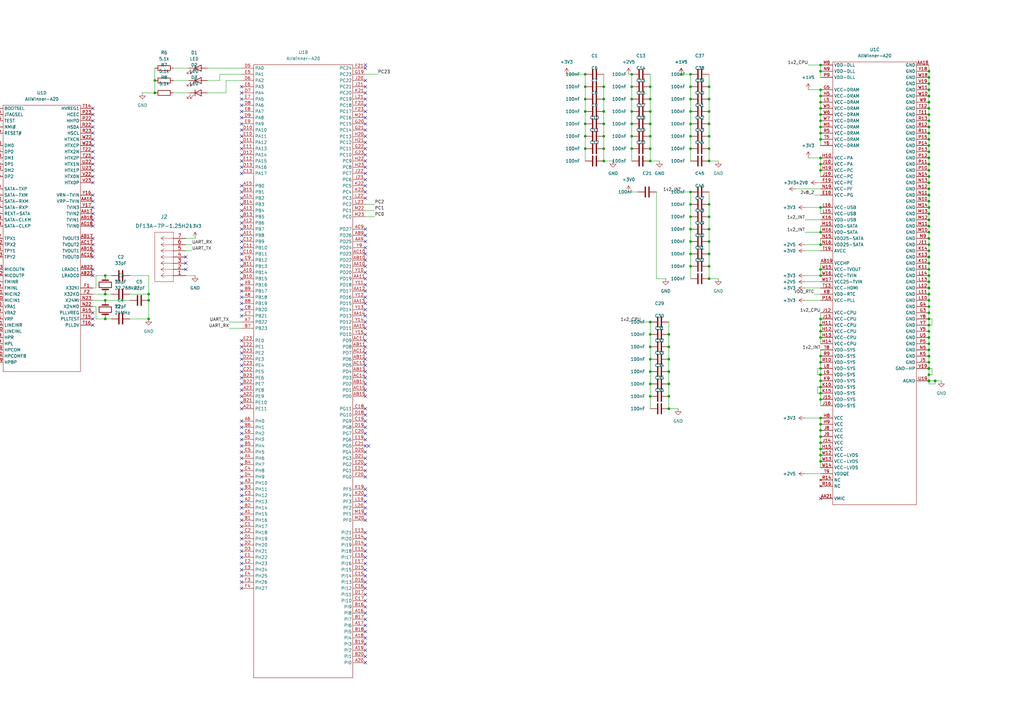
<source format=kicad_sch>
(kicad_sch (version 20211123) (generator eeschema)
  (paper "A3")
  (lib_symbols
    (symbol "AllWinner-A20_1"
      (property "Reference" "U" (at 0 0 0))
      (property "Value" "AllWinner-A20_1" (at 0 0 0))
      (symbol "AllWinner-A20_1_1_1"
        (pin bidirectional line (at -5.08 -25.4 0) (length 5) (name "SDQ8") (number "AA1"))
        (pin bidirectional line (at 39.37 -110.49 180) (length 5) (name "SDQS1B") (number "AA2"))
        (pin bidirectional line (at 39.37 -54.61 180) (length 5) (name "SA8") (number "AA3"))
        (pin bidirectional line (at 39.37 -36.83 180) (length 5) (name "SA15") (number "AA4"))
        (pin bidirectional line (at 39.37 -16.51 180) (length 5) (name "SODT") (number "AA5"))
        (pin bidirectional line (at 39.37 -11.43 180) (length 5) (name "SRST") (number "AA6"))
        (pin bidirectional line (at 39.37 -13.97 180) (length 5) (name "SZQ") (number "AA7"))
        (pin bidirectional line (at -5.08 -96.52 0) (length 5) (name "SVREF") (number "AA8"))
        (pin bidirectional line (at 39.37 -113.03 180) (length 5) (name "SDQS1") (number "AB1"))
        (pin bidirectional line (at -5.08 -33.02 0) (length 5) (name "SDQ11") (number "AB2"))
        (pin bidirectional line (at -5.08 -40.64 0) (length 5) (name "SDQ14") (number "AB3"))
        (pin bidirectional line (at -5.08 -20.32 0) (length 5) (name "SDQ6") (number "AB4"))
        (pin bidirectional line (at -5.08 -12.7 0) (length 5) (name "SDQ3") (number "AB5"))
        (pin bidirectional line (at 39.37 -120.65 180) (length 5) (name "SDQS0") (number "AB6"))
        (pin bidirectional line (at -5.08 -15.24 0) (length 5) (name "SDQ4") (number "AB7"))
        (pin bidirectional line (at -5.08 -17.78 0) (length 5) (name "SDQ5") (number "AB8"))
        (pin bidirectional line (at -5.08 -27.94 0) (length 5) (name "SDQ9") (number "AC1"))
        (pin bidirectional line (at -5.08 -35.56 0) (length 5) (name "SDQ12") (number "AC2"))
        (pin bidirectional line (at -5.08 -22.86 0) (length 5) (name "SDQ7") (number "AC3"))
        (pin bidirectional line (at -5.08 -7.62 0) (length 5) (name "SDQ1") (number "AC4"))
        (pin bidirectional line (at 39.37 -118.11 180) (length 5) (name "SDQS0B") (number "AC5"))
        (pin bidirectional line (at 39.37 -115.57 180) (length 5) (name "SDQM0") (number "AC6"))
        (pin bidirectional line (at -5.08 -5.08 0) (length 5) (name "SDQ0") (number "AC7"))
        (pin bidirectional line (at -5.08 -10.16 0) (length 5) (name "SDQ2") (number "AC8"))
        (pin bidirectional line (at 39.37 -92.71 180) (length 5) (name "SDQM3") (number "G1"))
        (pin bidirectional line (at -5.08 -78.74 0) (length 5) (name "SDQ29") (number "G2"))
        (pin bidirectional line (at -5.08 -71.12 0) (length 5) (name "SDQ26") (number "H1"))
        (pin bidirectional line (at -5.08 -83.82 0) (length 5) (name "SDQ31") (number "H2"))
        (pin bidirectional line (at -5.08 -88.9 0) (length 5) (name "SVREF") (number "H3"))
        (pin bidirectional line (at -5.08 -91.44 0) (length 5) (name "SVREF") (number "H4"))
        (pin bidirectional line (at -5.08 -66.04 0) (length 5) (name "SDQ24") (number "J1"))
        (pin bidirectional line (at 39.37 -95.25 180) (length 5) (name "SDQS3B") (number "J2"))
        (pin bidirectional line (at 39.37 -82.55 180) (length 5) (name "SCK1B") (number "J3"))
        (pin bidirectional line (at 39.37 -85.09 180) (length 5) (name "SCK1") (number "J4"))
        (pin bidirectional line (at 39.37 -97.79 180) (length 5) (name "SDQS3") (number "K1"))
        (pin bidirectional line (at -5.08 -73.66 0) (length 5) (name "SDQ27") (number "K2"))
        (pin bidirectional line (at 39.37 -34.29 180) (length 5) (name "SBA0") (number "K3"))
        (pin bidirectional line (at 39.37 -29.21 180) (length 5) (name "SBA2") (number "K4"))
        (pin bidirectional line (at -5.08 -68.58 0) (length 5) (name "SDQ25") (number "L1"))
        (pin bidirectional line (at -5.08 -76.2 0) (length 5) (name "SDQ28") (number "L2"))
        (pin bidirectional line (at 39.37 -49.53 180) (length 5) (name "SA10") (number "L3"))
        (pin bidirectional line (at 39.37 -31.75 180) (length 5) (name "SBA1") (number "L4"))
        (pin bidirectional line (at -5.08 -81.28 0) (length 5) (name "SDQ30") (number "M1"))
        (pin bidirectional line (at -5.08 -63.5 0) (length 5) (name "SDQ23") (number "M2"))
        (pin bidirectional line (at 39.37 -57.15 180) (length 5) (name "SA7") (number "M3"))
        (pin bidirectional line (at 39.37 -67.31 180) (length 5) (name "SA3") (number "M4"))
        (pin bidirectional line (at -5.08 -60.96 0) (length 5) (name "SDQ22") (number "N1"))
        (pin bidirectional line (at -5.08 -48.26 0) (length 5) (name "SDQ17") (number "N2"))
        (pin bidirectional line (at 39.37 -80.01 180) (length 5) (name "SCKE") (number "N3"))
        (pin bidirectional line (at 39.37 -62.23 180) (length 5) (name "SA5") (number "N4"))
        (pin bidirectional line (at 39.37 -8.89 180) (length 5) (name "SADBG") (number "N8"))
        (pin bidirectional line (at -5.08 -53.34 0) (length 5) (name "SDQ19") (number "P1"))
        (pin bidirectional line (at 39.37 -100.33 180) (length 5) (name "SDQS2B") (number "P2"))
        (pin bidirectional line (at 39.37 -44.45 180) (length 5) (name "SA12") (number "P3"))
        (pin bidirectional line (at 39.37 -52.07 180) (length 5) (name "SA9") (number "P4"))
        (pin bidirectional line (at 39.37 -6.35 180) (length 5) (name "SDDBG0") (number "P8"))
        (pin bidirectional line (at 39.37 -102.87 180) (length 5) (name "SDQS2") (number "R1"))
        (pin bidirectional line (at 39.37 -105.41 180) (length 5) (name "SDQM2") (number "R2"))
        (pin bidirectional line (at 39.37 -39.37 180) (length 5) (name "SA14") (number "R3"))
        (pin bidirectional line (at 39.37 -72.39 180) (length 5) (name "SA1") (number "R4"))
        (pin bidirectional line (at 39.37 -3.81 180) (length 5) (name "SADBG1") (number "R8"))
        (pin bidirectional line (at -5.08 -55.88 0) (length 5) (name "SDQ20") (number "T1"))
        (pin bidirectional line (at -5.08 -45.72 0) (length 5) (name "SDQ16") (number "T2"))
        (pin bidirectional line (at 39.37 -26.67 180) (length 5) (name "SWE") (number "T3"))
        (pin bidirectional line (at 39.37 -21.59 180) (length 5) (name "SRAS") (number "T4"))
        (pin bidirectional line (at -5.08 -58.42 0) (length 5) (name "SDQ21") (number "U1"))
        (pin bidirectional line (at -5.08 -50.8 0) (length 5) (name "SDQ18") (number "U2"))
        (pin bidirectional line (at 39.37 -24.13 180) (length 5) (name "SCAS") (number "U3"))
        (pin bidirectional line (at 39.37 -69.85 180) (length 5) (name "SA2") (number "U4"))
        (pin bidirectional line (at 39.37 -87.63 180) (length 5) (name "SCK") (number "V1"))
        (pin bidirectional line (at 39.37 -90.17 180) (length 5) (name "SCKB") (number "V2"))
        (pin bidirectional line (at 39.37 -19.05 180) (length 5) (name "SCS") (number "V3"))
        (pin bidirectional line (at 39.37 -59.69 180) (length 5) (name "SA6") (number "V4"))
        (pin bidirectional line (at 39.37 -107.95 180) (length 5) (name "SDQM1") (number "W1"))
        (pin bidirectional line (at -5.08 -38.1 0) (length 5) (name "SDQ13") (number "W2"))
        (pin bidirectional line (at 39.37 -46.99 180) (length 5) (name "SA11") (number "W3"))
        (pin bidirectional line (at 39.37 -74.93 180) (length 5) (name "SA0") (number "W4"))
        (pin bidirectional line (at -5.08 -30.48 0) (length 5) (name "SDQ10") (number "Y1"))
        (pin bidirectional line (at -5.08 -43.18 0) (length 5) (name "SDQ15") (number "Y2"))
        (pin bidirectional line (at 39.37 -41.91 180) (length 5) (name "SA13") (number "Y3"))
        (pin bidirectional line (at 39.37 -64.77 180) (length 5) (name "SA4") (number "Y4"))
        (pin bidirectional line (at -5.08 -93.98 0) (length 5) (name "SVREF") (number "Y5"))
      )
      (symbol "AllWinner-A20_1_2_1"
        (pin bidirectional line (at 6.4633 -186.8019 0) (length 5) (name "PH15") (number "A1"))
        (pin bidirectional line (at 6.4633 -87.7419 0) (length 5) (name "PB14") (number "A10"))
        (pin bidirectional line (at 6.4633 -72.5019 0) (length 5) (name "PB8") (number "A11"))
        (pin bidirectional line (at 6.4633 -67.4219 0) (length 5) (name "PB6") (number "A12"))
        (pin bidirectional line (at 6.4633 -62.3419 0) (length 5) (name "PB4") (number "A13"))
        (pin bidirectional line (at 6.4633 -57.2619 0) (length 5) (name "PB2") (number "A14"))
        (pin bidirectional line (at 6.4633 -52.1819 0) (length 5) (name "PB0") (number "A15"))
        (pin bidirectional line (at 57.2633 -227.4419 180) (length 5) (name "PI8") (number "A16"))
        (pin bidirectional line (at 57.2633 -232.5219 180) (length 5) (name "PI6") (number "A17"))
        (pin bidirectional line (at 57.2633 -237.6019 180) (length 5) (name "PI4") (number "A18"))
        (pin bidirectional line (at 57.2633 -242.6819 180) (length 5) (name "PI2") (number "A19"))
        (pin bidirectional line (at 6.4633 -181.7219 0) (length 5) (name "PH13") (number "A2"))
        (pin bidirectional line (at 57.2633 -247.7619 180) (length 5) (name "PI0") (number "A20"))
        (pin bidirectional line (at 6.4633 -143.6219 0) (length 5) (name "PE11") (number "A21"))
        (pin bidirectional line (at 6.4633 -138.5419 0) (length 5) (name "PE9") (number "A22"))
        (pin bidirectional line (at 6.4633 -136.0019 0) (length 5) (name "PE8") (number "A23"))
        (pin bidirectional line (at 6.4633 -174.1019 0) (length 5) (name "PH10") (number "A3"))
        (pin bidirectional line (at 6.4633 -163.9419 0) (length 5) (name "PH6") (number "A4"))
        (pin bidirectional line (at 6.35 -156.21 0) (length 5) (name "PH3") (number "A5"))
        (pin bidirectional line (at 6.4633 -148.7019 0) (length 5) (name "PH0") (number "A6"))
        (pin bidirectional line (at 6.4633 -108.0619 0) (length 5) (name "PB22") (number "A7"))
        (pin bidirectional line (at 6.4633 -97.9019 0) (length 5) (name "PB18") (number "A8"))
        (pin bidirectional line (at 6.4633 -92.8219 0) (length 5) (name "PB16") (number "A9"))
        (pin bidirectional line (at 57.2633 -85.2019 180) (length 5) (name "PD21") (number "AA10"))
        (pin bidirectional line (at 57.2633 -90.2819 180) (length 5) (name "PD19") (number "AA11"))
        (pin bidirectional line (at 57.2633 -95.3619 180) (length 5) (name "PD17") (number "AA12"))
        (pin bidirectional line (at 57.2633 -100.4419 180) (length 5) (name "PD15") (number "AA13"))
        (pin bidirectional line (at 57.2633 -105.5219 180) (length 5) (name "PD13") (number "AA14"))
        (pin bidirectional line (at 57.2633 -110.6019 180) (length 5) (name "PD11") (number "AA15"))
        (pin bidirectional line (at 57.2633 -75.0419 180) (length 5) (name "PD25") (number "AA9"))
        (pin bidirectional line (at 57.2633 -82.6619 180) (length 5) (name "PD22") (number "AB10"))
        (pin bidirectional line (at 57.2633 -118.2219 180) (length 5) (name "PD8") (number "AB11"))
        (pin bidirectional line (at 57.2633 -123.3019 180) (length 5) (name "PD6") (number "AB12"))
        (pin bidirectional line (at 57.2633 -128.3819 180) (length 5) (name "PD4") (number "AB13"))
        (pin bidirectional line (at 57.2633 -133.4619 180) (length 5) (name "PD2") (number "AB14"))
        (pin bidirectional line (at 57.2633 -138.5419 180) (length 5) (name "PD0") (number "AB15"))
        (pin bidirectional line (at 57.2633 -72.5019 180) (length 5) (name "PD26") (number "AB9"))
        (pin bidirectional line (at 57.2633 -80.1219 180) (length 5) (name "PD23") (number "AC10"))
        (pin bidirectional line (at 57.2633 -115.6819 180) (length 5) (name "PD9") (number "AC11"))
        (pin bidirectional line (at 57.2633 -120.7619 180) (length 5) (name "PD7") (number "AC12"))
        (pin bidirectional line (at 57.2633 -125.8419 180) (length 5) (name "PD5") (number "AC13"))
        (pin bidirectional line (at 57.2633 -130.9219 180) (length 5) (name "PD3") (number "AC14"))
        (pin bidirectional line (at 57.2633 -136.0019 180) (length 5) (name "PD1") (number "AC15"))
        (pin bidirectional line (at 57.2633 -69.9619 180) (length 5) (name "PD27") (number "AC9"))
        (pin bidirectional line (at 6.4633 -189.3419 0) (length 5) (name "PH16") (number "B1"))
        (pin bidirectional line (at 6.4633 -90.2819 0) (length 5) (name "PB15") (number "B10"))
        (pin bidirectional line (at 6.4633 -85.2019 0) (length 5) (name "PB13") (number "B11"))
        (pin bidirectional line (at 6.4633 -69.9619 0) (length 5) (name "PB7") (number "B12"))
        (pin bidirectional line (at 6.4633 -64.8819 0) (length 5) (name "PB5") (number "B13"))
        (pin bidirectional line (at 6.4633 -59.8019 0) (length 5) (name "PB3") (number "B14"))
        (pin bidirectional line (at 6.4633 -54.7219 0) (length 5) (name "PB1") (number "B15"))
        (pin bidirectional line (at 57.2633 -224.9019 180) (length 5) (name "PI9") (number "B16"))
        (pin bidirectional line (at 57.2633 -229.9819 180) (length 5) (name "PI7") (number "B17"))
        (pin bidirectional line (at 57.2633 -235.0619 180) (length 5) (name "PI5") (number "B18"))
        (pin bidirectional line (at 57.2633 -240.1419 180) (length 5) (name "PI3") (number "B19"))
        (pin bidirectional line (at 6.4633 -184.2619 0) (length 5) (name "PH14") (number "B2"))
        (pin bidirectional line (at 57.2633 -245.2219 180) (length 5) (name "PI1") (number "B20"))
        (pin bidirectional line (at 6.4633 -141.0819 0) (length 5) (name "PE10") (number "B21"))
        (pin bidirectional line (at 6.4633 -133.4619 0) (length 5) (name "PE7") (number "B22"))
        (pin bidirectional line (at 6.4633 -130.9219 0) (length 5) (name "PE6") (number "B23"))
        (pin bidirectional line (at 6.4633 -176.6419 0) (length 5) (name "PH11") (number "B3"))
        (pin bidirectional line (at 6.4633 -166.4819 0) (length 5) (name "PH7") (number "B4"))
        (pin bidirectional line (at 6.4633 -158.8619 0) (length 5) (name "PH4") (number "B5"))
        (pin bidirectional line (at 6.4633 -151.2419 0) (length 5) (name "PH1") (number "B6"))
        (pin bidirectional line (at 6.4633 -110.6019 0) (length 5) (name "PB23") (number "B7"))
        (pin bidirectional line (at 6.4633 -100.4419 0) (length 5) (name "PB19") (number "B8"))
        (pin bidirectional line (at 6.4633 -95.3619 0) (length 5) (name "PB17") (number "B9"))
        (pin bidirectional line (at 6.4633 -191.8819 0) (length 5) (name "PH17") (number "C1"))
        (pin bidirectional line (at 6.4633 -80.1219 0) (length 5) (name "PB11") (number "C10"))
        (pin bidirectional line (at 6.4633 -77.5819 0) (length 5) (name "PB10") (number "C11"))
        (pin bidirectional line (at 6.4633 -75.0419 0) (length 5) (name "PB9") (number "C12"))
        (pin bidirectional line (at 6.4633 -47.1019 0) (length 5) (name "PA17") (number "C13"))
        (pin bidirectional line (at 57.2633 -212.2019 180) (length 5) (name "PI14") (number "C15"))
        (pin bidirectional line (at 57.2633 -217.2819 180) (length 5) (name "PI12") (number "C16"))
        (pin bidirectional line (at 57.2633 -222.3619 180) (length 5) (name "PI10") (number "C17"))
        (pin bidirectional line (at 57.2633 -143.6219 180) (length 5) (name "PG11") (number "C18"))
        (pin bidirectional line (at 57.2633 -148.7019 180) (length 5) (name "PG9") (number "C19"))
        (pin bidirectional line (at 6.4633 -194.4219 0) (length 5) (name "PH18") (number "C2"))
        (pin bidirectional line (at 57.2633 -153.7819 180) (length 5) (name "PG7") (number "C20"))
        (pin bidirectional line (at 57.2633 -158.8619 180) (length 5) (name "PG5") (number "C21"))
        (pin bidirectional line (at 6.4633 -128.3819 0) (length 5) (name "PE5") (number "C22"))
        (pin bidirectional line (at 6.4633 -125.8419 0) (length 5) (name "PE4") (number "C23"))
        (pin bidirectional line (at 6.4633 -179.1819 0) (length 5) (name "PH12") (number "C3"))
        (pin bidirectional line (at 6.4633 -169.0219 0) (length 5) (name "PH8") (number "C4"))
        (pin bidirectional line (at 6.4633 -161.4019 0) (length 5) (name "PH5") (number "C5"))
        (pin bidirectional line (at 6.4633 -153.7819 0) (length 5) (name "PH2") (number "C6"))
        (pin bidirectional line (at 6.4633 -105.5219 0) (length 5) (name "PB21") (number "C7"))
        (pin bidirectional line (at 6.4633 -102.9819 0) (length 5) (name "PB20") (number "C8"))
        (pin bidirectional line (at 6.4633 -82.6619 0) (length 5) (name "PB12") (number "C9"))
        (pin bidirectional line (at 6.4633 -196.9619 0) (length 5) (name "PH19") (number "D1"))
        (pin bidirectional line (at 6.4633 -29.3219 0) (length 5) (name "PA10") (number "D10"))
        (pin bidirectional line (at 6.4633 -34.4019 0) (length 5) (name "PA12") (number "D11"))
        (pin bidirectional line (at 6.4633 -39.4819 0) (length 5) (name "PA14") (number "D12"))
        (pin bidirectional line (at 6.4633 -44.5619 0) (length 5) (name "PA16") (number "D13"))
        (pin bidirectional line (at 57.2633 -199.5019 180) (length 5) (name "PI19") (number "D14"))
        (pin bidirectional line (at 57.2633 -209.6619 180) (length 5) (name "PI15") (number "D15"))
        (pin bidirectional line (at 57.2633 -214.7419 180) (length 5) (name "PI13") (number "D16"))
        (pin bidirectional line (at 57.2633 -219.8219 180) (length 5) (name "PI11") (number "D17"))
        (pin bidirectional line (at 57.2633 -146.1619 180) (length 5) (name "PG10") (number "D18"))
        (pin bidirectional line (at 57.2633 -151.2419 180) (length 5) (name "PG8") (number "D19"))
        (pin bidirectional line (at 6.4633 -199.5019 0) (length 5) (name "PH20") (number "D2"))
        (pin bidirectional line (at 57.2633 -161.4019 180) (length 5) (name "PG4") (number "D20"))
        (pin bidirectional line (at 57.2633 -163.9419 180) (length 5) (name "PG3") (number "D21"))
        (pin bidirectional line (at 6.4633 -123.3019 0) (length 5) (name "PE3") (number "D22"))
        (pin bidirectional line (at 6.4633 -120.7619 0) (length 5) (name "PE2") (number "D23"))
        (pin bidirectional line (at 6.4633 -202.0419 0) (length 5) (name "PH21") (number "D3"))
        (pin bidirectional line (at 6.4633 -171.5619 0) (length 5) (name "PH9") (number "D4"))
        (pin bidirectional line (at 6.4633 -3.9219 0) (length 5) (name "PA0") (number "D5"))
        (pin bidirectional line (at 6.4633 -9.0019 0) (length 5) (name "PA2") (number "D6"))
        (pin bidirectional line (at 6.4633 -14.0819 0) (length 5) (name "PA4") (number "D7"))
        (pin bidirectional line (at 6.4633 -19.1619 0) (length 5) (name "PA6") (number "D8"))
        (pin bidirectional line (at 6.4633 -24.2419 0) (length 5) (name "PA8") (number "D9"))
        (pin bidirectional line (at 6.4633 -204.5819 0) (length 5) (name "PH22") (number "E1"))
        (pin bidirectional line (at 6.4633 -31.8619 0) (length 5) (name "PA11") (number "E10"))
        (pin bidirectional line (at 6.4633 -36.9419 0) (length 5) (name "PA13") (number "E11"))
        (pin bidirectional line (at 6.4633 -42.0219 0) (length 5) (name "PA15") (number "E12"))
        (pin bidirectional line (at 57.2633 -194.4219 180) (length 5) (name "PI21") (number "E13"))
        (pin bidirectional line (at 57.2633 -196.9619 180) (length 5) (name "PI20") (number "E14"))
        (pin bidirectional line (at 57.2633 -202.0419 180) (length 5) (name "PI18") (number "E15"))
        (pin bidirectional line (at 57.2633 -204.5819 180) (length 5) (name "PI17") (number "E16"))
        (pin bidirectional line (at 57.2633 -207.1219 180) (length 5) (name "PI16") (number "E17"))
        (pin bidirectional line (at 57.2633 -156.3219 180) (length 5) (name "PG6") (number "E19"))
        (pin bidirectional line (at 6.4633 -207.1219 0) (length 5) (name "PH23") (number "E2"))
        (pin bidirectional line (at 57.2633 -166.4819 180) (length 5) (name "PG2") (number "E20"))
        (pin bidirectional line (at 57.2633 -169.0219 180) (length 5) (name "PG1") (number "E21"))
        (pin bidirectional line (at 6.4633 -118.2219 0) (length 5) (name "PE1") (number "E22"))
        (pin bidirectional line (at 6.4633 -115.6819 0) (length 5) (name "PE0") (number "E23"))
        (pin bidirectional line (at 6.4633 -209.6619 0) (length 5) (name "PH24") (number "E3"))
        (pin bidirectional line (at 6.4633 -212.2019 0) (length 5) (name "PH25") (number "E4"))
        (pin bidirectional line (at 6.4633 -6.4619 0) (length 5) (name "PA1") (number "E5"))
        (pin bidirectional line (at 6.4633 -11.5419 0) (length 5) (name "PA3") (number "E6"))
        (pin bidirectional line (at 6.4633 -16.6219 0) (length 5) (name "PA5") (number "E7"))
        (pin bidirectional line (at 6.4633 -21.7019 0) (length 5) (name "PA7") (number "E8"))
        (pin bidirectional line (at 6.4633 -26.7819 0) (length 5) (name "PA9") (number "E9"))
        (pin bidirectional line (at 57.2633 -171.5619 180) (length 5) (name "PG0") (number "F20"))
        (pin bidirectional line (at 57.2633 -3.9219 180) (length 5) (name "PC24") (number "F21"))
        (pin bidirectional line (at 57.2633 -19.1619 180) (length 5) (name "PC18") (number "F22"))
        (pin bidirectional line (at 57.2633 -21.7019 180) (length 5) (name "PC17") (number "F23"))
        (pin bidirectional line (at 6.4633 -214.7419 0) (length 5) (name "PH26") (number "F3"))
        (pin bidirectional line (at 6.4633 -217.2819 0) (length 5) (name "PH27") (number "F4"))
        (pin bidirectional line (at 57.2633 -6.4619 180) (length 5) (name "PC23") (number "G19"))
        (pin bidirectional line (at 57.2633 -26.7819 180) (length 5) (name "PC15") (number "G20"))
        (pin bidirectional line (at 57.2633 -29.3219 180) (length 5) (name "PC14") (number "G21"))
        (pin bidirectional line (at 57.2633 -36.9419 180) (length 5) (name "PC11") (number "G22"))
        (pin bidirectional line (at 57.2633 -39.4819 180) (length 5) (name "PC10") (number "G23"))
        (pin bidirectional line (at 57.2029 -31.9991 180) (length 5) (name "PC13") (number "H20"))
        (pin bidirectional line (at 57.2633 -34.4019 180) (length 5) (name "PC12") (number "H21"))
        (pin bidirectional line (at 57.2633 -42.0219 180) (length 5) (name "PC9") (number "H22"))
        (pin bidirectional line (at 57.2633 -44.5619 180) (length 5) (name "PC8") (number "H23"))
        (pin bidirectional line (at 57.2633 -9.0019 180) (length 5) (name "PC22") (number "J20"))
        (pin bidirectional line (at 57.2633 -11.5419 180) (length 5) (name "PC21") (number "J21"))
        (pin bidirectional line (at 57.2633 -47.1019 180) (length 5) (name "PC7") (number "J22"))
        (pin bidirectional line (at 57.2633 -49.6419 180) (length 5) (name "PC6") (number "J23"))
        (pin bidirectional line (at 57.2633 -176.6419 180) (length 5) (name "PF5") (number "K19"))
        (pin bidirectional line (at 57.2633 -179.1819 180) (length 5) (name "PF4") (number "K20"))
        (pin bidirectional line (at 57.2633 -14.0819 180) (length 5) (name "PC20") (number "K21"))
        (pin bidirectional line (at 57.2633 -52.1819 180) (length 5) (name "PC5") (number "K22"))
        (pin bidirectional line (at 57.2633 -54.7219 180) (length 5) (name "PC4") (number "K23"))
        (pin bidirectional line (at 57.2633 -181.7219 180) (length 5) (name "PF3") (number "L19"))
        (pin bidirectional line (at 57.2633 -184.2619 180) (length 5) (name "PF2") (number "L20"))
        (pin bidirectional line (at 57.2633 -16.6219 180) (length 5) (name "PC19") (number "L21"))
        (pin bidirectional line (at 57.2633 -57.2619 180) (length 5) (name "PC3") (number "L22"))
        (pin bidirectional line (at 57.2633 -59.8019 180) (length 5) (name "PC2") (number "L23"))
        (pin bidirectional line (at 57.2633 -186.8019 180) (length 5) (name "PF1") (number "M19"))
        (pin bidirectional line (at 57.2633 -189.3419 180) (length 5) (name "PF0") (number "M20"))
        (pin bidirectional line (at 57.2633 -24.2419 180) (length 5) (name "PC16") (number "M21"))
        (pin bidirectional line (at 57.2633 -62.3419 180) (length 5) (name "PC1") (number "M22"))
        (pin bidirectional line (at 57.2633 -64.8819 180) (length 5) (name "PC0") (number "M23"))
        (pin bidirectional line (at 57.2633 -87.7419 180) (length 5) (name "PD20") (number "Y10"))
        (pin bidirectional line (at 57.2633 -92.8219 180) (length 5) (name "PD18") (number "Y11"))
        (pin bidirectional line (at 57.2633 -97.9019 180) (length 5) (name "PD16") (number "Y12"))
        (pin bidirectional line (at 57.2633 -102.9819 180) (length 5) (name "PD14") (number "Y13"))
        (pin bidirectional line (at 57.2633 -108.0619 180) (length 5) (name "PD12") (number "Y14"))
        (pin bidirectional line (at 57.2633 -113.1419 180) (length 5) (name "PD10") (number "Y15"))
        (pin bidirectional line (at 57.2633 -77.5819 180) (length 5) (name "PD24") (number "Y9"))
      )
      (symbol "AllWinner-A20_1_3_1"
        (pin power_in line (at 62.2696 -6.3452 180) (length 5) (name "GND") (number "AA18"))
        (pin power_in line (at 17.78 -184.15 0) (length 5) (name "VMIC") (number "AA21"))
        (pin power_in line (at 17.8196 -87.6252 0) (length 5) (name "VCCHP") (number "AB19"))
        (pin power_in line (at 17.8196 -59.6852 0) (length 5) (name "VCC-PG") (number "E18"))
        (pin power_in line (at 17.8196 -54.6052 0) (length 5) (name "VCC-PE") (number "F19"))
        (pin power_in line (at 62.2696 -107.9452 180) (length 5) (name "GND") (number "G3"))
        (pin power_in line (at 62.2696 -105.4052 180) (length 5) (name "GND") (number "G4"))
        (pin power_in line (at 17.8196 -16.5052 0) (length 5) (name "VCC-DRAM") (number "G5"))
        (pin power_in line (at 17.8196 -44.4452 0) (length 5) (name "VCC-PA") (number "H10"))
        (pin power_in line (at 17.8196 -113.0252 0) (length 5) (name "VCC-CPU") (number "H11"))
        (pin power_in line (at 17.8196 -115.5652 0) (length 5) (name "VCC-CPU") (number "H12"))
        (pin power_in line (at 17.8196 -118.1052 0) (length 5) (name "VCC-CPU") (number "H13"))
        (pin power_in line (at 17.8196 -120.6452 0) (length 5) (name "VCC-CPU") (number "H14"))
        (pin power_in line (at 17.8196 -163.8252 0) (length 5) (name "VCC") (number "H15"))
        (pin power_in line (at 17.8196 -49.5252 0) (length 5) (name "VCC-PC") (number "H19"))
        (pin power_in line (at 17.8196 -19.0452 0) (length 5) (name "VCC-DRAM") (number "H5"))
        (pin power_in line (at 17.8196 -151.1252 0) (length 5) (name "VCC") (number "H8"))
        (pin power_in line (at 17.8196 -153.6652 0) (length 5) (name "VCC") (number "H9"))
        (pin power_in line (at 17.8196 -46.9852 0) (length 5) (name "VCC-PA") (number "J10"))
        (pin power_in line (at 62.2696 -80.0052 180) (length 5) (name "GND") (number "J11"))
        (pin power_in line (at 17.8196 -107.9452 0) (length 5) (name "VCC-CPU") (number "J12"))
        (pin power_in line (at 17.8196 -110.4852 0) (length 5) (name "VCC-CPU") (number "J13"))
        (pin power_in line (at 17.8196 -161.2852 0) (length 5) (name "VCC") (number "J14"))
        (pin power_in line (at 17.8196 -143.5052 0) (length 5) (name "VDD-SYS") (number "J15"))
        (pin power_in line (at 17.8196 -146.0452 0) (length 5) (name "VDD-SYS") (number "J16"))
        (pin power_in line (at 17.8196 -52.0652 0) (length 5) (name "VCC-PC") (number "J19"))
        (pin power_in line (at 62.2696 -128.2652 180) (length 5) (name "GND") (number "J5"))
        (pin power_in line (at 17.8196 -156.2052 0) (length 5) (name "VCC") (number "J8"))
        (pin power_in line (at 17.8196 -158.7452 0) (length 5) (name "VCC") (number "J9"))
        (pin power_in line (at 17.8196 -138.4252 0) (length 5) (name "VDD-SYS") (number "K10"))
        (pin power_in line (at 62.2696 -90.1652 180) (length 5) (name "GND") (number "K11"))
        (pin power_in line (at 62.2696 -87.6252 180) (length 5) (name "GND") (number "K12"))
        (pin power_in line (at 62.2696 -85.0852 180) (length 5) (name "GND") (number "K13"))
        (pin power_in line (at 62.2696 -82.5452 180) (length 5) (name "GND") (number "K14"))
        (pin power_in line (at 17.8196 -140.9652 0) (length 5) (name "VDD-SYS") (number "K15"))
        (pin power_in line (at 17.8196 -69.8452 0) (length 5) (name "VDD-USB") (number "K16"))
        (pin power_in line (at 62.2696 -125.7252 180) (length 5) (name "GND") (number "K5"))
        (pin power_in line (at 17.8196 -100.3252 0) (length 5) (name "VDD-RTC") (number "K8"))
        (pin power_in line (at 17.8196 -135.8852 0) (length 5) (name "VDD-SYS") (number "K9"))
        (pin power_in line (at 62.2696 -102.8652 180) (length 5) (name "GND") (number "L10"))
        (pin power_in line (at 62.2696 -100.3252 180) (length 5) (name "GND") (number "L11"))
        (pin power_in line (at 62.2696 -97.7852 180) (length 5) (name "GND") (number "L12"))
        (pin power_in line (at 62.2696 -95.2452 180) (length 5) (name "GND") (number "L13"))
        (pin power_in line (at 62.2696 -92.7052 180) (length 5) (name "GND") (number "L14"))
        (pin power_in line (at 17.8196 -67.3052 0) (length 5) (name "VCC-USB") (number "L15"))
        (pin power_in line (at 17.8196 -64.7652 0) (length 5) (name "VCC-USB") (number "L16"))
        (pin power_in line (at 17.8196 -21.5852 0) (length 5) (name "VCC-DRAM") (number "L5"))
        (pin power_in line (at 17.8196 -130.8052 0) (length 5) (name "VDD-SYS") (number "L8"))
        (pin power_in line (at 17.78 -133.35 0) (length 5) (name "VDD-SYS") (number "L9"))
        (pin power_in line (at 62.2696 -74.9252 180) (length 5) (name "GND") (number "M10"))
        (pin power_in line (at 62.2696 -72.3852 180) (length 5) (name "GND") (number "M11"))
        (pin power_in line (at 62.2696 -69.8452 180) (length 5) (name "GND") (number "M12"))
        (pin power_in line (at 62.2696 -67.3052 180) (length 5) (name "GND") (number "M13"))
        (pin power_in line (at 62.2696 -64.7652 180) (length 5) (name "GND") (number "M14"))
        (pin power_in line (at 17.8196 -72.3852 0) (length 5) (name "VDD-SATA") (number "M15"))
        (pin power_in line (at 17.8196 -74.9252 0) (length 5) (name "VDD-SATA") (number "M16"))
        (pin power_in line (at 17.8196 -31.7452 0) (length 5) (name "VCC-DRAM") (number "M5"))
        (pin power_in line (at 17.8196 -6.3452 0) (length 5) (name "VDD-DLL") (number "M8"))
        (pin power_in line (at 62.2696 -77.4652 180) (length 5) (name "GND") (number "M9"))
        (pin power_in line (at 62.2696 -62.2252 180) (length 5) (name "GND") (number "N10"))
        (pin power_in line (at 62.2696 -59.6852 180) (length 5) (name "GND") (number "N11"))
        (pin power_in line (at 62.2696 -57.1452 180) (length 5) (name "GND") (number "N12"))
        (pin power_in line (at 62.2696 -54.6052 180) (length 5) (name "GND") (number "N13"))
        (pin power_in line (at 62.2696 -52.0652 180) (length 5) (name "GND") (number "N14"))
        (pin power_in line (at 17.8196 -77.4652 0) (length 5) (name "VDD25-SATA") (number "N15"))
        (pin power_in line (at 17.8196 -80.0052 0) (length 5) (name "VDD25-SATA") (number "N16"))
        (pin power_in line (at 17.8196 -57.1452 0) (length 5) (name "VCC-PF") (number "N19"))
        (pin power_in line (at 62.2696 -123.1852 180) (length 5) (name "GND") (number "N5"))
        (pin power_in line (at 17.8196 -8.8852 0) (length 5) (name "VDD-DLL") (number "N9"))
        (pin power_in line (at 62.2696 -49.5252 180) (length 5) (name "GND") (number "P10"))
        (pin power_in line (at 62.2696 -46.9852 180) (length 5) (name "GND") (number "P11"))
        (pin power_in line (at 62.2696 -44.4452 180) (length 5) (name "GND") (number "P12"))
        (pin power_in line (at 62.2696 -41.9052 180) (length 5) (name "GND") (number "P13"))
        (pin power_in line (at 62.2696 -39.3652 180) (length 5) (name "GND") (number "P14"))
        (pin power_in line (at 62.2696 -36.8252 180) (length 5) (name "GND") (number "P15"))
        (pin power_in line (at 17.8196 -102.8652 0) (length 5) (name "VCC-PLL") (number "P16"))
        (pin power_in line (at 62.2696 -120.6452 180) (length 5) (name "GND") (number "P5"))
        (pin power_in line (at 17.8196 -11.4252 0) (length 5) (name "VDD-DLL") (number "P9"))
        (pin power_in line (at 17.8196 -128.2652 0) (length 5) (name "VDD-SYS") (number "R10"))
        (pin power_in line (at 62.2696 -34.2852 180) (length 5) (name "GND") (number "R11"))
        (pin power_in line (at 62.2696 -31.7452 180) (length 5) (name "GND") (number "R12"))
        (pin power_in line (at 62.2696 -29.2052 180) (length 5) (name "GND") (number "R13"))
        (pin no_connect line (at 17.8196 -176.5252 0) (length 5) (name "NC") (number "R14"))
        (pin no_connect line (at 17.8196 -179.0652 0) (length 5) (name "NC") (number "R16"))
        (pin power_in line (at 17.8196 -34.2852 0) (length 5) (name "VCC-DRAM") (number "R5"))
        (pin power_in line (at 17.8196 -125.7252 0) (length 5) (name "VDD-SYS") (number "R9"))
        (pin power_in line (at 62.2696 -26.6652 180) (length 5) (name "GND") (number "T11"))
        (pin power_in line (at 62.2696 -24.1252 180) (length 5) (name "GND") (number "T12"))
        (pin power_in line (at 17.8196 -97.7852 0) (length 5) (name "VCC-HDMI") (number "T13"))
        (pin power_in line (at 17.8196 -82.5452 0) (length 5) (name "AVCC") (number "T19"))
        (pin power_in line (at 17.8196 -36.8252 0) (length 5) (name "VCC-DRAM") (number "T5"))
        (pin power_in line (at 17.8196 -123.1852 0) (length 5) (name "VDD-SYS") (number "T8"))
        (pin power_in line (at 17.8196 -173.9852 0) (length 5) (name "VDDQE") (number "T9"))
        (pin power_in line (at 62.23 -135.89 180) (length 5) (name "AGND") (number "U19"))
        (pin power_in line (at 62.2696 -118.1052 180) (length 5) (name "GND") (number "U5"))
        (pin power_in line (at 62.2696 -13.9652 180) (length 5) (name "GND") (number "V19"))
        (pin power_in line (at 62.23 -130.81 180) (length 5) (name "GND-HP") (number "V19"))
        (pin power_in line (at 62.2696 -115.5652 180) (length 5) (name "GND") (number "V5"))
        (pin power_in line (at 62.2696 -19.0452 180) (length 5) (name "GND") (number "W10"))
        (pin power_in line (at 62.2696 -16.5052 180) (length 5) (name "GND") (number "W11"))
        (pin power_in line (at 17.8196 -166.3652 0) (length 5) (name "VCC-LVDS") (number "W12"))
        (pin power_in line (at 17.8196 -168.9052 0) (length 5) (name "VCC-LVDS") (number "W13"))
        (pin power_in line (at 17.8196 -171.4452 0) (length 5) (name "VCC-LVDS") (number "W14"))
        (pin power_in line (at 17.8196 -90.1652 0) (length 5) (name "VCC-TVOUT") (number "W15"))
        (pin power_in line (at 17.8196 -92.7052 0) (length 5) (name "VCC-TVIN") (number "W16"))
        (pin power_in line (at 17.8196 -95.2452 0) (length 5) (name "VCC25-TVIN") (number "W17"))
        (pin power_in line (at 62.2696 -11.4252 180) (length 5) (name "GND") (number "W18"))
        (pin power_in line (at 17.8196 -24.1252 0) (length 5) (name "VCC-DRAM") (number "W5"))
        (pin power_in line (at 17.8196 -26.6652 0) (length 5) (name "VCC-DRAM") (number "W6"))
        (pin power_in line (at 17.8196 -29.2052 0) (length 5) (name "VCC-DRAM") (number "W7"))
        (pin power_in line (at 62.2696 -21.5852 180) (length 5) (name "GND") (number "W9"))
        (pin power_in line (at 62.2696 -8.8852 180) (length 5) (name "GND") (number "Y18"))
        (pin power_in line (at 17.8196 -39.3652 0) (length 5) (name "VCC-DRAM") (number "Y6"))
        (pin power_in line (at 62.2696 -113.0252 180) (length 5) (name "GND") (number "Y7"))
        (pin power_in line (at 62.2696 -110.4852 180) (length 5) (name "GND") (number "Y8"))
      )
      (symbol "AllWinner-A20_1_4_1"
        (pin bidirectional line (at 49.53 -41.91 180) (length 5) (name "VRP-TVIN") (number "AA16"))
        (pin bidirectional line (at 49.53 -46.99 180) (length 5) (name "TVIN2") (number "AA17"))
        (pin bidirectional line (at 7.62 -102.87 0) (length 5) (name "HPCOM") (number "AA19"))
        (pin bidirectional line (at 7.62 -105.41 0) (length 5) (name "HPCOMFB") (number "AA20"))
        (pin bidirectional line (at 7.62 -59.69 0) (length 5) (name "TPX2") (number "AA22"))
        (pin bidirectional line (at 7.62 -64.77 0) (length 5) (name "TPY2") (number "AA23"))
        (pin bidirectional line (at 49.53 -62.23 180) (length 5) (name "TVOUT1") (number "AB16"))
        (pin bidirectional line (at 49.53 -57.15 180) (length 5) (name "TVOUT3") (number "AB17"))
        (pin bidirectional line (at 49.53 -49.53 180) (length 5) (name "TVIN1") (number "AB18"))
        (pin bidirectional line (at 7.62 -95.25 0) (length 5) (name "LINEINL") (number "AB20"))
        (pin bidirectional line (at 7.62 -92.71 0) (length 5) (name "LINEINR") (number "AB21"))
        (pin bidirectional line (at 49.53 -69.85 180) (length 5) (name "LRADC1") (number "AB22"))
        (pin bidirectional line (at 49.53 -72.39 180) (length 5) (name "LRADC0") (number "AB23"))
        (pin bidirectional line (at 49.53 -64.77 180) (length 5) (name "TVOUT0") (number "AC16"))
        (pin bidirectional line (at 49.53 -59.69 180) (length 5) (name "TVOUT2") (number "AC17"))
        (pin bidirectional line (at 49.53 -52.07 180) (length 5) (name "TVIN0") (number "AC18"))
        (pin bidirectional line (at 7.62 -107.95 0) (length 5) (name "HPBP") (number "AC19"))
        (pin bidirectional line (at 7.62 -82.55 0) (length 5) (name "MICIN1") (number "AC20"))
        (pin bidirectional line (at 7.62 -80.01 0) (length 5) (name "MICIN2") (number "AC21"))
        (pin bidirectional line (at 7.62 -72.39 0) (length 5) (name "MICOUTP") (number "AC22"))
        (pin bidirectional line (at 7.62 -69.85 0) (length 5) (name "MICOUTN") (number "AC23"))
        (pin bidirectional line (at 7.62 -13.97 0) (length 5) (name "RESET#") (number "C14"))
        (pin bidirectional line (at 49.53 -77.47 180) (length 5) (name "X32KI") (number "F1"))
        (pin bidirectional line (at 49.53 -80.01 180) (length 5) (name "X32KO") (number "F2"))
        (pin bidirectional line (at 7.62 -11.43 0) (length 5) (name "NMI#") (number "F5"))
        (pin bidirectional line (at 7.62 -8.89 0) (length 5) (name "TEST") (number "H16"))
        (pin bidirectional line (at 7.62 -19.05 0) (length 5) (name "DM0") (number "N20"))
        (pin bidirectional line (at 7.62 -21.59 0) (length 5) (name "DP0") (number "N21"))
        (pin bidirectional line (at 49.53 -85.09 180) (length 5) (name "X24MO") (number "N22"))
        (pin bidirectional line (at 49.53 -82.55 180) (length 5) (name "X24MI") (number "N23"))
        (pin bidirectional line (at 7.62 -49.53 0) (length 5) (name "SATA-CLKM") (number "P19"))
        (pin bidirectional line (at 7.62 -24.13 0) (length 5) (name "DM1") (number "P20"))
        (pin bidirectional line (at 7.62 -26.67 0) (length 5) (name "DP1") (number "P21"))
        (pin bidirectional line (at 49.53 -8.89 180) (length 5) (name "HHPD") (number "P22"))
        (pin bidirectional line (at 49.53 -6.35 180) (length 5) (name "HCEC") (number "P23"))
        (pin bidirectional line (at 49.53 -87.63 180) (length 5) (name "PLLVREG") (number "R15"))
        (pin bidirectional line (at 7.62 -52.07 0) (length 5) (name "SATA-CLKP") (number "R19"))
        (pin bidirectional line (at 7.62 -29.21 0) (length 5) (name "DM2") (number "R20"))
        (pin bidirectional line (at 7.62 -31.75 0) (length 5) (name "DP2") (number "R21"))
        (pin bidirectional line (at 49.4356 -11.5166 180) (length 5) (name "HSDA") (number "R22"))
        (pin bidirectional line (at 49.53 -13.97 180) (length 5) (name "HSCL") (number "R23"))
        (pin bidirectional line (at 7.62 -6.35 0) (length 5) (name "JTAGSEL") (number "T10"))
        (pin bidirectional line (at 49.53 -3.81 180) (length 5) (name "HVREG1") (number "T14"))
        (pin bidirectional line (at 49.53 -90.17 180) (length 5) (name "PLLTEST") (number "T15"))
        (pin bidirectional line (at 49.53 -92.71 180) (length 5) (name "PLLDV") (number "T16"))
        (pin bidirectional line (at 7.62 -36.83 0) (length 5) (name "SATA-TXP") (number "T20"))
        (pin bidirectional line (at 7.62 -39.37 0) (length 5) (name "SATA-TXM") (number "T21"))
        (pin bidirectional line (at 49.53 -21.59 180) (length 5) (name "HTX2N") (number "T22"))
        (pin bidirectional line (at 49.53 -24.13 180) (length 5) (name "HTX2P") (number "T23"))
        (pin bidirectional line (at 7.62 -41.91 0) (length 5) (name "SATA-RXM") (number "U20"))
        (pin bidirectional line (at 7.62 -44.45 0) (length 5) (name "SATA-RXP") (number "U21"))
        (pin bidirectional line (at 49.53 -26.67 180) (length 5) (name "HTX1N") (number "U22"))
        (pin bidirectional line (at 49.53 -29.21 180) (length 5) (name "HTX1P") (number "U23"))
        (pin bidirectional line (at 7.62 -87.63 0) (length 5) (name "VRA2") (number "V20"))
        (pin bidirectional line (at 7.62 -46.99 0) (length 5) (name "REXT-SATA") (number "V21"))
        (pin bidirectional line (at 49.53 -31.75 180) (length 5) (name "HTX0N") (number "V22"))
        (pin bidirectional line (at 49.53 -34.29 180) (length 5) (name "HTX0P") (number "V23"))
        (pin bidirectional line (at 7.62 -97.79 0) (length 5) (name "HPR") (number "W19"))
        (pin bidirectional line (at 7.62 -85.09 0) (length 5) (name "VRA1") (number "W20"))
        (pin bidirectional line (at 7.62 -90.17 0) (length 5) (name "VRP") (number "W21"))
        (pin bidirectional line (at 49.53 -16.51 180) (length 5) (name "HTXCN") (number "W22"))
        (pin bidirectional line (at 49.53 -19.05 180) (length 5) (name "HTXCP") (number "W23"))
        (pin bidirectional line (at 7.62 -3.81 0) (length 5) (name "BOOTSEL") (number "W8"))
        (pin bidirectional line (at 49.53 -39.37 180) (length 5) (name "VRN-TVIN") (number "Y16"))
        (pin bidirectional line (at 49.53 -44.45 180) (length 5) (name "TVIN3") (number "Y17"))
        (pin bidirectional line (at 7.62 -100.33 0) (length 5) (name "HPL") (number "Y19"))
        (pin bidirectional line (at 7.62 -77.47 0) (length 5) (name "FMINL") (number "Y20"))
        (pin bidirectional line (at 7.62 -74.93 0) (length 5) (name "FMINR") (number "Y21"))
        (pin bidirectional line (at 7.62 -57.15 0) (length 5) (name "TPX1") (number "Y22"))
        (pin bidirectional line (at 7.62 -62.23 0) (length 5) (name "TPY1") (number "Y23"))
      )
    )
    (symbol "AllWinner-A20_2"
      (property "Reference" "U" (at 0 0 0))
      (property "Value" "AllWinner-A20_2" (at 0 0 0))
      (symbol "AllWinner-A20_2_1_1"
        (pin bidirectional line (at -5.08 -25.4 0) (length 5) (name "SDQ8") (number "AA1"))
        (pin bidirectional line (at 39.37 -110.49 180) (length 5) (name "SDQS1B") (number "AA2"))
        (pin bidirectional line (at 39.37 -54.61 180) (length 5) (name "SA8") (number "AA3"))
        (pin bidirectional line (at 39.37 -36.83 180) (length 5) (name "SA15") (number "AA4"))
        (pin bidirectional line (at 39.37 -16.51 180) (length 5) (name "SODT") (number "AA5"))
        (pin bidirectional line (at 39.37 -11.43 180) (length 5) (name "SRST") (number "AA6"))
        (pin bidirectional line (at 39.37 -13.97 180) (length 5) (name "SZQ") (number "AA7"))
        (pin bidirectional line (at -5.08 -96.52 0) (length 5) (name "SVREF") (number "AA8"))
        (pin bidirectional line (at 39.37 -113.03 180) (length 5) (name "SDQS1") (number "AB1"))
        (pin bidirectional line (at -5.08 -33.02 0) (length 5) (name "SDQ11") (number "AB2"))
        (pin bidirectional line (at -5.08 -40.64 0) (length 5) (name "SDQ14") (number "AB3"))
        (pin bidirectional line (at -5.08 -20.32 0) (length 5) (name "SDQ6") (number "AB4"))
        (pin bidirectional line (at -5.08 -12.7 0) (length 5) (name "SDQ3") (number "AB5"))
        (pin bidirectional line (at 39.37 -120.65 180) (length 5) (name "SDQS0") (number "AB6"))
        (pin bidirectional line (at -5.08 -15.24 0) (length 5) (name "SDQ4") (number "AB7"))
        (pin bidirectional line (at -5.08 -17.78 0) (length 5) (name "SDQ5") (number "AB8"))
        (pin bidirectional line (at -5.08 -27.94 0) (length 5) (name "SDQ9") (number "AC1"))
        (pin bidirectional line (at -5.08 -35.56 0) (length 5) (name "SDQ12") (number "AC2"))
        (pin bidirectional line (at -5.08 -22.86 0) (length 5) (name "SDQ7") (number "AC3"))
        (pin bidirectional line (at -5.08 -7.62 0) (length 5) (name "SDQ1") (number "AC4"))
        (pin bidirectional line (at 39.37 -118.11 180) (length 5) (name "SDQS0B") (number "AC5"))
        (pin bidirectional line (at 39.37 -115.57 180) (length 5) (name "SDQM0") (number "AC6"))
        (pin bidirectional line (at -5.08 -5.08 0) (length 5) (name "SDQ0") (number "AC7"))
        (pin bidirectional line (at -5.08 -10.16 0) (length 5) (name "SDQ2") (number "AC8"))
        (pin bidirectional line (at 39.37 -92.71 180) (length 5) (name "SDQM3") (number "G1"))
        (pin bidirectional line (at -5.08 -78.74 0) (length 5) (name "SDQ29") (number "G2"))
        (pin bidirectional line (at -5.08 -71.12 0) (length 5) (name "SDQ26") (number "H1"))
        (pin bidirectional line (at -5.08 -83.82 0) (length 5) (name "SDQ31") (number "H2"))
        (pin bidirectional line (at -5.08 -88.9 0) (length 5) (name "SVREF") (number "H3"))
        (pin bidirectional line (at -5.08 -91.44 0) (length 5) (name "SVREF") (number "H4"))
        (pin bidirectional line (at -5.08 -66.04 0) (length 5) (name "SDQ24") (number "J1"))
        (pin bidirectional line (at 39.37 -95.25 180) (length 5) (name "SDQS3B") (number "J2"))
        (pin bidirectional line (at 39.37 -82.55 180) (length 5) (name "SCK1B") (number "J3"))
        (pin bidirectional line (at 39.37 -85.09 180) (length 5) (name "SCK1") (number "J4"))
        (pin bidirectional line (at 39.37 -97.79 180) (length 5) (name "SDQS3") (number "K1"))
        (pin bidirectional line (at -5.08 -73.66 0) (length 5) (name "SDQ27") (number "K2"))
        (pin bidirectional line (at 39.37 -34.29 180) (length 5) (name "SBA0") (number "K3"))
        (pin bidirectional line (at 39.37 -29.21 180) (length 5) (name "SBA2") (number "K4"))
        (pin bidirectional line (at -5.08 -68.58 0) (length 5) (name "SDQ25") (number "L1"))
        (pin bidirectional line (at -5.08 -76.2 0) (length 5) (name "SDQ28") (number "L2"))
        (pin bidirectional line (at 39.37 -49.53 180) (length 5) (name "SA10") (number "L3"))
        (pin bidirectional line (at 39.37 -31.75 180) (length 5) (name "SBA1") (number "L4"))
        (pin bidirectional line (at -5.08 -81.28 0) (length 5) (name "SDQ30") (number "M1"))
        (pin bidirectional line (at -5.08 -63.5 0) (length 5) (name "SDQ23") (number "M2"))
        (pin bidirectional line (at 39.37 -57.15 180) (length 5) (name "SA7") (number "M3"))
        (pin bidirectional line (at 39.37 -67.31 180) (length 5) (name "SA3") (number "M4"))
        (pin bidirectional line (at -5.08 -60.96 0) (length 5) (name "SDQ22") (number "N1"))
        (pin bidirectional line (at -5.08 -48.26 0) (length 5) (name "SDQ17") (number "N2"))
        (pin bidirectional line (at 39.37 -80.01 180) (length 5) (name "SCKE") (number "N3"))
        (pin bidirectional line (at 39.37 -62.23 180) (length 5) (name "SA5") (number "N4"))
        (pin bidirectional line (at 39.37 -8.89 180) (length 5) (name "SADBG") (number "N8"))
        (pin bidirectional line (at -5.08 -53.34 0) (length 5) (name "SDQ19") (number "P1"))
        (pin bidirectional line (at 39.37 -100.33 180) (length 5) (name "SDQS2B") (number "P2"))
        (pin bidirectional line (at 39.37 -44.45 180) (length 5) (name "SA12") (number "P3"))
        (pin bidirectional line (at 39.37 -52.07 180) (length 5) (name "SA9") (number "P4"))
        (pin bidirectional line (at 39.37 -6.35 180) (length 5) (name "SDDBG0") (number "P8"))
        (pin bidirectional line (at 39.37 -102.87 180) (length 5) (name "SDQS2") (number "R1"))
        (pin bidirectional line (at 39.37 -105.41 180) (length 5) (name "SDQM2") (number "R2"))
        (pin bidirectional line (at 39.37 -39.37 180) (length 5) (name "SA14") (number "R3"))
        (pin bidirectional line (at 39.37 -72.39 180) (length 5) (name "SA1") (number "R4"))
        (pin bidirectional line (at 39.37 -3.81 180) (length 5) (name "SADBG1") (number "R8"))
        (pin bidirectional line (at -5.08 -55.88 0) (length 5) (name "SDQ20") (number "T1"))
        (pin bidirectional line (at -5.08 -45.72 0) (length 5) (name "SDQ16") (number "T2"))
        (pin bidirectional line (at 39.37 -26.67 180) (length 5) (name "SWE") (number "T3"))
        (pin bidirectional line (at 39.37 -21.59 180) (length 5) (name "SRAS") (number "T4"))
        (pin bidirectional line (at -5.08 -58.42 0) (length 5) (name "SDQ21") (number "U1"))
        (pin bidirectional line (at -5.08 -50.8 0) (length 5) (name "SDQ18") (number "U2"))
        (pin bidirectional line (at 39.37 -24.13 180) (length 5) (name "SCAS") (number "U3"))
        (pin bidirectional line (at 39.37 -69.85 180) (length 5) (name "SA2") (number "U4"))
        (pin bidirectional line (at 39.37 -87.63 180) (length 5) (name "SCK") (number "V1"))
        (pin bidirectional line (at 39.37 -90.17 180) (length 5) (name "SCKB") (number "V2"))
        (pin bidirectional line (at 39.37 -19.05 180) (length 5) (name "SCS") (number "V3"))
        (pin bidirectional line (at 39.37 -59.69 180) (length 5) (name "SA6") (number "V4"))
        (pin bidirectional line (at 39.37 -107.95 180) (length 5) (name "SDQM1") (number "W1"))
        (pin bidirectional line (at -5.08 -38.1 0) (length 5) (name "SDQ13") (number "W2"))
        (pin bidirectional line (at 39.37 -46.99 180) (length 5) (name "SA11") (number "W3"))
        (pin bidirectional line (at 39.37 -74.93 180) (length 5) (name "SA0") (number "W4"))
        (pin bidirectional line (at -5.08 -30.48 0) (length 5) (name "SDQ10") (number "Y1"))
        (pin bidirectional line (at -5.08 -43.18 0) (length 5) (name "SDQ15") (number "Y2"))
        (pin bidirectional line (at 39.37 -41.91 180) (length 5) (name "SA13") (number "Y3"))
        (pin bidirectional line (at 39.37 -64.77 180) (length 5) (name "SA4") (number "Y4"))
        (pin bidirectional line (at -5.08 -93.98 0) (length 5) (name "SVREF") (number "Y5"))
      )
      (symbol "AllWinner-A20_2_2_1"
        (pin bidirectional line (at 6.4633 -186.8019 0) (length 5) (name "PH15") (number "A1"))
        (pin bidirectional line (at 6.4633 -87.7419 0) (length 5) (name "PB14") (number "A10"))
        (pin bidirectional line (at 6.4633 -72.5019 0) (length 5) (name "PB8") (number "A11"))
        (pin bidirectional line (at 6.4633 -67.4219 0) (length 5) (name "PB6") (number "A12"))
        (pin bidirectional line (at 6.4633 -62.3419 0) (length 5) (name "PB4") (number "A13"))
        (pin bidirectional line (at 6.4633 -57.2619 0) (length 5) (name "PB2") (number "A14"))
        (pin bidirectional line (at 6.4633 -52.1819 0) (length 5) (name "PB0") (number "A15"))
        (pin bidirectional line (at 57.2633 -227.4419 180) (length 5) (name "PI8") (number "A16"))
        (pin bidirectional line (at 57.2633 -232.5219 180) (length 5) (name "PI6") (number "A17"))
        (pin bidirectional line (at 57.2633 -237.6019 180) (length 5) (name "PI4") (number "A18"))
        (pin bidirectional line (at 57.2633 -242.6819 180) (length 5) (name "PI2") (number "A19"))
        (pin bidirectional line (at 6.4633 -181.7219 0) (length 5) (name "PH13") (number "A2"))
        (pin bidirectional line (at 57.2633 -247.7619 180) (length 5) (name "PI0") (number "A20"))
        (pin bidirectional line (at 6.4633 -143.6219 0) (length 5) (name "PE11") (number "A21"))
        (pin bidirectional line (at 6.4633 -138.5419 0) (length 5) (name "PE9") (number "A22"))
        (pin bidirectional line (at 6.4633 -136.0019 0) (length 5) (name "PE8") (number "A23"))
        (pin bidirectional line (at 6.4633 -174.1019 0) (length 5) (name "PH10") (number "A3"))
        (pin bidirectional line (at 6.4633 -163.9419 0) (length 5) (name "PH6") (number "A4"))
        (pin bidirectional line (at 6.35 -156.21 0) (length 5) (name "PH3") (number "A5"))
        (pin bidirectional line (at 6.4633 -148.7019 0) (length 5) (name "PH0") (number "A6"))
        (pin bidirectional line (at 6.4633 -108.0619 0) (length 5) (name "PB22") (number "A7"))
        (pin bidirectional line (at 6.4633 -97.9019 0) (length 5) (name "PB18") (number "A8"))
        (pin bidirectional line (at 6.4633 -92.8219 0) (length 5) (name "PB16") (number "A9"))
        (pin bidirectional line (at 57.2633 -85.2019 180) (length 5) (name "PD21") (number "AA10"))
        (pin bidirectional line (at 57.2633 -90.2819 180) (length 5) (name "PD19") (number "AA11"))
        (pin bidirectional line (at 57.2633 -95.3619 180) (length 5) (name "PD17") (number "AA12"))
        (pin bidirectional line (at 57.2633 -100.4419 180) (length 5) (name "PD15") (number "AA13"))
        (pin bidirectional line (at 57.2633 -105.5219 180) (length 5) (name "PD13") (number "AA14"))
        (pin bidirectional line (at 57.2633 -110.6019 180) (length 5) (name "PD11") (number "AA15"))
        (pin bidirectional line (at 57.2633 -75.0419 180) (length 5) (name "PD25") (number "AA9"))
        (pin bidirectional line (at 57.2633 -82.6619 180) (length 5) (name "PD22") (number "AB10"))
        (pin bidirectional line (at 57.2633 -118.2219 180) (length 5) (name "PD8") (number "AB11"))
        (pin bidirectional line (at 57.2633 -123.3019 180) (length 5) (name "PD6") (number "AB12"))
        (pin bidirectional line (at 57.2633 -128.3819 180) (length 5) (name "PD4") (number "AB13"))
        (pin bidirectional line (at 57.2633 -133.4619 180) (length 5) (name "PD2") (number "AB14"))
        (pin bidirectional line (at 57.2633 -138.5419 180) (length 5) (name "PD0") (number "AB15"))
        (pin bidirectional line (at 57.2633 -72.5019 180) (length 5) (name "PD26") (number "AB9"))
        (pin bidirectional line (at 57.2633 -80.1219 180) (length 5) (name "PD23") (number "AC10"))
        (pin bidirectional line (at 57.2633 -115.6819 180) (length 5) (name "PD9") (number "AC11"))
        (pin bidirectional line (at 57.2633 -120.7619 180) (length 5) (name "PD7") (number "AC12"))
        (pin bidirectional line (at 57.2633 -125.8419 180) (length 5) (name "PD5") (number "AC13"))
        (pin bidirectional line (at 57.2633 -130.9219 180) (length 5) (name "PD3") (number "AC14"))
        (pin bidirectional line (at 57.2633 -136.0019 180) (length 5) (name "PD1") (number "AC15"))
        (pin bidirectional line (at 57.2633 -69.9619 180) (length 5) (name "PD27") (number "AC9"))
        (pin bidirectional line (at 6.4633 -189.3419 0) (length 5) (name "PH16") (number "B1"))
        (pin bidirectional line (at 6.4633 -90.2819 0) (length 5) (name "PB15") (number "B10"))
        (pin bidirectional line (at 6.4633 -85.2019 0) (length 5) (name "PB13") (number "B11"))
        (pin bidirectional line (at 6.4633 -69.9619 0) (length 5) (name "PB7") (number "B12"))
        (pin bidirectional line (at 6.4633 -64.8819 0) (length 5) (name "PB5") (number "B13"))
        (pin bidirectional line (at 6.4633 -59.8019 0) (length 5) (name "PB3") (number "B14"))
        (pin bidirectional line (at 6.4633 -54.7219 0) (length 5) (name "PB1") (number "B15"))
        (pin bidirectional line (at 57.2633 -224.9019 180) (length 5) (name "PI9") (number "B16"))
        (pin bidirectional line (at 57.2633 -229.9819 180) (length 5) (name "PI7") (number "B17"))
        (pin bidirectional line (at 57.2633 -235.0619 180) (length 5) (name "PI5") (number "B18"))
        (pin bidirectional line (at 57.2633 -240.1419 180) (length 5) (name "PI3") (number "B19"))
        (pin bidirectional line (at 6.4633 -184.2619 0) (length 5) (name "PH14") (number "B2"))
        (pin bidirectional line (at 57.2633 -245.2219 180) (length 5) (name "PI1") (number "B20"))
        (pin bidirectional line (at 6.4633 -141.0819 0) (length 5) (name "PE10") (number "B21"))
        (pin bidirectional line (at 6.4633 -133.4619 0) (length 5) (name "PE7") (number "B22"))
        (pin bidirectional line (at 6.4633 -130.9219 0) (length 5) (name "PE6") (number "B23"))
        (pin bidirectional line (at 6.4633 -176.6419 0) (length 5) (name "PH11") (number "B3"))
        (pin bidirectional line (at 6.4633 -166.4819 0) (length 5) (name "PH7") (number "B4"))
        (pin bidirectional line (at 6.4633 -158.8619 0) (length 5) (name "PH4") (number "B5"))
        (pin bidirectional line (at 6.4633 -151.2419 0) (length 5) (name "PH1") (number "B6"))
        (pin bidirectional line (at 6.4633 -110.6019 0) (length 5) (name "PB23") (number "B7"))
        (pin bidirectional line (at 6.4633 -100.4419 0) (length 5) (name "PB19") (number "B8"))
        (pin bidirectional line (at 6.4633 -95.3619 0) (length 5) (name "PB17") (number "B9"))
        (pin bidirectional line (at 6.4633 -191.8819 0) (length 5) (name "PH17") (number "C1"))
        (pin bidirectional line (at 6.4633 -80.1219 0) (length 5) (name "PB11") (number "C10"))
        (pin bidirectional line (at 6.4633 -77.5819 0) (length 5) (name "PB10") (number "C11"))
        (pin bidirectional line (at 6.4633 -75.0419 0) (length 5) (name "PB9") (number "C12"))
        (pin bidirectional line (at 6.4633 -47.1019 0) (length 5) (name "PA17") (number "C13"))
        (pin bidirectional line (at 57.2633 -212.2019 180) (length 5) (name "PI14") (number "C15"))
        (pin bidirectional line (at 57.2633 -217.2819 180) (length 5) (name "PI12") (number "C16"))
        (pin bidirectional line (at 57.2633 -222.3619 180) (length 5) (name "PI10") (number "C17"))
        (pin bidirectional line (at 57.2633 -143.6219 180) (length 5) (name "PG11") (number "C18"))
        (pin bidirectional line (at 57.2633 -148.7019 180) (length 5) (name "PG9") (number "C19"))
        (pin bidirectional line (at 6.4633 -194.4219 0) (length 5) (name "PH18") (number "C2"))
        (pin bidirectional line (at 57.2633 -153.7819 180) (length 5) (name "PG7") (number "C20"))
        (pin bidirectional line (at 57.2633 -158.8619 180) (length 5) (name "PG5") (number "C21"))
        (pin bidirectional line (at 6.4633 -128.3819 0) (length 5) (name "PE5") (number "C22"))
        (pin bidirectional line (at 6.4633 -125.8419 0) (length 5) (name "PE4") (number "C23"))
        (pin bidirectional line (at 6.4633 -179.1819 0) (length 5) (name "PH12") (number "C3"))
        (pin bidirectional line (at 6.4633 -169.0219 0) (length 5) (name "PH8") (number "C4"))
        (pin bidirectional line (at 6.4633 -161.4019 0) (length 5) (name "PH5") (number "C5"))
        (pin bidirectional line (at 6.4633 -153.7819 0) (length 5) (name "PH2") (number "C6"))
        (pin bidirectional line (at 6.4633 -105.5219 0) (length 5) (name "PB21") (number "C7"))
        (pin bidirectional line (at 6.4633 -102.9819 0) (length 5) (name "PB20") (number "C8"))
        (pin bidirectional line (at 6.4633 -82.6619 0) (length 5) (name "PB12") (number "C9"))
        (pin bidirectional line (at 6.4633 -196.9619 0) (length 5) (name "PH19") (number "D1"))
        (pin bidirectional line (at 6.4633 -29.3219 0) (length 5) (name "PA10") (number "D10"))
        (pin bidirectional line (at 6.4633 -34.4019 0) (length 5) (name "PA12") (number "D11"))
        (pin bidirectional line (at 6.4633 -39.4819 0) (length 5) (name "PA14") (number "D12"))
        (pin bidirectional line (at 6.4633 -44.5619 0) (length 5) (name "PA16") (number "D13"))
        (pin bidirectional line (at 57.2633 -199.5019 180) (length 5) (name "PI19") (number "D14"))
        (pin bidirectional line (at 57.2633 -209.6619 180) (length 5) (name "PI15") (number "D15"))
        (pin bidirectional line (at 57.2633 -214.7419 180) (length 5) (name "PI13") (number "D16"))
        (pin bidirectional line (at 57.2633 -219.8219 180) (length 5) (name "PI11") (number "D17"))
        (pin bidirectional line (at 57.2633 -146.1619 180) (length 5) (name "PG10") (number "D18"))
        (pin bidirectional line (at 57.2633 -151.2419 180) (length 5) (name "PG8") (number "D19"))
        (pin bidirectional line (at 6.4633 -199.5019 0) (length 5) (name "PH20") (number "D2"))
        (pin bidirectional line (at 57.2633 -161.4019 180) (length 5) (name "PG4") (number "D20"))
        (pin bidirectional line (at 57.2633 -163.9419 180) (length 5) (name "PG3") (number "D21"))
        (pin bidirectional line (at 6.4633 -123.3019 0) (length 5) (name "PE3") (number "D22"))
        (pin bidirectional line (at 6.4633 -120.7619 0) (length 5) (name "PE2") (number "D23"))
        (pin bidirectional line (at 6.4633 -202.0419 0) (length 5) (name "PH21") (number "D3"))
        (pin bidirectional line (at 6.4633 -171.5619 0) (length 5) (name "PH9") (number "D4"))
        (pin bidirectional line (at 6.4633 -3.9219 0) (length 5) (name "PA0") (number "D5"))
        (pin bidirectional line (at 6.4633 -9.0019 0) (length 5) (name "PA2") (number "D6"))
        (pin bidirectional line (at 6.4633 -14.0819 0) (length 5) (name "PA4") (number "D7"))
        (pin bidirectional line (at 6.4633 -19.1619 0) (length 5) (name "PA6") (number "D8"))
        (pin bidirectional line (at 6.4633 -24.2419 0) (length 5) (name "PA8") (number "D9"))
        (pin bidirectional line (at 6.4633 -204.5819 0) (length 5) (name "PH22") (number "E1"))
        (pin bidirectional line (at 6.4633 -31.8619 0) (length 5) (name "PA11") (number "E10"))
        (pin bidirectional line (at 6.4633 -36.9419 0) (length 5) (name "PA13") (number "E11"))
        (pin bidirectional line (at 6.4633 -42.0219 0) (length 5) (name "PA15") (number "E12"))
        (pin bidirectional line (at 57.2633 -194.4219 180) (length 5) (name "PI21") (number "E13"))
        (pin bidirectional line (at 57.2633 -196.9619 180) (length 5) (name "PI20") (number "E14"))
        (pin bidirectional line (at 57.2633 -202.0419 180) (length 5) (name "PI18") (number "E15"))
        (pin bidirectional line (at 57.2633 -204.5819 180) (length 5) (name "PI17") (number "E16"))
        (pin bidirectional line (at 57.2633 -207.1219 180) (length 5) (name "PI16") (number "E17"))
        (pin bidirectional line (at 57.2633 -156.3219 180) (length 5) (name "PG6") (number "E19"))
        (pin bidirectional line (at 6.4633 -207.1219 0) (length 5) (name "PH23") (number "E2"))
        (pin bidirectional line (at 57.2633 -166.4819 180) (length 5) (name "PG2") (number "E20"))
        (pin bidirectional line (at 57.2633 -169.0219 180) (length 5) (name "PG1") (number "E21"))
        (pin bidirectional line (at 6.4633 -118.2219 0) (length 5) (name "PE1") (number "E22"))
        (pin bidirectional line (at 6.4633 -115.6819 0) (length 5) (name "PE0") (number "E23"))
        (pin bidirectional line (at 6.4633 -209.6619 0) (length 5) (name "PH24") (number "E3"))
        (pin bidirectional line (at 6.4633 -212.2019 0) (length 5) (name "PH25") (number "E4"))
        (pin bidirectional line (at 6.4633 -6.4619 0) (length 5) (name "PA1") (number "E5"))
        (pin bidirectional line (at 6.4633 -11.5419 0) (length 5) (name "PA3") (number "E6"))
        (pin bidirectional line (at 6.4633 -16.6219 0) (length 5) (name "PA5") (number "E7"))
        (pin bidirectional line (at 6.4633 -21.7019 0) (length 5) (name "PA7") (number "E8"))
        (pin bidirectional line (at 6.4633 -26.7819 0) (length 5) (name "PA9") (number "E9"))
        (pin bidirectional line (at 57.2633 -171.5619 180) (length 5) (name "PG0") (number "F20"))
        (pin bidirectional line (at 57.2633 -3.9219 180) (length 5) (name "PC24") (number "F21"))
        (pin bidirectional line (at 57.2633 -19.1619 180) (length 5) (name "PC18") (number "F22"))
        (pin bidirectional line (at 57.2633 -21.7019 180) (length 5) (name "PC17") (number "F23"))
        (pin bidirectional line (at 6.4633 -214.7419 0) (length 5) (name "PH26") (number "F3"))
        (pin bidirectional line (at 6.4633 -217.2819 0) (length 5) (name "PH27") (number "F4"))
        (pin bidirectional line (at 57.2633 -6.4619 180) (length 5) (name "PC23") (number "G19"))
        (pin bidirectional line (at 57.2633 -26.7819 180) (length 5) (name "PC15") (number "G20"))
        (pin bidirectional line (at 57.2633 -29.3219 180) (length 5) (name "PC14") (number "G21"))
        (pin bidirectional line (at 57.2633 -36.9419 180) (length 5) (name "PC11") (number "G22"))
        (pin bidirectional line (at 57.2633 -39.4819 180) (length 5) (name "PC10") (number "G23"))
        (pin bidirectional line (at 57.2029 -31.9991 180) (length 5) (name "PC13") (number "H20"))
        (pin bidirectional line (at 57.2633 -34.4019 180) (length 5) (name "PC12") (number "H21"))
        (pin bidirectional line (at 57.2633 -42.0219 180) (length 5) (name "PC9") (number "H22"))
        (pin bidirectional line (at 57.2633 -44.5619 180) (length 5) (name "PC8") (number "H23"))
        (pin bidirectional line (at 57.2633 -9.0019 180) (length 5) (name "PC22") (number "J20"))
        (pin bidirectional line (at 57.2633 -11.5419 180) (length 5) (name "PC21") (number "J21"))
        (pin bidirectional line (at 57.2633 -47.1019 180) (length 5) (name "PC7") (number "J22"))
        (pin bidirectional line (at 57.2633 -49.6419 180) (length 5) (name "PC6") (number "J23"))
        (pin bidirectional line (at 57.2633 -176.6419 180) (length 5) (name "PF5") (number "K19"))
        (pin bidirectional line (at 57.2633 -179.1819 180) (length 5) (name "PF4") (number "K20"))
        (pin bidirectional line (at 57.2633 -14.0819 180) (length 5) (name "PC20") (number "K21"))
        (pin bidirectional line (at 57.2633 -52.1819 180) (length 5) (name "PC5") (number "K22"))
        (pin bidirectional line (at 57.2633 -54.7219 180) (length 5) (name "PC4") (number "K23"))
        (pin bidirectional line (at 57.2633 -181.7219 180) (length 5) (name "PF3") (number "L19"))
        (pin bidirectional line (at 57.2633 -184.2619 180) (length 5) (name "PF2") (number "L20"))
        (pin bidirectional line (at 57.2633 -16.6219 180) (length 5) (name "PC19") (number "L21"))
        (pin bidirectional line (at 57.2633 -57.2619 180) (length 5) (name "PC3") (number "L22"))
        (pin bidirectional line (at 57.2633 -59.8019 180) (length 5) (name "PC2") (number "L23"))
        (pin bidirectional line (at 57.2633 -186.8019 180) (length 5) (name "PF1") (number "M19"))
        (pin bidirectional line (at 57.2633 -189.3419 180) (length 5) (name "PF0") (number "M20"))
        (pin bidirectional line (at 57.2633 -24.2419 180) (length 5) (name "PC16") (number "M21"))
        (pin bidirectional line (at 57.2633 -62.3419 180) (length 5) (name "PC1") (number "M22"))
        (pin bidirectional line (at 57.2633 -64.8819 180) (length 5) (name "PC0") (number "M23"))
        (pin bidirectional line (at 57.2633 -87.7419 180) (length 5) (name "PD20") (number "Y10"))
        (pin bidirectional line (at 57.2633 -92.8219 180) (length 5) (name "PD18") (number "Y11"))
        (pin bidirectional line (at 57.2633 -97.9019 180) (length 5) (name "PD16") (number "Y12"))
        (pin bidirectional line (at 57.2633 -102.9819 180) (length 5) (name "PD14") (number "Y13"))
        (pin bidirectional line (at 57.2633 -108.0619 180) (length 5) (name "PD12") (number "Y14"))
        (pin bidirectional line (at 57.2633 -113.1419 180) (length 5) (name "PD10") (number "Y15"))
        (pin bidirectional line (at 57.2633 -77.5819 180) (length 5) (name "PD24") (number "Y9"))
      )
      (symbol "AllWinner-A20_2_3_1"
        (pin power_in line (at 62.2696 -6.3452 180) (length 5) (name "GND") (number "AA18"))
        (pin power_in line (at 17.78 -184.15 0) (length 5) (name "VMIC") (number "AA21"))
        (pin power_in line (at 17.8196 -87.6252 0) (length 5) (name "VCCHP") (number "AB19"))
        (pin power_in line (at 17.8196 -59.6852 0) (length 5) (name "VCC-PG") (number "E18"))
        (pin power_in line (at 17.8196 -54.6052 0) (length 5) (name "VCC-PE") (number "F19"))
        (pin power_in line (at 62.2696 -107.9452 180) (length 5) (name "GND") (number "G3"))
        (pin power_in line (at 62.2696 -105.4052 180) (length 5) (name "GND") (number "G4"))
        (pin power_in line (at 17.8196 -16.5052 0) (length 5) (name "VCC-DRAM") (number "G5"))
        (pin power_in line (at 17.8196 -44.4452 0) (length 5) (name "VCC-PA") (number "H10"))
        (pin power_in line (at 17.8196 -113.0252 0) (length 5) (name "VCC-CPU") (number "H11"))
        (pin power_in line (at 17.8196 -115.5652 0) (length 5) (name "VCC-CPU") (number "H12"))
        (pin power_in line (at 17.8196 -118.1052 0) (length 5) (name "VCC-CPU") (number "H13"))
        (pin power_in line (at 17.8196 -120.6452 0) (length 5) (name "VCC-CPU") (number "H14"))
        (pin power_in line (at 17.8196 -163.8252 0) (length 5) (name "VCC") (number "H15"))
        (pin power_in line (at 17.8196 -49.5252 0) (length 5) (name "VCC-PC") (number "H19"))
        (pin power_in line (at 17.8196 -19.0452 0) (length 5) (name "VCC-DRAM") (number "H5"))
        (pin power_in line (at 17.8196 -151.1252 0) (length 5) (name "VCC") (number "H8"))
        (pin power_in line (at 17.8196 -153.6652 0) (length 5) (name "VCC") (number "H9"))
        (pin power_in line (at 17.8196 -46.9852 0) (length 5) (name "VCC-PA") (number "J10"))
        (pin power_in line (at 62.2696 -80.0052 180) (length 5) (name "GND") (number "J11"))
        (pin power_in line (at 17.8196 -107.9452 0) (length 5) (name "VCC-CPU") (number "J12"))
        (pin power_in line (at 17.8196 -110.4852 0) (length 5) (name "VCC-CPU") (number "J13"))
        (pin power_in line (at 17.8196 -161.2852 0) (length 5) (name "VCC") (number "J14"))
        (pin power_in line (at 17.8196 -143.5052 0) (length 5) (name "VDD-SYS") (number "J15"))
        (pin power_in line (at 17.8196 -146.0452 0) (length 5) (name "VDD-SYS") (number "J16"))
        (pin power_in line (at 17.8196 -52.0652 0) (length 5) (name "VCC-PC") (number "J19"))
        (pin power_in line (at 62.2696 -128.2652 180) (length 5) (name "GND") (number "J5"))
        (pin power_in line (at 17.8196 -156.2052 0) (length 5) (name "VCC") (number "J8"))
        (pin power_in line (at 17.8196 -158.7452 0) (length 5) (name "VCC") (number "J9"))
        (pin power_in line (at 17.8196 -138.4252 0) (length 5) (name "VDD-SYS") (number "K10"))
        (pin power_in line (at 62.2696 -90.1652 180) (length 5) (name "GND") (number "K11"))
        (pin power_in line (at 62.2696 -87.6252 180) (length 5) (name "GND") (number "K12"))
        (pin power_in line (at 62.2696 -85.0852 180) (length 5) (name "GND") (number "K13"))
        (pin power_in line (at 62.2696 -82.5452 180) (length 5) (name "GND") (number "K14"))
        (pin power_in line (at 17.8196 -140.9652 0) (length 5) (name "VDD-SYS") (number "K15"))
        (pin power_in line (at 17.8196 -69.8452 0) (length 5) (name "VDD-USB") (number "K16"))
        (pin power_in line (at 62.2696 -125.7252 180) (length 5) (name "GND") (number "K5"))
        (pin power_in line (at 17.8196 -100.3252 0) (length 5) (name "VDD-RTC") (number "K8"))
        (pin power_in line (at 17.8196 -135.8852 0) (length 5) (name "VDD-SYS") (number "K9"))
        (pin power_in line (at 62.2696 -102.8652 180) (length 5) (name "GND") (number "L10"))
        (pin power_in line (at 62.2696 -100.3252 180) (length 5) (name "GND") (number "L11"))
        (pin power_in line (at 62.2696 -97.7852 180) (length 5) (name "GND") (number "L12"))
        (pin power_in line (at 62.2696 -95.2452 180) (length 5) (name "GND") (number "L13"))
        (pin power_in line (at 62.2696 -92.7052 180) (length 5) (name "GND") (number "L14"))
        (pin power_in line (at 17.8196 -67.3052 0) (length 5) (name "VCC-USB") (number "L15"))
        (pin power_in line (at 17.8196 -64.7652 0) (length 5) (name "VCC-USB") (number "L16"))
        (pin power_in line (at 17.8196 -21.5852 0) (length 5) (name "VCC-DRAM") (number "L5"))
        (pin power_in line (at 17.8196 -130.8052 0) (length 5) (name "VDD-SYS") (number "L8"))
        (pin power_in line (at 17.78 -133.35 0) (length 5) (name "VDD-SYS") (number "L9"))
        (pin power_in line (at 62.2696 -74.9252 180) (length 5) (name "GND") (number "M10"))
        (pin power_in line (at 62.2696 -72.3852 180) (length 5) (name "GND") (number "M11"))
        (pin power_in line (at 62.2696 -69.8452 180) (length 5) (name "GND") (number "M12"))
        (pin power_in line (at 62.2696 -67.3052 180) (length 5) (name "GND") (number "M13"))
        (pin power_in line (at 62.2696 -64.7652 180) (length 5) (name "GND") (number "M14"))
        (pin power_in line (at 17.8196 -72.3852 0) (length 5) (name "VDD-SATA") (number "M15"))
        (pin power_in line (at 17.8196 -74.9252 0) (length 5) (name "VDD-SATA") (number "M16"))
        (pin power_in line (at 17.8196 -31.7452 0) (length 5) (name "VCC-DRAM") (number "M5"))
        (pin power_in line (at 17.8196 -6.3452 0) (length 5) (name "VDD-DLL") (number "M8"))
        (pin power_in line (at 62.2696 -77.4652 180) (length 5) (name "GND") (number "M9"))
        (pin power_in line (at 62.2696 -62.2252 180) (length 5) (name "GND") (number "N10"))
        (pin power_in line (at 62.2696 -59.6852 180) (length 5) (name "GND") (number "N11"))
        (pin power_in line (at 62.2696 -57.1452 180) (length 5) (name "GND") (number "N12"))
        (pin power_in line (at 62.2696 -54.6052 180) (length 5) (name "GND") (number "N13"))
        (pin power_in line (at 62.2696 -52.0652 180) (length 5) (name "GND") (number "N14"))
        (pin power_in line (at 17.8196 -77.4652 0) (length 5) (name "VDD25-SATA") (number "N15"))
        (pin power_in line (at 17.8196 -80.0052 0) (length 5) (name "VDD25-SATA") (number "N16"))
        (pin power_in line (at 17.8196 -57.1452 0) (length 5) (name "VCC-PF") (number "N19"))
        (pin power_in line (at 62.2696 -123.1852 180) (length 5) (name "GND") (number "N5"))
        (pin power_in line (at 17.8196 -8.8852 0) (length 5) (name "VDD-DLL") (number "N9"))
        (pin power_in line (at 62.2696 -49.5252 180) (length 5) (name "GND") (number "P10"))
        (pin power_in line (at 62.2696 -46.9852 180) (length 5) (name "GND") (number "P11"))
        (pin power_in line (at 62.2696 -44.4452 180) (length 5) (name "GND") (number "P12"))
        (pin power_in line (at 62.2696 -41.9052 180) (length 5) (name "GND") (number "P13"))
        (pin power_in line (at 62.2696 -39.3652 180) (length 5) (name "GND") (number "P14"))
        (pin power_in line (at 62.2696 -36.8252 180) (length 5) (name "GND") (number "P15"))
        (pin power_in line (at 17.8196 -102.8652 0) (length 5) (name "VCC-PLL") (number "P16"))
        (pin power_in line (at 62.2696 -120.6452 180) (length 5) (name "GND") (number "P5"))
        (pin power_in line (at 17.8196 -11.4252 0) (length 5) (name "VDD-DLL") (number "P9"))
        (pin power_in line (at 17.8196 -128.2652 0) (length 5) (name "VDD-SYS") (number "R10"))
        (pin power_in line (at 62.2696 -34.2852 180) (length 5) (name "GND") (number "R11"))
        (pin power_in line (at 62.2696 -31.7452 180) (length 5) (name "GND") (number "R12"))
        (pin power_in line (at 62.2696 -29.2052 180) (length 5) (name "GND") (number "R13"))
        (pin no_connect line (at 17.8196 -176.5252 0) (length 5) (name "NC") (number "R14"))
        (pin no_connect line (at 17.8196 -179.0652 0) (length 5) (name "NC") (number "R16"))
        (pin power_in line (at 17.8196 -34.2852 0) (length 5) (name "VCC-DRAM") (number "R5"))
        (pin power_in line (at 17.8196 -125.7252 0) (length 5) (name "VDD-SYS") (number "R9"))
        (pin power_in line (at 62.2696 -26.6652 180) (length 5) (name "GND") (number "T11"))
        (pin power_in line (at 62.2696 -24.1252 180) (length 5) (name "GND") (number "T12"))
        (pin power_in line (at 17.8196 -97.7852 0) (length 5) (name "VCC-HDMI") (number "T13"))
        (pin power_in line (at 17.8196 -82.5452 0) (length 5) (name "AVCC") (number "T19"))
        (pin power_in line (at 17.8196 -36.8252 0) (length 5) (name "VCC-DRAM") (number "T5"))
        (pin power_in line (at 17.8196 -123.1852 0) (length 5) (name "VDD-SYS") (number "T8"))
        (pin power_in line (at 17.8196 -173.9852 0) (length 5) (name "VDDQE") (number "T9"))
        (pin power_in line (at 62.23 -135.89 180) (length 5) (name "AGND") (number "U19"))
        (pin power_in line (at 62.2696 -118.1052 180) (length 5) (name "GND") (number "U5"))
        (pin power_in line (at 62.2696 -13.9652 180) (length 5) (name "GND") (number "V19"))
        (pin power_in line (at 62.23 -130.81 180) (length 5) (name "GND-HP") (number "V19"))
        (pin power_in line (at 62.2696 -115.5652 180) (length 5) (name "GND") (number "V5"))
        (pin power_in line (at 62.2696 -19.0452 180) (length 5) (name "GND") (number "W10"))
        (pin power_in line (at 62.2696 -16.5052 180) (length 5) (name "GND") (number "W11"))
        (pin power_in line (at 17.8196 -166.3652 0) (length 5) (name "VCC-LVDS") (number "W12"))
        (pin power_in line (at 17.8196 -168.9052 0) (length 5) (name "VCC-LVDS") (number "W13"))
        (pin power_in line (at 17.8196 -171.4452 0) (length 5) (name "VCC-LVDS") (number "W14"))
        (pin power_in line (at 17.8196 -90.1652 0) (length 5) (name "VCC-TVOUT") (number "W15"))
        (pin power_in line (at 17.8196 -92.7052 0) (length 5) (name "VCC-TVIN") (number "W16"))
        (pin power_in line (at 17.8196 -95.2452 0) (length 5) (name "VCC25-TVIN") (number "W17"))
        (pin power_in line (at 62.2696 -11.4252 180) (length 5) (name "GND") (number "W18"))
        (pin power_in line (at 17.8196 -24.1252 0) (length 5) (name "VCC-DRAM") (number "W5"))
        (pin power_in line (at 17.8196 -26.6652 0) (length 5) (name "VCC-DRAM") (number "W6"))
        (pin power_in line (at 17.8196 -29.2052 0) (length 5) (name "VCC-DRAM") (number "W7"))
        (pin power_in line (at 62.2696 -21.5852 180) (length 5) (name "GND") (number "W9"))
        (pin power_in line (at 62.2696 -8.8852 180) (length 5) (name "GND") (number "Y18"))
        (pin power_in line (at 17.8196 -39.3652 0) (length 5) (name "VCC-DRAM") (number "Y6"))
        (pin power_in line (at 62.2696 -113.0252 180) (length 5) (name "GND") (number "Y7"))
        (pin power_in line (at 62.2696 -110.4852 180) (length 5) (name "GND") (number "Y8"))
      )
      (symbol "AllWinner-A20_2_4_1"
        (pin bidirectional line (at 49.53 -41.91 180) (length 5) (name "VRP-TVIN") (number "AA16"))
        (pin bidirectional line (at 49.53 -46.99 180) (length 5) (name "TVIN2") (number "AA17"))
        (pin bidirectional line (at 7.62 -102.87 0) (length 5) (name "HPCOM") (number "AA19"))
        (pin bidirectional line (at 7.62 -105.41 0) (length 5) (name "HPCOMFB") (number "AA20"))
        (pin bidirectional line (at 7.62 -59.69 0) (length 5) (name "TPX2") (number "AA22"))
        (pin bidirectional line (at 7.62 -64.77 0) (length 5) (name "TPY2") (number "AA23"))
        (pin bidirectional line (at 49.53 -62.23 180) (length 5) (name "TVOUT1") (number "AB16"))
        (pin bidirectional line (at 49.53 -57.15 180) (length 5) (name "TVOUT3") (number "AB17"))
        (pin bidirectional line (at 49.53 -49.53 180) (length 5) (name "TVIN1") (number "AB18"))
        (pin bidirectional line (at 7.62 -95.25 0) (length 5) (name "LINEINL") (number "AB20"))
        (pin bidirectional line (at 7.62 -92.71 0) (length 5) (name "LINEINR") (number "AB21"))
        (pin bidirectional line (at 49.53 -69.85 180) (length 5) (name "LRADC1") (number "AB22"))
        (pin bidirectional line (at 49.53 -72.39 180) (length 5) (name "LRADC0") (number "AB23"))
        (pin bidirectional line (at 49.53 -64.77 180) (length 5) (name "TVOUT0") (number "AC16"))
        (pin bidirectional line (at 49.53 -59.69 180) (length 5) (name "TVOUT2") (number "AC17"))
        (pin bidirectional line (at 49.53 -52.07 180) (length 5) (name "TVIN0") (number "AC18"))
        (pin bidirectional line (at 7.62 -107.95 0) (length 5) (name "HPBP") (number "AC19"))
        (pin bidirectional line (at 7.62 -82.55 0) (length 5) (name "MICIN1") (number "AC20"))
        (pin bidirectional line (at 7.62 -80.01 0) (length 5) (name "MICIN2") (number "AC21"))
        (pin bidirectional line (at 7.62 -72.39 0) (length 5) (name "MICOUTP") (number "AC22"))
        (pin bidirectional line (at 7.62 -69.85 0) (length 5) (name "MICOUTN") (number "AC23"))
        (pin bidirectional line (at 7.62 -13.97 0) (length 5) (name "RESET#") (number "C14"))
        (pin bidirectional line (at 49.53 -77.47 180) (length 5) (name "X32KI") (number "F1"))
        (pin bidirectional line (at 49.53 -80.01 180) (length 5) (name "X32KO") (number "F2"))
        (pin bidirectional line (at 7.62 -11.43 0) (length 5) (name "NMI#") (number "F5"))
        (pin bidirectional line (at 7.62 -8.89 0) (length 5) (name "TEST") (number "H16"))
        (pin bidirectional line (at 7.62 -19.05 0) (length 5) (name "DM0") (number "N20"))
        (pin bidirectional line (at 7.62 -21.59 0) (length 5) (name "DP0") (number "N21"))
        (pin bidirectional line (at 49.53 -85.09 180) (length 5) (name "X24MO") (number "N22"))
        (pin bidirectional line (at 49.53 -82.55 180) (length 5) (name "X24MI") (number "N23"))
        (pin bidirectional line (at 7.62 -49.53 0) (length 5) (name "SATA-CLKM") (number "P19"))
        (pin bidirectional line (at 7.62 -24.13 0) (length 5) (name "DM1") (number "P20"))
        (pin bidirectional line (at 7.62 -26.67 0) (length 5) (name "DP1") (number "P21"))
        (pin bidirectional line (at 49.53 -8.89 180) (length 5) (name "HHPD") (number "P22"))
        (pin bidirectional line (at 49.53 -6.35 180) (length 5) (name "HCEC") (number "P23"))
        (pin bidirectional line (at 49.53 -87.63 180) (length 5) (name "PLLVREG") (number "R15"))
        (pin bidirectional line (at 7.62 -52.07 0) (length 5) (name "SATA-CLKP") (number "R19"))
        (pin bidirectional line (at 7.62 -29.21 0) (length 5) (name "DM2") (number "R20"))
        (pin bidirectional line (at 7.62 -31.75 0) (length 5) (name "DP2") (number "R21"))
        (pin bidirectional line (at 49.4356 -11.5166 180) (length 5) (name "HSDA") (number "R22"))
        (pin bidirectional line (at 49.53 -13.97 180) (length 5) (name "HSCL") (number "R23"))
        (pin bidirectional line (at 7.62 -6.35 0) (length 5) (name "JTAGSEL") (number "T10"))
        (pin bidirectional line (at 49.53 -3.81 180) (length 5) (name "HVREG1") (number "T14"))
        (pin bidirectional line (at 49.53 -90.17 180) (length 5) (name "PLLTEST") (number "T15"))
        (pin bidirectional line (at 49.53 -92.71 180) (length 5) (name "PLLDV") (number "T16"))
        (pin bidirectional line (at 7.62 -36.83 0) (length 5) (name "SATA-TXP") (number "T20"))
        (pin bidirectional line (at 7.62 -39.37 0) (length 5) (name "SATA-TXM") (number "T21"))
        (pin bidirectional line (at 49.53 -21.59 180) (length 5) (name "HTX2N") (number "T22"))
        (pin bidirectional line (at 49.53 -24.13 180) (length 5) (name "HTX2P") (number "T23"))
        (pin bidirectional line (at 7.62 -41.91 0) (length 5) (name "SATA-RXM") (number "U20"))
        (pin bidirectional line (at 7.62 -44.45 0) (length 5) (name "SATA-RXP") (number "U21"))
        (pin bidirectional line (at 49.53 -26.67 180) (length 5) (name "HTX1N") (number "U22"))
        (pin bidirectional line (at 49.53 -29.21 180) (length 5) (name "HTX1P") (number "U23"))
        (pin bidirectional line (at 7.62 -87.63 0) (length 5) (name "VRA2") (number "V20"))
        (pin bidirectional line (at 7.62 -46.99 0) (length 5) (name "REXT-SATA") (number "V21"))
        (pin bidirectional line (at 49.53 -31.75 180) (length 5) (name "HTX0N") (number "V22"))
        (pin bidirectional line (at 49.53 -34.29 180) (length 5) (name "HTX0P") (number "V23"))
        (pin bidirectional line (at 7.62 -97.79 0) (length 5) (name "HPR") (number "W19"))
        (pin bidirectional line (at 7.62 -85.09 0) (length 5) (name "VRA1") (number "W20"))
        (pin bidirectional line (at 7.62 -90.17 0) (length 5) (name "VRP") (number "W21"))
        (pin bidirectional line (at 49.53 -16.51 180) (length 5) (name "HTXCN") (number "W22"))
        (pin bidirectional line (at 49.53 -19.05 180) (length 5) (name "HTXCP") (number "W23"))
        (pin bidirectional line (at 7.62 -3.81 0) (length 5) (name "BOOTSEL") (number "W8"))
        (pin bidirectional line (at 49.53 -39.37 180) (length 5) (name "VRN-TVIN") (number "Y16"))
        (pin bidirectional line (at 49.53 -44.45 180) (length 5) (name "TVIN3") (number "Y17"))
        (pin bidirectional line (at 7.62 -100.33 0) (length 5) (name "HPL") (number "Y19"))
        (pin bidirectional line (at 7.62 -77.47 0) (length 5) (name "FMINL") (number "Y20"))
        (pin bidirectional line (at 7.62 -74.93 0) (length 5) (name "FMINR") (number "Y21"))
        (pin bidirectional line (at 7.62 -57.15 0) (length 5) (name "TPX1") (number "Y22"))
        (pin bidirectional line (at 7.62 -62.23 0) (length 5) (name "TPY1") (number "Y23"))
      )
    )
    (symbol "Connector:TestPoint" (pin_numbers hide) (pin_names (offset 0.762) hide)
      (property "Reference" "TP" (at 0 6.858 0))
      (property "Value" "TestPoint" (at 0 5.08 0))
      (symbol "TestPoint_1_1"
        (pin passive line (at 0 0 90) (length 2.54) (name "1") (number "1"))
      )
    )
    (symbol "Connector:USB_C_Receptacle_USB2.0" (pin_names (offset 1.016))
      (property "Reference" "J" (at -10.16 19.05 0))
      (property "Value" "USB_C_Receptacle_USB2.0" (at 19.05 19.05 0))
      (symbol "USB_C_Receptacle_USB2.0_1_1"
        (pin passive line (at 0 -22.86 90) (length 5.08) (name "GND") (number "A1"))
        (pin passive line (at 0 -22.86 90) (length 5.08) hide (name "GND") (number "A12"))
        (pin passive line (at 15.24 15.24 180) (length 5.08) (name "VBUS") (number "A4"))
        (pin bidirectional line (at 15.24 10.16 180) (length 5.08) (name "CC1") (number "A5"))
        (pin bidirectional line (at 15.24 -2.54 180) (length 5.08) (name "D+") (number "A6"))
        (pin bidirectional line (at 15.24 2.54 180) (length 5.08) (name "D-") (number "A7"))
        (pin bidirectional line (at 15.24 -12.7 180) (length 5.08) (name "SBU1") (number "A8"))
        (pin passive line (at 15.24 15.24 180) (length 5.08) hide (name "VBUS") (number "A9"))
        (pin passive line (at 0 -22.86 90) (length 5.08) hide (name "GND") (number "B1"))
        (pin passive line (at 0 -22.86 90) (length 5.08) hide (name "GND") (number "B12"))
        (pin passive line (at 15.24 15.24 180) (length 5.08) hide (name "VBUS") (number "B4"))
        (pin bidirectional line (at 15.24 7.62 180) (length 5.08) (name "CC2") (number "B5"))
        (pin bidirectional line (at 15.24 -5.08 180) (length 5.08) (name "D+") (number "B6"))
        (pin bidirectional line (at 15.24 0 180) (length 5.08) (name "D-") (number "B7"))
        (pin bidirectional line (at 15.24 -15.24 180) (length 5.08) (name "SBU2") (number "B8"))
        (pin passive line (at 15.24 15.24 180) (length 5.08) hide (name "VBUS") (number "B9"))
        (pin passive line (at -7.62 -22.86 90) (length 5.08) (name "SHIELD") (number "S1"))
      )
    )
    (symbol "Device:C" (pin_numbers hide) (pin_names (offset 0.254))
      (property "Reference" "C" (at 0.635 2.54 0))
      (property "Value" "C" (at 0.635 -2.54 0))
      (symbol "C_1_1"
        (pin passive line (at 0 3.81 270) (length 2.794) (name "~") (number "1"))
        (pin passive line (at 0 -3.81 90) (length 2.794) (name "~") (number "2"))
      )
    )
    (symbol "Device:Crystal" (pin_numbers hide) (pin_names (offset 1.016) hide)
      (property "Reference" "Y" (at 0 3.81 0))
      (property "Value" "Crystal" (at 0 -3.81 0))
      (symbol "Crystal_1_1"
        (pin passive line (at -3.81 0 0) (length 1.27) (name "1") (number "1"))
        (pin passive line (at 3.81 0 180) (length 1.27) (name "2") (number "2"))
      )
    )
    (symbol "Device:L" (pin_numbers hide) (pin_names (offset 1.016) hide)
      (property "Reference" "L" (at -1.27 0 90))
      (property "Value" "L" (at 1.905 0 90))
      (symbol "L_1_1"
        (pin passive line (at 0 3.81 270) (length 1.27) (name "1") (number "1"))
        (pin passive line (at 0 -3.81 90) (length 1.27) (name "2") (number "2"))
      )
    )
    (symbol "Device:LED" (pin_numbers hide) (pin_names (offset 1.016) hide)
      (property "Reference" "D" (at 0 2.54 0))
      (property "Value" "LED" (at 0 -2.54 0))
      (symbol "LED_1_1"
        (pin passive line (at -3.81 0 0) (length 2.54) (name "K") (number "1"))
        (pin passive line (at 3.81 0 180) (length 2.54) (name "A") (number "2"))
      )
    )
    (symbol "Device:R" (pin_numbers hide) (pin_names (offset 0))
      (property "Reference" "R" (at 2.032 0 90))
      (property "Value" "R" (at 0 0 90))
      (symbol "R_1_1"
        (pin passive line (at 0 3.81 270) (length 1.27) (name "~") (number "1"))
        (pin passive line (at 0 -3.81 90) (length 1.27) (name "~") (number "2"))
      )
    )
    (symbol "Memory_Flash:W25Q128JVS"
      (property "Reference" "U" (at -8.89 8.89 0))
      (property "Value" "W25Q128JVS" (at 7.62 8.89 0))
      (symbol "W25Q128JVS_1_1"
        (pin input line (at -12.7 2.54 0) (length 2.54) (name "~{CS}") (number "1"))
        (pin bidirectional line (at 12.7 2.54 180) (length 2.54) (name "DO(IO1)") (number "2"))
        (pin bidirectional line (at 12.7 -2.54 180) (length 2.54) (name "IO2") (number "3"))
        (pin power_in line (at 0 -10.16 90) (length 2.54) (name "GND") (number "4"))
        (pin bidirectional line (at 12.7 5.08 180) (length 2.54) (name "DI(IO0)") (number "5"))
        (pin input line (at -12.7 -2.54 0) (length 2.54) (name "CLK") (number "6"))
        (pin bidirectional line (at 12.7 -5.08 180) (length 2.54) (name "IO3") (number "7"))
        (pin power_in line (at 0 10.16 270) (length 2.54) (name "VCC") (number "8"))
      )
    )
    (symbol "Regulator_Linear:XC6206PxxxMR" (pin_names (offset 0.254))
      (property "Reference" "U" (at -3.81 3.175 0))
      (property "Value" "XC6206PxxxMR" (at 0 3.175 0))
      (symbol "XC6206PxxxMR_1_1"
        (pin power_in line (at 0 -7.62 90) (length 2.54) (name "GND") (number "1"))
        (pin power_out line (at 7.62 0 180) (length 2.54) (name "VO") (number "2"))
        (pin power_in line (at -7.62 0 0) (length 2.54) (name "VI") (number "3"))
      )
    )
    (symbol "jlywxy:AXP209" (pin_names (offset 0.254))
      (property "Reference" "U" (at 30.48 10.16 0))
      (property "Value" "AXP209" (at 30.48 7.62 0))
      (symbol "AXP209_1_1"
        (pin bidirectional line (at 0 0 0) (length 7.62) (name "SDA") (number "1"))
        (pin input line (at 0 -22.86 0) (length 7.62) (name "DCDC2") (number "10"))
        (pin output line (at 0 -25.4 0) (length 7.62) (name "LDO4") (number "11"))
        (pin output line (at 0 -27.94 0) (length 7.62) (name "LDO2") (number "12"))
        (pin power_in line (at 0 -30.48 0) (length 7.62) (name "LDO24IN") (number "13"))
        (pin power_in line (at 0 -33.02 0) (length 7.62) (name "VIN3") (number "14"))
        (pin bidirectional line (at 0 -35.56 0) (length 7.62) (name "LX3") (number "15"))
        (pin power_in line (at 0 -38.1 0) (length 7.62) (name "PGND3") (number "16"))
        (pin input line (at 0 -40.64 0) (length 7.62) (name "DCDC3") (number "17"))
        (pin bidirectional line (at 0 -43.18 0) (length 7.62) (name "GPIO1") (number "18"))
        (pin bidirectional line (at 0 -45.72 0) (length 7.62) (name "GPIO0") (number "19"))
        (pin input line (at 0 -2.54 0) (length 7.62) (name "SCK") (number "2"))
        (pin output line (at 0 -48.26 0) (length 7.62) (name "EXTEN") (number "20"))
        (pin power_in line (at 0 -50.8 0) (length 7.62) (name "APS") (number "21"))
        (pin power_in line (at 0 -53.34 0) (length 7.62) (name "AGND") (number "22"))
        (pin bidirectional line (at 0 -55.88 0) (length 7.62) (name "BIAS") (number "23"))
        (pin output line (at 0 -58.42 0) (length 7.62) (name "VREF") (number "24"))
        (pin output line (at 60.96 -60.96 180) (length 7.62) (name "PWROK") (number "25"))
        (pin power_in line (at 60.96 -58.42 180) (length 7.62) (name "VINT") (number "26"))
        (pin input line (at 60.96 -55.88 180) (length 7.62) (name "LDO1SET") (number "27"))
        (pin output line (at 60.96 -53.34 180) (length 7.62) (name "LDO1") (number "28"))
        (pin input line (at 60.96 -50.8 180) (length 7.62) (name "DC3SET") (number "29"))
        (pin bidirectional line (at 0 -5.08 0) (length 7.62) (name "GPIO3") (number "3"))
        (pin bidirectional line (at 60.96 -48.26 180) (length 7.62) (name "BACKUP") (number "30"))
        (pin power_in line (at 60.96 -45.72 180) (length 7.62) (name "VBUS") (number "31"))
        (pin power_in line (at 60.96 -43.18 180) (length 7.62) (name "ACIN") (number "32"))
        (pin power_in line (at 60.96 -40.64 180) (length 7.62) (name "ACIN") (number "33"))
        (pin bidirectional line (at 60.96 -38.1 180) (length 7.62) (name "IPSOUT") (number "34"))
        (pin bidirectional line (at 60.96 -35.56 180) (length 7.62) (name "IPSOUT") (number "35"))
        (pin output line (at 60.96 -33.02 180) (length 7.62) (name "CHGLED") (number "36"))
        (pin input line (at 60.96 -30.48 180) (length 7.62) (name "TS") (number "37"))
        (pin power_in line (at 60.96 -27.94 180) (length 7.62) (name "BAT") (number "38"))
        (pin power_in line (at 60.96 -25.4 180) (length 7.62) (name "BAT") (number "39"))
        (pin input line (at 0 -7.62 0) (length 7.62) (name "N_OE") (number "4"))
        (pin output line (at 60.96 -22.86 180) (length 7.62) (name "LDO3IN") (number "40"))
        (pin input line (at 60.96 -20.32 180) (length 7.62) (name "LDO3") (number "41"))
        (pin input line (at 60.96 -17.78 180) (length 7.62) (name "BATSENSE") (number "42"))
        (pin output line (at 60.96 -15.24 180) (length 7.62) (name "CHSENSE") (number "43"))
        (pin power_in line (at 60.96 -12.7 180) (length 7.62) (name "VIN1") (number "44"))
        (pin bidirectional line (at 60.96 -10.16 180) (length 7.62) (name "LX1") (number "45"))
        (pin power_in line (at 60.96 -7.62 180) (length 7.62) (name "PGND1") (number "46"))
        (pin input line (at 60.96 -5.08 180) (length 7.62) (name "PWRON") (number "47"))
        (pin bidirectional line (at 60.96 -2.54 180) (length 7.62) (name "IRQ/WAKEUP") (number "48"))
        (pin power_in line (at 60.96 0 180) (length 7.62) (name "EP") (number "49"))
        (pin bidirectional line (at 0 -10.16 0) (length 7.62) (name "GPIO2") (number "5"))
        (pin input line (at 0 -12.7 0) (length 7.62) (name "N_VBUSEN") (number "6"))
        (pin power_in line (at 0 -15.24 0) (length 7.62) (name "VIN2") (number "7"))
        (pin bidirectional line (at 0 -17.78 0) (length 7.62) (name "LX2") (number "8"))
        (pin power_in line (at 0 -20.32 0) (length 7.62) (name "PGND2") (number "9"))
      )
    )
    (symbol "jlywxy:AllWinner-A20"
      (property "Reference" "U" (at 0 0 0))
      (property "Value" "AllWinner-A20" (at 0 0 0))
      (symbol "AllWinner-A20_1_1"
        (pin bidirectional line (at -5.08 -21.59 0) (length 5) (name "SDQ8") (number "AA1"))
        (pin bidirectional line (at 39.37 -110.49 180) (length 5) (name "SDQS1B") (number "AA2"))
        (pin bidirectional line (at 39.37 -54.61 180) (length 5) (name "SA8") (number "AA3"))
        (pin bidirectional line (at 39.37 -36.83 180) (length 5) (name "SA15") (number "AA4"))
        (pin bidirectional line (at 39.37 -16.51 180) (length 5) (name "SODT") (number "AA5"))
        (pin bidirectional line (at 39.37 -11.43 180) (length 5) (name "SRST") (number "AA6"))
        (pin bidirectional line (at 39.37 -13.97 180) (length 5) (name "SZQ") (number "AA7"))
        (pin bidirectional line (at -5.08 -92.71 0) (length 5) (name "SVREF") (number "AA8"))
        (pin bidirectional line (at 39.37 -113.03 180) (length 5) (name "SDQS1") (number "AB1"))
        (pin bidirectional line (at -5.08 -29.21 0) (length 5) (name "SDQ11") (number "AB2"))
        (pin bidirectional line (at -5.08 -36.83 0) (length 5) (name "SDQ14") (number "AB3"))
        (pin bidirectional line (at -5.08 -16.51 0) (length 5) (name "SDQ6") (number "AB4"))
        (pin bidirectional line (at -5.08 -8.89 0) (length 5) (name "SDQ3") (number "AB5"))
        (pin bidirectional line (at 39.37 -120.65 180) (length 5) (name "SDQS0") (number "AB6"))
        (pin bidirectional line (at -5.08 -11.43 0) (length 5) (name "SDQ4") (number "AB7"))
        (pin bidirectional line (at -5.08 -13.97 0) (length 5) (name "SDQ5") (number "AB8"))
        (pin bidirectional line (at -5.08 -24.13 0) (length 5) (name "SDQ9") (number "AC1"))
        (pin bidirectional line (at -5.08 -31.75 0) (length 5) (name "SDQ12") (number "AC2"))
        (pin bidirectional line (at -5.08 -19.05 0) (length 5) (name "SDQ7") (number "AC3"))
        (pin bidirectional line (at -5.08 -3.81 0) (length 5) (name "SDQ1") (number "AC4"))
        (pin bidirectional line (at 39.37 -118.11 180) (length 5) (name "SDQS0B") (number "AC5"))
        (pin bidirectional line (at 39.37 -115.57 180) (length 5) (name "SDQM0") (number "AC6"))
        (pin bidirectional line (at -5.08 -6.35 0) (length 5) (name "SDQ2") (number "AC8"))
        (pin bidirectional line (at 39.37 -92.71 180) (length 5) (name "SDQM3") (number "G1"))
        (pin bidirectional line (at -5.08 -74.93 0) (length 5) (name "SDQ29") (number "G2"))
        (pin bidirectional line (at -5.08 -67.31 0) (length 5) (name "SDQ26") (number "H1"))
        (pin bidirectional line (at -5.08 -80.01 0) (length 5) (name "SDQ31") (number "H2"))
        (pin bidirectional line (at -5.08 -85.09 0) (length 5) (name "SVREF") (number "H3"))
        (pin bidirectional line (at -5.08 -87.63 0) (length 5) (name "SVREF") (number "H4"))
        (pin bidirectional line (at -5.08 -62.23 0) (length 5) (name "SDQ24") (number "J1"))
        (pin bidirectional line (at 39.37 -95.25 180) (length 5) (name "SDQS3B") (number "J2"))
        (pin bidirectional line (at 39.37 -82.55 180) (length 5) (name "SCK1B") (number "J3"))
        (pin bidirectional line (at 39.37 -85.09 180) (length 5) (name "SCK1") (number "J4"))
        (pin bidirectional line (at 39.37 -97.79 180) (length 5) (name "SDQS3") (number "K1"))
        (pin bidirectional line (at -5.08 -69.85 0) (length 5) (name "SDQ27") (number "K2"))
        (pin bidirectional line (at 39.37 -34.29 180) (length 5) (name "SBA0") (number "K3"))
        (pin bidirectional line (at 39.37 -29.21 180) (length 5) (name "SBA2") (number "K4"))
        (pin bidirectional line (at -5.08 -64.77 0) (length 5) (name "SDQ25") (number "L1"))
        (pin bidirectional line (at -5.08 -72.39 0) (length 5) (name "SDQ28") (number "L2"))
        (pin bidirectional line (at 39.37 -49.53 180) (length 5) (name "SA10") (number "L3"))
        (pin bidirectional line (at 39.37 -31.75 180) (length 5) (name "SBA1") (number "L4"))
        (pin bidirectional line (at -5.08 -77.47 0) (length 5) (name "SDQ30") (number "M1"))
        (pin bidirectional line (at -5.08 -59.69 0) (length 5) (name "SDQ23") (number "M2"))
        (pin bidirectional line (at 39.37 -57.15 180) (length 5) (name "SA7") (number "M3"))
        (pin bidirectional line (at 39.37 -67.31 180) (length 5) (name "SA3") (number "M4"))
        (pin bidirectional line (at -5.08 -57.15 0) (length 5) (name "SDQ22") (number "N1"))
        (pin bidirectional line (at -5.08 -44.45 0) (length 5) (name "SDQ17") (number "N2"))
        (pin bidirectional line (at 39.37 -80.01 180) (length 5) (name "SCKE") (number "N3"))
        (pin bidirectional line (at 39.37 -62.23 180) (length 5) (name "SA5") (number "N4"))
        (pin bidirectional line (at 39.37 -8.89 180) (length 5) (name "SADBG") (number "N8"))
        (pin bidirectional line (at -5.08 -49.53 0) (length 5) (name "SDQ19") (number "P1"))
        (pin bidirectional line (at 39.37 -100.33 180) (length 5) (name "SDQS2B") (number "P2"))
        (pin bidirectional line (at 39.37 -44.45 180) (length 5) (name "SA12") (number "P3"))
        (pin bidirectional line (at 39.37 -52.07 180) (length 5) (name "SA9") (number "P4"))
        (pin bidirectional line (at 39.37 -6.35 180) (length 5) (name "SDDBG0") (number "P8"))
        (pin bidirectional line (at 39.37 -102.87 180) (length 5) (name "SDQS2") (number "R1"))
        (pin bidirectional line (at 39.37 -105.41 180) (length 5) (name "SDQM2") (number "R2"))
        (pin bidirectional line (at 39.37 -39.37 180) (length 5) (name "SA14") (number "R3"))
        (pin bidirectional line (at 39.37 -72.39 180) (length 5) (name "SA1") (number "R4"))
        (pin bidirectional line (at 39.37 -3.81 180) (length 5) (name "SADBG1") (number "R8"))
        (pin bidirectional line (at -5.08 -52.07 0) (length 5) (name "SDQ20") (number "T1"))
        (pin bidirectional line (at -5.08 -41.91 0) (length 5) (name "SDQ16") (number "T2"))
        (pin bidirectional line (at 39.37 -26.67 180) (length 5) (name "SWE") (number "T3"))
        (pin bidirectional line (at 39.37 -21.59 180) (length 5) (name "SRAS") (number "T4"))
        (pin bidirectional line (at -5.08 -54.61 0) (length 5) (name "SDQ21") (number "U1"))
        (pin bidirectional line (at -5.08 -46.99 0) (length 5) (name "SDQ18") (number "U2"))
        (pin bidirectional line (at 39.37 -24.13 180) (length 5) (name "SCAS") (number "U3"))
        (pin bidirectional line (at 39.37 -69.85 180) (length 5) (name "SA2") (number "U4"))
        (pin bidirectional line (at 39.37 -87.63 180) (length 5) (name "SCK") (number "V1"))
        (pin bidirectional line (at 39.37 -90.17 180) (length 5) (name "SCKB") (number "V2"))
        (pin bidirectional line (at 39.37 -19.05 180) (length 5) (name "SCS") (number "V3"))
        (pin bidirectional line (at 39.37 -59.69 180) (length 5) (name "SA6") (number "V4"))
        (pin bidirectional line (at 39.37 -107.95 180) (length 5) (name "SDQM1") (number "W1"))
        (pin bidirectional line (at -5.08 -34.29 0) (length 5) (name "SDQ13") (number "W2"))
        (pin bidirectional line (at 39.37 -46.99 180) (length 5) (name "SA11") (number "W3"))
        (pin bidirectional line (at 39.37 -74.93 180) (length 5) (name "SA0") (number "W4"))
        (pin bidirectional line (at -5.08 -26.67 0) (length 5) (name "SDQ10") (number "Y1"))
        (pin bidirectional line (at -5.08 -39.37 0) (length 5) (name "SDQ15") (number "Y2"))
        (pin bidirectional line (at 39.37 -41.91 180) (length 5) (name "SA13") (number "Y3"))
        (pin bidirectional line (at 39.37 -64.77 180) (length 5) (name "SA4") (number "Y4"))
        (pin bidirectional line (at -5.08 -90.17 0) (length 5) (name "SVREF") (number "Y5"))
      )
      (symbol "AllWinner-A20_2_1"
        (pin bidirectional line (at 6.4633 -186.8019 0) (length 5) (name "PH15") (number "A1"))
        (pin bidirectional line (at 6.4633 -87.7419 0) (length 5) (name "PB14") (number "A10"))
        (pin bidirectional line (at 6.4633 -72.5019 0) (length 5) (name "PB8") (number "A11"))
        (pin bidirectional line (at 6.4633 -67.4219 0) (length 5) (name "PB6") (number "A12"))
        (pin bidirectional line (at 6.4633 -62.3419 0) (length 5) (name "PB4") (number "A13"))
        (pin bidirectional line (at 6.4633 -57.2619 0) (length 5) (name "PB2") (number "A14"))
        (pin bidirectional line (at 6.4633 -52.1819 0) (length 5) (name "PB0") (number "A15"))
        (pin bidirectional line (at 57.2633 -227.4419 180) (length 5) (name "PI8") (number "A16"))
        (pin bidirectional line (at 57.2633 -232.5219 180) (length 5) (name "PI6") (number "A17"))
        (pin bidirectional line (at 57.2633 -237.6019 180) (length 5) (name "PI4") (number "A18"))
        (pin bidirectional line (at 57.2633 -242.6819 180) (length 5) (name "PI2") (number "A19"))
        (pin bidirectional line (at 6.4633 -181.7219 0) (length 5) (name "PH13") (number "A2"))
        (pin bidirectional line (at 57.2633 -247.7619 180) (length 5) (name "PI0") (number "A20"))
        (pin bidirectional line (at 6.4633 -143.6219 0) (length 5) (name "PE11") (number "A21"))
        (pin bidirectional line (at 6.4633 -138.5419 0) (length 5) (name "PE9") (number "A22"))
        (pin bidirectional line (at 6.4633 -136.0019 0) (length 5) (name "PE8") (number "A23"))
        (pin bidirectional line (at 6.4633 -174.1019 0) (length 5) (name "PH10") (number "A3"))
        (pin bidirectional line (at 6.4633 -163.9419 0) (length 5) (name "PH6") (number "A4"))
        (pin bidirectional line (at 6.35 -156.21 0) (length 5) (name "PH3") (number "A5"))
        (pin bidirectional line (at 6.4633 -148.7019 0) (length 5) (name "PH0") (number "A6"))
        (pin bidirectional line (at 6.4633 -108.0619 0) (length 5) (name "PB22") (number "A7"))
        (pin bidirectional line (at 6.4633 -97.9019 0) (length 5) (name "PB18") (number "A8"))
        (pin bidirectional line (at 6.4633 -92.8219 0) (length 5) (name "PB16") (number "A9"))
        (pin bidirectional line (at 57.2633 -85.2019 180) (length 5) (name "PD21") (number "AA10"))
        (pin bidirectional line (at 57.2633 -90.2819 180) (length 5) (name "PD19") (number "AA11"))
        (pin bidirectional line (at 57.2633 -95.3619 180) (length 5) (name "PD17") (number "AA12"))
        (pin bidirectional line (at 57.2633 -100.4419 180) (length 5) (name "PD15") (number "AA13"))
        (pin bidirectional line (at 57.2633 -105.5219 180) (length 5) (name "PD13") (number "AA14"))
        (pin bidirectional line (at 57.2633 -110.6019 180) (length 5) (name "PD11") (number "AA15"))
        (pin bidirectional line (at 57.2633 -75.0419 180) (length 5) (name "PD25") (number "AA9"))
        (pin bidirectional line (at 57.2633 -82.6619 180) (length 5) (name "PD22") (number "AB10"))
        (pin bidirectional line (at 57.2633 -118.2219 180) (length 5) (name "PD8") (number "AB11"))
        (pin bidirectional line (at 57.2633 -123.3019 180) (length 5) (name "PD6") (number "AB12"))
        (pin bidirectional line (at 57.2633 -128.3819 180) (length 5) (name "PD4") (number "AB13"))
        (pin bidirectional line (at 57.2633 -133.4619 180) (length 5) (name "PD2") (number "AB14"))
        (pin bidirectional line (at 57.2633 -138.5419 180) (length 5) (name "PD0") (number "AB15"))
        (pin bidirectional line (at 57.2633 -72.5019 180) (length 5) (name "PD26") (number "AB9"))
        (pin bidirectional line (at 57.2633 -80.1219 180) (length 5) (name "PD23") (number "AC10"))
        (pin bidirectional line (at 57.2633 -115.6819 180) (length 5) (name "PD9") (number "AC11"))
        (pin bidirectional line (at 57.2633 -120.7619 180) (length 5) (name "PD7") (number "AC12"))
        (pin bidirectional line (at 57.2633 -125.8419 180) (length 5) (name "PD5") (number "AC13"))
        (pin bidirectional line (at 57.2633 -130.9219 180) (length 5) (name "PD3") (number "AC14"))
        (pin bidirectional line (at 57.2633 -136.0019 180) (length 5) (name "PD1") (number "AC15"))
        (pin bidirectional line (at 57.2633 -69.9619 180) (length 5) (name "PD27") (number "AC9"))
        (pin bidirectional line (at 6.4633 -189.3419 0) (length 5) (name "PH16") (number "B1"))
        (pin bidirectional line (at 6.4633 -90.2819 0) (length 5) (name "PB15") (number "B10"))
        (pin bidirectional line (at 6.4633 -85.2019 0) (length 5) (name "PB13") (number "B11"))
        (pin bidirectional line (at 6.4633 -69.9619 0) (length 5) (name "PB7") (number "B12"))
        (pin bidirectional line (at 6.4633 -64.8819 0) (length 5) (name "PB5") (number "B13"))
        (pin bidirectional line (at 6.4633 -59.8019 0) (length 5) (name "PB3") (number "B14"))
        (pin bidirectional line (at 6.4633 -54.7219 0) (length 5) (name "PB1") (number "B15"))
        (pin bidirectional line (at 57.2633 -224.9019 180) (length 5) (name "PI9") (number "B16"))
        (pin bidirectional line (at 57.2633 -229.9819 180) (length 5) (name "PI7") (number "B17"))
        (pin bidirectional line (at 57.2633 -235.0619 180) (length 5) (name "PI5") (number "B18"))
        (pin bidirectional line (at 57.2633 -240.1419 180) (length 5) (name "PI3") (number "B19"))
        (pin bidirectional line (at 6.4633 -184.2619 0) (length 5) (name "PH14") (number "B2"))
        (pin bidirectional line (at 57.2633 -245.2219 180) (length 5) (name "PI1") (number "B20"))
        (pin bidirectional line (at 6.4633 -141.0819 0) (length 5) (name "PE10") (number "B21"))
        (pin bidirectional line (at 6.4633 -133.4619 0) (length 5) (name "PE7") (number "B22"))
        (pin bidirectional line (at 6.4633 -130.9219 0) (length 5) (name "PE6") (number "B23"))
        (pin bidirectional line (at 6.4633 -176.6419 0) (length 5) (name "PH11") (number "B3"))
        (pin bidirectional line (at 6.4633 -166.4819 0) (length 5) (name "PH7") (number "B4"))
        (pin bidirectional line (at 6.4633 -158.8619 0) (length 5) (name "PH4") (number "B5"))
        (pin bidirectional line (at 6.4633 -151.2419 0) (length 5) (name "PH1") (number "B6"))
        (pin bidirectional line (at 6.4633 -110.6019 0) (length 5) (name "PB23") (number "B7"))
        (pin bidirectional line (at 6.4633 -100.4419 0) (length 5) (name "PB19") (number "B8"))
        (pin bidirectional line (at 6.4633 -95.3619 0) (length 5) (name "PB17") (number "B9"))
        (pin bidirectional line (at 6.4633 -191.8819 0) (length 5) (name "PH17") (number "C1"))
        (pin bidirectional line (at 6.4633 -80.1219 0) (length 5) (name "PB11") (number "C10"))
        (pin bidirectional line (at 6.4633 -77.5819 0) (length 5) (name "PB10") (number "C11"))
        (pin bidirectional line (at 6.4633 -75.0419 0) (length 5) (name "PB9") (number "C12"))
        (pin bidirectional line (at 6.4633 -47.1019 0) (length 5) (name "PA17") (number "C13"))
        (pin bidirectional line (at 57.2633 -212.2019 180) (length 5) (name "PI14") (number "C15"))
        (pin bidirectional line (at 57.2633 -217.2819 180) (length 5) (name "PI12") (number "C16"))
        (pin bidirectional line (at 57.2633 -222.3619 180) (length 5) (name "PI10") (number "C17"))
        (pin bidirectional line (at 57.2633 -143.6219 180) (length 5) (name "PG11") (number "C18"))
        (pin bidirectional line (at 57.2633 -148.7019 180) (length 5) (name "PG9") (number "C19"))
        (pin bidirectional line (at 6.4633 -194.4219 0) (length 5) (name "PH18") (number "C2"))
        (pin bidirectional line (at 57.2633 -153.7819 180) (length 5) (name "PG7") (number "C20"))
        (pin bidirectional line (at 57.2633 -158.8619 180) (length 5) (name "PG5") (number "C21"))
        (pin bidirectional line (at 6.4633 -128.3819 0) (length 5) (name "PE5") (number "C22"))
        (pin bidirectional line (at 6.4633 -125.8419 0) (length 5) (name "PE4") (number "C23"))
        (pin bidirectional line (at 6.4633 -179.1819 0) (length 5) (name "PH12") (number "C3"))
        (pin bidirectional line (at 6.4633 -169.0219 0) (length 5) (name "PH8") (number "C4"))
        (pin bidirectional line (at 6.4633 -161.4019 0) (length 5) (name "PH5") (number "C5"))
        (pin bidirectional line (at 6.4633 -153.7819 0) (length 5) (name "PH2") (number "C6"))
        (pin bidirectional line (at 6.4633 -105.5219 0) (length 5) (name "PB21") (number "C7"))
        (pin bidirectional line (at 6.4633 -102.9819 0) (length 5) (name "PB20") (number "C8"))
        (pin bidirectional line (at 6.4633 -82.6619 0) (length 5) (name "PB12") (number "C9"))
        (pin bidirectional line (at 6.4633 -196.9619 0) (length 5) (name "PH19") (number "D1"))
        (pin bidirectional line (at 6.4633 -29.3219 0) (length 5) (name "PA10") (number "D10"))
        (pin bidirectional line (at 6.4633 -34.4019 0) (length 5) (name "PA12") (number "D11"))
        (pin bidirectional line (at 6.4633 -39.4819 0) (length 5) (name "PA14") (number "D12"))
        (pin bidirectional line (at 6.4633 -44.5619 0) (length 5) (name "PA16") (number "D13"))
        (pin bidirectional line (at 57.2633 -199.5019 180) (length 5) (name "PI19") (number "D14"))
        (pin bidirectional line (at 57.2633 -209.6619 180) (length 5) (name "PI15") (number "D15"))
        (pin bidirectional line (at 57.2633 -214.7419 180) (length 5) (name "PI13") (number "D16"))
        (pin bidirectional line (at 57.2633 -219.8219 180) (length 5) (name "PI11") (number "D17"))
        (pin bidirectional line (at 57.2633 -146.1619 180) (length 5) (name "PG10") (number "D18"))
        (pin bidirectional line (at 57.2633 -151.2419 180) (length 5) (name "PG8") (number "D19"))
        (pin bidirectional line (at 6.4633 -199.5019 0) (length 5) (name "PH20") (number "D2"))
        (pin bidirectional line (at 57.2633 -161.4019 180) (length 5) (name "PG4") (number "D20"))
        (pin bidirectional line (at 57.2633 -163.9419 180) (length 5) (name "PG3") (number "D21"))
        (pin bidirectional line (at 6.4633 -123.3019 0) (length 5) (name "PE3") (number "D22"))
        (pin bidirectional line (at 6.4633 -120.7619 0) (length 5) (name "PE2") (number "D23"))
        (pin bidirectional line (at 6.4633 -202.0419 0) (length 5) (name "PH21") (number "D3"))
        (pin bidirectional line (at 6.4633 -171.5619 0) (length 5) (name "PH9") (number "D4"))
        (pin bidirectional line (at 6.4633 -3.9219 0) (length 5) (name "PA0") (number "D5"))
        (pin bidirectional line (at 6.4633 -9.0019 0) (length 5) (name "PA2") (number "D6"))
        (pin bidirectional line (at 6.4633 -14.0819 0) (length 5) (name "PA4") (number "D7"))
        (pin bidirectional line (at 6.4633 -19.1619 0) (length 5) (name "PA6") (number "D8"))
        (pin bidirectional line (at 6.4633 -24.2419 0) (length 5) (name "PA8") (number "D9"))
        (pin bidirectional line (at 6.4633 -204.5819 0) (length 5) (name "PH22") (number "E1"))
        (pin bidirectional line (at 6.4633 -31.8619 0) (length 5) (name "PA11") (number "E10"))
        (pin bidirectional line (at 6.4633 -36.9419 0) (length 5) (name "PA13") (number "E11"))
        (pin bidirectional line (at 6.4633 -42.0219 0) (length 5) (name "PA15") (number "E12"))
        (pin bidirectional line (at 57.2633 -194.4219 180) (length 5) (name "PI21") (number "E13"))
        (pin bidirectional line (at 57.2633 -196.9619 180) (length 5) (name "PI20") (number "E14"))
        (pin bidirectional line (at 57.2633 -202.0419 180) (length 5) (name "PI18") (number "E15"))
        (pin bidirectional line (at 57.2633 -204.5819 180) (length 5) (name "PI17") (number "E16"))
        (pin bidirectional line (at 57.2633 -207.1219 180) (length 5) (name "PI16") (number "E17"))
        (pin bidirectional line (at 57.2633 -156.3219 180) (length 5) (name "PG6") (number "E19"))
        (pin bidirectional line (at 6.4633 -207.1219 0) (length 5) (name "PH23") (number "E2"))
        (pin bidirectional line (at 57.2633 -166.4819 180) (length 5) (name "PG2") (number "E20"))
        (pin bidirectional line (at 57.2633 -169.0219 180) (length 5) (name "PG1") (number "E21"))
        (pin bidirectional line (at 6.4633 -118.2219 0) (length 5) (name "PE1") (number "E22"))
        (pin bidirectional line (at 6.4633 -115.6819 0) (length 5) (name "PE0") (number "E23"))
        (pin bidirectional line (at 6.4633 -209.6619 0) (length 5) (name "PH24") (number "E3"))
        (pin bidirectional line (at 6.4633 -212.2019 0) (length 5) (name "PH25") (number "E4"))
        (pin bidirectional line (at 6.4633 -6.4619 0) (length 5) (name "PA1") (number "E5"))
        (pin bidirectional line (at 6.4633 -11.5419 0) (length 5) (name "PA3") (number "E6"))
        (pin bidirectional line (at 6.4633 -16.6219 0) (length 5) (name "PA5") (number "E7"))
        (pin bidirectional line (at 6.4633 -21.7019 0) (length 5) (name "PA7") (number "E8"))
        (pin bidirectional line (at 6.4633 -26.7819 0) (length 5) (name "PA9") (number "E9"))
        (pin bidirectional line (at 57.2633 -171.5619 180) (length 5) (name "PG0") (number "F20"))
        (pin bidirectional line (at 57.2633 -3.9219 180) (length 5) (name "PC24") (number "F21"))
        (pin bidirectional line (at 57.2633 -19.1619 180) (length 5) (name "PC18") (number "F22"))
        (pin bidirectional line (at 57.2633 -21.7019 180) (length 5) (name "PC17") (number "F23"))
        (pin bidirectional line (at 6.4633 -214.7419 0) (length 5) (name "PH26") (number "F3"))
        (pin bidirectional line (at 6.4633 -217.2819 0) (length 5) (name "PH27") (number "F4"))
        (pin bidirectional line (at 57.2633 -6.4619 180) (length 5) (name "PC23") (number "G19"))
        (pin bidirectional line (at 57.2633 -26.7819 180) (length 5) (name "PC15") (number "G20"))
        (pin bidirectional line (at 57.2633 -29.3219 180) (length 5) (name "PC14") (number "G21"))
        (pin bidirectional line (at 57.2633 -36.9419 180) (length 5) (name "PC11") (number "G22"))
        (pin bidirectional line (at 57.2633 -39.4819 180) (length 5) (name "PC10") (number "G23"))
        (pin bidirectional line (at 57.2029 -31.9991 180) (length 5) (name "PC13") (number "H20"))
        (pin bidirectional line (at 57.2633 -34.4019 180) (length 5) (name "PC12") (number "H21"))
        (pin bidirectional line (at 57.2633 -42.0219 180) (length 5) (name "PC9") (number "H22"))
        (pin bidirectional line (at 57.2633 -44.5619 180) (length 5) (name "PC8") (number "H23"))
        (pin bidirectional line (at 57.2633 -9.0019 180) (length 5) (name "PC22") (number "J20"))
        (pin bidirectional line (at 57.2633 -11.5419 180) (length 5) (name "PC21") (number "J21"))
        (pin bidirectional line (at 57.2633 -47.1019 180) (length 5) (name "PC7") (number "J22"))
        (pin bidirectional line (at 57.2633 -49.6419 180) (length 5) (name "PC6") (number "J23"))
        (pin bidirectional line (at 57.2633 -176.6419 180) (length 5) (name "PF5") (number "K19"))
        (pin bidirectional line (at 57.2633 -179.1819 180) (length 5) (name "PF4") (number "K20"))
        (pin bidirectional line (at 57.2633 -14.0819 180) (length 5) (name "PC20") (number "K21"))
        (pin bidirectional line (at 57.2633 -52.1819 180) (length 5) (name "PC5") (number "K22"))
        (pin bidirectional line (at 57.2633 -54.7219 180) (length 5) (name "PC4") (number "K23"))
        (pin bidirectional line (at 57.2633 -181.7219 180) (length 5) (name "PF3") (number "L19"))
        (pin bidirectional line (at 57.2633 -184.2619 180) (length 5) (name "PF2") (number "L20"))
        (pin bidirectional line (at 57.2633 -16.6219 180) (length 5) (name "PC19") (number "L21"))
        (pin bidirectional line (at 57.2633 -57.2619 180) (length 5) (name "PC3") (number "L22"))
        (pin bidirectional line (at 57.2633 -59.8019 180) (length 5) (name "PC2") (number "L23"))
        (pin bidirectional line (at 57.2633 -186.8019 180) (length 5) (name "PF1") (number "M19"))
        (pin bidirectional line (at 57.2633 -189.3419 180) (length 5) (name "PF0") (number "M20"))
        (pin bidirectional line (at 57.2633 -24.2419 180) (length 5) (name "PC16") (number "M21"))
        (pin bidirectional line (at 57.2633 -62.3419 180) (length 5) (name "PC1") (number "M22"))
        (pin bidirectional line (at 57.2633 -64.8819 180) (length 5) (name "PC0") (number "M23"))
        (pin bidirectional line (at 57.2633 -87.7419 180) (length 5) (name "PD20") (number "Y10"))
        (pin bidirectional line (at 57.2633 -92.8219 180) (length 5) (name "PD18") (number "Y11"))
        (pin bidirectional line (at 57.2633 -97.9019 180) (length 5) (name "PD16") (number "Y12"))
        (pin bidirectional line (at 57.2633 -102.9819 180) (length 5) (name "PD14") (number "Y13"))
        (pin bidirectional line (at 57.2633 -108.0619 180) (length 5) (name "PD12") (number "Y14"))
        (pin bidirectional line (at 57.2633 -113.1419 180) (length 5) (name "PD10") (number "Y15"))
        (pin bidirectional line (at 57.2633 -77.5819 180) (length 5) (name "PD24") (number "Y9"))
      )
      (symbol "AllWinner-A20_3_1"
        (pin power_in line (at 62.2696 -6.3452 180) (length 5) (name "GND") (number "AA18"))
        (pin power_in line (at 17.8196 -87.6252 0) (length 5) (name "VCCHP") (number "AB19"))
        (pin power_in line (at 17.8196 -59.6852 0) (length 5) (name "VCC-PG") (number "E18"))
        (pin power_in line (at 17.8196 -54.6052 0) (length 5) (name "VCC-PE") (number "F19"))
        (pin power_in line (at 62.2696 -107.9452 180) (length 5) (name "GND") (number "G3"))
        (pin power_in line (at 62.2696 -105.4052 180) (length 5) (name "GND") (number "G4"))
        (pin power_in line (at 17.8196 -16.5052 0) (length 5) (name "VCC-DRAM") (number "G5"))
        (pin power_in line (at 17.8196 -44.4452 0) (length 5) (name "VCC-PA") (number "H10"))
        (pin power_in line (at 17.8196 -113.0252 0) (length 5) (name "VCC-CPU") (number "H11"))
        (pin power_in line (at 17.8196 -115.5652 0) (length 5) (name "VCC-CPU") (number "H12"))
        (pin power_in line (at 17.8196 -118.1052 0) (length 5) (name "VCC-CPU") (number "H13"))
        (pin power_in line (at 17.8196 -120.6452 0) (length 5) (name "VCC-CPU") (number "H14"))
        (pin power_in line (at 17.8196 -163.8252 0) (length 5) (name "VCC") (number "H15"))
        (pin power_in line (at 17.8196 -49.5252 0) (length 5) (name "VCC-PC") (number "H19"))
        (pin power_in line (at 17.8196 -19.0452 0) (length 5) (name "VCC-DRAM") (number "H5"))
        (pin power_in line (at 17.8196 -151.1252 0) (length 5) (name "VCC") (number "H8"))
        (pin power_in line (at 17.8196 -153.6652 0) (length 5) (name "VCC") (number "H9"))
        (pin power_in line (at 17.8196 -46.9852 0) (length 5) (name "VCC-PA") (number "J10"))
        (pin power_in line (at 62.2696 -80.0052 180) (length 5) (name "GND") (number "J11"))
        (pin power_in line (at 17.8196 -107.9452 0) (length 5) (name "VCC-CPU") (number "J12"))
        (pin power_in line (at 17.8196 -110.4852 0) (length 5) (name "VCC-CPU") (number "J13"))
        (pin power_in line (at 17.8196 -161.2852 0) (length 5) (name "VCC") (number "J14"))
        (pin power_in line (at 17.8196 -143.5052 0) (length 5) (name "VDD-SYS") (number "J15"))
        (pin power_in line (at 17.8196 -146.0452 0) (length 5) (name "VDD-SYS") (number "J16"))
        (pin power_in line (at 17.8196 -52.0652 0) (length 5) (name "VCC-PC") (number "J19"))
        (pin power_in line (at 62.2696 -128.2652 180) (length 5) (name "GND") (number "J5"))
        (pin power_in line (at 17.8196 -156.2052 0) (length 5) (name "VCC") (number "J8"))
        (pin power_in line (at 17.8196 -158.7452 0) (length 5) (name "VCC") (number "J9"))
        (pin power_in line (at 17.8196 -138.4252 0) (length 5) (name "VDD-SYS") (number "K10"))
        (pin power_in line (at 62.2696 -90.1652 180) (length 5) (name "GND") (number "K11"))
        (pin power_in line (at 62.2696 -87.6252 180) (length 5) (name "GND") (number "K12"))
        (pin power_in line (at 62.2696 -85.0852 180) (length 5) (name "GND") (number "K13"))
        (pin power_in line (at 62.2696 -82.5452 180) (length 5) (name "GND") (number "K14"))
        (pin power_in line (at 17.8196 -140.9652 0) (length 5) (name "VDD-SYS") (number "K15"))
        (pin power_in line (at 17.8196 -69.8452 0) (length 5) (name "VDD-USB") (number "K16"))
        (pin power_in line (at 62.2696 -125.7252 180) (length 5) (name "GND") (number "K5"))
        (pin power_in line (at 17.8196 -100.3252 0) (length 5) (name "VDD-RTC") (number "K8"))
        (pin power_in line (at 17.8196 -135.8852 0) (length 5) (name "VDD-SYS") (number "K9"))
        (pin power_in line (at 62.2696 -102.8652 180) (length 5) (name "GND") (number "L10"))
        (pin power_in line (at 62.2696 -100.3252 180) (length 5) (name "GND") (number "L11"))
        (pin power_in line (at 62.2696 -97.7852 180) (length 5) (name "GND") (number "L12"))
        (pin power_in line (at 62.2696 -95.2452 180) (length 5) (name "GND") (number "L13"))
        (pin power_in line (at 62.2696 -92.7052 180) (length 5) (name "GND") (number "L14"))
        (pin power_in line (at 17.8196 -67.3052 0) (length 5) (name "VCC-USB") (number "L15"))
        (pin power_in line (at 17.8196 -64.7652 0) (length 5) (name "VCC-USB") (number "L16"))
        (pin power_in line (at 17.8196 -21.5852 0) (length 5) (name "VCC-DRAM") (number "L5"))
        (pin power_in line (at 17.8196 -130.8052 0) (length 5) (name "VDD-SYS") (number "L8"))
        (pin power_in line (at 17.78 -133.35 0) (length 5) (name "VDD-SYS") (number "L9"))
        (pin power_in line (at 62.2696 -74.9252 180) (length 5) (name "GND") (number "M10"))
        (pin power_in line (at 62.2696 -72.3852 180) (length 5) (name "GND") (number "M11"))
        (pin power_in line (at 62.2696 -69.8452 180) (length 5) (name "GND") (number "M12"))
        (pin power_in line (at 62.2696 -67.3052 180) (length 5) (name "GND") (number "M13"))
        (pin power_in line (at 62.2696 -64.7652 180) (length 5) (name "GND") (number "M14"))
        (pin power_in line (at 17.8196 -72.3852 0) (length 5) (name "VDD-SATA") (number "M15"))
        (pin power_in line (at 17.8196 -74.9252 0) (length 5) (name "VDD-SATA") (number "M16"))
        (pin power_in line (at 17.8196 -31.7452 0) (length 5) (name "VCC-DRAM") (number "M5"))
        (pin power_in line (at 17.8196 -6.3452 0) (length 5) (name "VDD-DLL") (number "M8"))
        (pin power_in line (at 62.2696 -77.4652 180) (length 5) (name "GND") (number "M9"))
        (pin power_in line (at 62.2696 -62.2252 180) (length 5) (name "GND") (number "N10"))
        (pin power_in line (at 62.2696 -59.6852 180) (length 5) (name "GND") (number "N11"))
        (pin power_in line (at 62.2696 -57.1452 180) (length 5) (name "GND") (number "N12"))
        (pin power_in line (at 62.2696 -54.6052 180) (length 5) (name "GND") (number "N13"))
        (pin power_in line (at 62.2696 -52.0652 180) (length 5) (name "GND") (number "N14"))
        (pin power_in line (at 17.8196 -77.4652 0) (length 5) (name "VDD25-SATA") (number "N15"))
        (pin power_in line (at 17.8196 -80.0052 0) (length 5) (name "VDD25-SATA") (number "N16"))
        (pin power_in line (at 17.8196 -57.1452 0) (length 5) (name "VCC-PF") (number "N19"))
        (pin power_in line (at 62.2696 -123.1852 180) (length 5) (name "GND") (number "N5"))
        (pin power_in line (at 17.8196 -8.8852 0) (length 5) (name "VDD-DLL") (number "N9"))
        (pin power_in line (at 62.2696 -49.5252 180) (length 5) (name "GND") (number "P10"))
        (pin power_in line (at 62.2696 -46.9852 180) (length 5) (name "GND") (number "P11"))
        (pin power_in line (at 62.2696 -44.4452 180) (length 5) (name "GND") (number "P12"))
        (pin power_in line (at 62.2696 -41.9052 180) (length 5) (name "GND") (number "P13"))
        (pin power_in line (at 62.2696 -39.3652 180) (length 5) (name "GND") (number "P14"))
        (pin power_in line (at 62.2696 -36.8252 180) (length 5) (name "GND") (number "P15"))
        (pin power_in line (at 17.8196 -102.8652 0) (length 5) (name "VCC-PLL") (number "P16"))
        (pin power_in line (at 62.2696 -120.6452 180) (length 5) (name "GND") (number "P5"))
        (pin power_in line (at 17.8196 -11.4252 0) (length 5) (name "VDD-DLL") (number "P9"))
        (pin power_in line (at 17.8196 -128.2652 0) (length 5) (name "VDD-SYS") (number "R10"))
        (pin power_in line (at 62.2696 -34.2852 180) (length 5) (name "GND") (number "R11"))
        (pin power_in line (at 62.2696 -31.7452 180) (length 5) (name "GND") (number "R12"))
        (pin power_in line (at 62.2696 -29.2052 180) (length 5) (name "GND") (number "R13"))
        (pin no_connect line (at 17.8196 -176.5252 0) (length 5) (name "NC") (number "R14"))
        (pin no_connect line (at 17.8196 -179.0652 0) (length 5) (name "NC") (number "R16"))
        (pin power_in line (at 17.8196 -34.2852 0) (length 5) (name "VCC-DRAM") (number "R5"))
        (pin power_in line (at 17.8196 -125.7252 0) (length 5) (name "VDD-SYS") (number "R9"))
        (pin power_in line (at 62.2696 -26.6652 180) (length 5) (name "GND") (number "T11"))
        (pin power_in line (at 62.2696 -24.1252 180) (length 5) (name "GND") (number "T12"))
        (pin power_in line (at 17.8196 -97.7852 0) (length 5) (name "VCC-HDMI") (number "T13"))
        (pin power_in line (at 17.8196 -82.5452 0) (length 5) (name "AVCC") (number "T19"))
        (pin power_in line (at 17.8196 -36.8252 0) (length 5) (name "VCC-DRAM") (number "T5"))
        (pin power_in line (at 17.8196 -123.1852 0) (length 5) (name "VDD-SYS") (number "T8"))
        (pin power_in line (at 17.8196 -173.9852 0) (length 5) (name "VDDQE") (number "T9"))
        (pin power_in line (at 62.23 -135.89 180) (length 5) (name "AGND") (number "U19"))
        (pin power_in line (at 62.2696 -118.1052 180) (length 5) (name "GND") (number "U5"))
        (pin power_in line (at 62.2696 -13.9652 180) (length 5) (name "GND") (number "V19"))
        (pin power_in line (at 62.23 -130.81 180) (length 5) (name "GND-HP") (number "V19"))
        (pin power_in line (at 62.2696 -115.5652 180) (length 5) (name "GND") (number "V5"))
        (pin power_in line (at 62.2696 -19.0452 180) (length 5) (name "GND") (number "W10"))
        (pin power_in line (at 62.2696 -16.5052 180) (length 5) (name "GND") (number "W11"))
        (pin power_in line (at 17.8196 -166.3652 0) (length 5) (name "VCC-LVDS") (number "W12"))
        (pin power_in line (at 17.8196 -168.9052 0) (length 5) (name "VCC-LVDS") (number "W13"))
        (pin power_in line (at 17.8196 -171.4452 0) (length 5) (name "VCC-LVDS") (number "W14"))
        (pin power_in line (at 17.8196 -90.1652 0) (length 5) (name "VCC-TVOUT") (number "W15"))
        (pin power_in line (at 17.8196 -92.7052 0) (length 5) (name "VCC-TVIN") (number "W16"))
        (pin power_in line (at 17.8196 -95.2452 0) (length 5) (name "VCC25-TVIN") (number "W17"))
        (pin power_in line (at 62.2696 -11.4252 180) (length 5) (name "GND") (number "W18"))
        (pin power_in line (at 17.8196 -24.1252 0) (length 5) (name "VCC-DRAM") (number "W5"))
        (pin power_in line (at 17.8196 -26.6652 0) (length 5) (name "VCC-DRAM") (number "W6"))
        (pin power_in line (at 17.8196 -29.2052 0) (length 5) (name "VCC-DRAM") (number "W7"))
        (pin power_in line (at 62.2696 -21.5852 180) (length 5) (name "GND") (number "W9"))
        (pin power_in line (at 62.2696 -8.8852 180) (length 5) (name "GND") (number "Y18"))
        (pin power_in line (at 17.8196 -39.3652 0) (length 5) (name "VCC-DRAM") (number "Y6"))
        (pin power_in line (at 62.2696 -113.0252 180) (length 5) (name "GND") (number "Y7"))
        (pin power_in line (at 62.2696 -110.4852 180) (length 5) (name "GND") (number "Y8"))
      )
      (symbol "AllWinner-A20_4_1"
        (pin bidirectional line (at 49.53 -41.91 180) (length 5) (name "VRP-TVIN") (number "AA16"))
        (pin bidirectional line (at 49.53 -46.99 180) (length 5) (name "TVIN2") (number "AA17"))
        (pin bidirectional line (at 7.62 -102.87 0) (length 5) (name "HPCOM") (number "AA19"))
        (pin bidirectional line (at 7.62 -105.41 0) (length 5) (name "HPCOMFB") (number "AA20"))
        (pin bidirectional line (at 7.62 -59.69 0) (length 5) (name "TPX2") (number "AA22"))
        (pin bidirectional line (at 7.62 -64.77 0) (length 5) (name "TPY2") (number "AA23"))
        (pin bidirectional line (at 49.53 -62.23 180) (length 5) (name "TVOUT1") (number "AB16"))
        (pin bidirectional line (at 49.53 -57.15 180) (length 5) (name "TVOUT3") (number "AB17"))
        (pin bidirectional line (at 49.53 -49.53 180) (length 5) (name "TVIN1") (number "AB18"))
        (pin bidirectional line (at 7.62 -95.25 0) (length 5) (name "LINEINL") (number "AB20"))
        (pin bidirectional line (at 7.62 -92.71 0) (length 5) (name "LINEINR") (number "AB21"))
        (pin bidirectional line (at 49.53 -69.85 180) (length 5) (name "LRADC1") (number "AB22"))
        (pin bidirectional line (at 49.53 -72.39 180) (length 5) (name "LRADC0") (number "AB23"))
        (pin bidirectional line (at 49.53 -64.77 180) (length 5) (name "TVOUT0") (number "AC16"))
        (pin bidirectional line (at 49.53 -59.69 180) (length 5) (name "TVOUT2") (number "AC17"))
        (pin bidirectional line (at 49.53 -52.07 180) (length 5) (name "TVIN0") (number "AC18"))
        (pin bidirectional line (at 7.62 -107.95 0) (length 5) (name "HPBP") (number "AC19"))
        (pin bidirectional line (at 7.62 -82.55 0) (length 5) (name "MICIN1") (number "AC20"))
        (pin bidirectional line (at 7.62 -80.01 0) (length 5) (name "MICIN2") (number "AC21"))
        (pin bidirectional line (at 7.62 -72.39 0) (length 5) (name "MICOUTP") (number "AC22"))
        (pin bidirectional line (at 7.62 -69.85 0) (length 5) (name "MICOUTN") (number "AC23"))
        (pin bidirectional line (at 7.62 -13.97 0) (length 5) (name "RESET#") (number "C14"))
        (pin bidirectional line (at 49.53 -77.47 180) (length 5) (name "X32KI") (number "F1"))
        (pin bidirectional line (at 49.53 -80.01 180) (length 5) (name "X32KO") (number "F2"))
        (pin bidirectional line (at 7.62 -11.43 0) (length 5) (name "NMI#") (number "F5"))
        (pin bidirectional line (at 7.62 -8.89 0) (length 5) (name "TEST") (number "H16"))
        (pin bidirectional line (at 7.62 -19.05 0) (length 5) (name "DM0") (number "N20"))
        (pin bidirectional line (at 7.62 -21.59 0) (length 5) (name "DP0") (number "N21"))
        (pin bidirectional line (at 49.53 -85.09 180) (length 5) (name "X24MO") (number "N22"))
        (pin bidirectional line (at 49.53 -82.55 180) (length 5) (name "X24MI") (number "N23"))
        (pin bidirectional line (at 7.62 -49.53 0) (length 5) (name "SATA-CLKM") (number "P19"))
        (pin bidirectional line (at 7.62 -24.13 0) (length 5) (name "DM1") (number "P20"))
        (pin bidirectional line (at 7.62 -26.67 0) (length 5) (name "DP1") (number "P21"))
        (pin bidirectional line (at 49.53 -8.89 180) (length 5) (name "HHPD") (number "P22"))
        (pin bidirectional line (at 49.53 -6.35 180) (length 5) (name "HCEC") (number "P23"))
        (pin bidirectional line (at 49.53 -87.63 180) (length 5) (name "PLLVREG") (number "R15"))
        (pin bidirectional line (at 7.62 -52.07 0) (length 5) (name "SATA-CLKP") (number "R19"))
        (pin bidirectional line (at 7.62 -29.21 0) (length 5) (name "DM2") (number "R20"))
        (pin bidirectional line (at 7.62 -31.75 0) (length 5) (name "DP2") (number "R21"))
        (pin bidirectional line (at 49.4356 -11.5166 180) (length 5) (name "HSDA") (number "R22"))
        (pin bidirectional line (at 49.53 -13.97 180) (length 5) (name "HSCL") (number "R23"))
        (pin bidirectional line (at 7.62 -6.35 0) (length 5) (name "JTAGSEL") (number "T10"))
        (pin bidirectional line (at 49.53 -3.81 180) (length 5) (name "HVREG1") (number "T14"))
        (pin bidirectional line (at 49.53 -90.17 180) (length 5) (name "PLLTEST") (number "T15"))
        (pin bidirectional line (at 49.53 -92.71 180) (length 5) (name "PLLDV") (number "T16"))
        (pin bidirectional line (at 7.62 -36.83 0) (length 5) (name "SATA-TXP") (number "T20"))
        (pin bidirectional line (at 7.62 -39.37 0) (length 5) (name "SATA-TXM") (number "T21"))
        (pin bidirectional line (at 49.53 -21.59 180) (length 5) (name "HTX2N") (number "T22"))
        (pin bidirectional line (at 49.53 -24.13 180) (length 5) (name "HTX2P") (number "T23"))
        (pin bidirectional line (at 7.62 -41.91 0) (length 5) (name "SATA-RXM") (number "U20"))
        (pin bidirectional line (at 7.62 -44.45 0) (length 5) (name "SATA-RXP") (number "U21"))
        (pin bidirectional line (at 49.53 -26.67 180) (length 5) (name "HTX1N") (number "U22"))
        (pin bidirectional line (at 49.53 -29.21 180) (length 5) (name "HTX1P") (number "U23"))
        (pin bidirectional line (at 7.62 -87.63 0) (length 5) (name "VRA2") (number "V20"))
        (pin bidirectional line (at 7.62 -46.99 0) (length 5) (name "REXT-SATA") (number "V21"))
        (pin bidirectional line (at 49.53 -31.75 180) (length 5) (name "HTX0N") (number "V22"))
        (pin bidirectional line (at 49.53 -34.29 180) (length 5) (name "HTX0P") (number "V23"))
        (pin bidirectional line (at 7.62 -97.79 0) (length 5) (name "HPR") (number "W19"))
        (pin bidirectional line (at 7.62 -85.09 0) (length 5) (name "VRA1") (number "W20"))
        (pin bidirectional line (at 7.62 -90.17 0) (length 5) (name "VRP") (number "W21"))
        (pin bidirectional line (at 49.53 -16.51 180) (length 5) (name "HTXCN") (number "W22"))
        (pin bidirectional line (at 49.53 -19.05 180) (length 5) (name "HTXCP") (number "W23"))
        (pin bidirectional line (at 7.62 -3.81 0) (length 5) (name "BOOTSEL") (number "W8"))
        (pin bidirectional line (at 49.53 -39.37 180) (length 5) (name "VRN-TVIN") (number "Y16"))
        (pin bidirectional line (at 49.53 -44.45 180) (length 5) (name "TVIN3") (number "Y17"))
        (pin bidirectional line (at 7.62 -100.33 0) (length 5) (name "HPL") (number "Y19"))
        (pin bidirectional line (at 7.62 -77.47 0) (length 5) (name "FMINL") (number "Y20"))
        (pin bidirectional line (at 7.62 -74.93 0) (length 5) (name "FMINR") (number "Y21"))
        (pin bidirectional line (at 7.62 -57.15 0) (length 5) (name "TPX1") (number "Y22"))
        (pin bidirectional line (at 7.62 -62.23 0) (length 5) (name "TPY1") (number "Y23"))
      )
    )
    (symbol "jlywxy:DF13A-7P-1.25H21" (pin_names (offset 0.254) hide)
      (property "Reference" "J" (at 8.89 6.35 0))
      (property "Value" "DF13A-7P-1.25H21" (at 10.16 -5.08 0))
      (symbol "DF13A-7P-1.25H21_1_1"
        (pin unspecified line (at 0 0 0) (length 5.08) (name "1") (number "1"))
        (pin unspecified line (at 0 -2.54 0) (length 5.08) (name "2") (number "2"))
        (pin unspecified line (at 0 -5.08 0) (length 5.08) (name "3") (number "3"))
        (pin unspecified line (at 0 -7.62 0) (length 5.08) (name "4") (number "4"))
        (pin unspecified line (at 0 -10.16 0) (length 5.08) (name "5") (number "5"))
        (pin unspecified line (at 0 -12.7 0) (length 5.08) (name "6") (number "6"))
        (pin unspecified line (at 0 -15.24 0) (length 5.08) (name "7") (number "7"))
      )
    )
    (symbol "jlywxy:K4B8G1646B-MCK0" (pin_names (offset 0.254))
      (property "Reference" "U" (at 25.4 10.16 0))
      (property "Value" "K4B8G1646B-MCK0" (at 25.4 7.62 0))
      (symbol "K4B8G1646B-MCK0_1_1"
        (pin power_in line (at 0 -63.5 0) (length 7.62) (name "VDDQ") (number "A1"))
        (pin bidirectional line (at 0 -48.26 0) (length 7.62) (name "DQU5") (number "A2"))
        (pin bidirectional line (at 0 -53.34 0) (length 7.62) (name "DQU7") (number "A3"))
        (pin bidirectional line (at 0 -45.72 0) (length 7.62) (name "DQU4") (number "A7"))
        (pin power_in line (at 0 -66.04 0) (length 7.62) (name "VDDQ") (number "A8"))
        (pin power_in line (at 0 -88.9 0) (length 7.62) (name "VSS") (number "A9"))
        (pin power_in line (at 0 -99.06 0) (length 7.62) (name "VSSQ") (number "B1"))
        (pin power_in line (at 0 -55.88 0) (length 7.62) (name "VDD") (number "B2"))
        (pin power_in line (at 0 -91.44 0) (length 7.62) (name "VSS") (number "B3"))
        (pin bidirectional line (at 0 -30.48 0) (length 7.62) (name "DQSU#") (number "B7"))
        (pin bidirectional line (at 0 -50.8 0) (length 7.62) (name "DQU6") (number "B8"))
        (pin power_in line (at 0 -101.6 0) (length 7.62) (name "VSSQ") (number "B9"))
        (pin power_in line (at 0 -68.58 0) (length 7.62) (name "VDDQ") (number "C1"))
        (pin bidirectional line (at 0 -43.18 0) (length 7.62) (name "DQU3") (number "C2"))
        (pin bidirectional line (at 0 -38.1 0) (length 7.62) (name "DQU1") (number "C3"))
        (pin bidirectional line (at 0 -33.02 0) (length 7.62) (name "DQSU") (number "C7"))
        (pin bidirectional line (at 0 -40.64 0) (length 7.62) (name "DQU2") (number "C8"))
        (pin power_in line (at 0 -71.12 0) (length 7.62) (name "VDDQ") (number "C9"))
        (pin power_in line (at 0 -104.14 0) (length 7.62) (name "VSSQ") (number "D1"))
        (pin power_in line (at 0 -73.66 0) (length 7.62) (name "VDDQ") (number "D2"))
        (pin input line (at 0 -2.54 0) (length 7.62) (name "DMU") (number "D3"))
        (pin bidirectional line (at 0 -35.56 0) (length 7.62) (name "DQU0") (number "D7"))
        (pin power_in line (at 0 -106.68 0) (length 7.62) (name "VSSQ") (number "D8"))
        (pin power_in line (at 0 -58.42 0) (length 7.62) (name "VDD") (number "D9"))
        (pin power_in line (at 0 -93.98 0) (length 7.62) (name "VSS") (number "E1"))
        (pin power_in line (at 0 -109.22 0) (length 7.62) (name "VSSQ") (number "E2"))
        (pin bidirectional line (at 0 -5.08 0) (length 7.62) (name "DQL0") (number "E3"))
        (pin input line (at 0 0 0) (length 7.62) (name "DML") (number "E7"))
        (pin power_in line (at 0 -111.76 0) (length 7.62) (name "VSSQ") (number "E8"))
        (pin power_in line (at 0 -76.2 0) (length 7.62) (name "VDDQ") (number "E9"))
        (pin power_in line (at 0 -78.74 0) (length 7.62) (name "VDDQ") (number "F1"))
        (pin bidirectional line (at 0 -10.16 0) (length 7.62) (name "DQL2") (number "F2"))
        (pin bidirectional line (at 0 -25.4 0) (length 7.62) (name "DQSL") (number "F3"))
        (pin bidirectional line (at 0 -7.62 0) (length 7.62) (name "DQL1") (number "F7"))
        (pin bidirectional line (at 0 -12.7 0) (length 7.62) (name "DQL3") (number "F8"))
        (pin power_in line (at 0 -114.3 0) (length 7.62) (name "VSSQ") (number "F9"))
        (pin power_in line (at 0 -116.84 0) (length 7.62) (name "VSSQ") (number "G1"))
        (pin bidirectional line (at 0 -20.32 0) (length 7.62) (name "DQL6") (number "G2"))
        (pin bidirectional line (at 0 -27.94 0) (length 7.62) (name "DQSL#") (number "G3"))
        (pin power_in line (at 0 -60.96 0) (length 7.62) (name "VDD") (number "G7"))
        (pin power_in line (at 0 -96.52 0) (length 7.62) (name "VSS") (number "G8"))
        (pin power_in line (at 0 -119.38 0) (length 7.62) (name "VSSQ") (number "G9"))
        (pin power_in line (at 0 -86.36 0) (length 7.62) (name "VREFDQ") (number "H1"))
        (pin power_in line (at 0 -81.28 0) (length 7.62) (name "VDDQ") (number "H2"))
        (pin bidirectional line (at 0 -15.24 0) (length 7.62) (name "DQL4") (number "H3"))
        (pin bidirectional line (at 0 -22.86 0) (length 7.62) (name "DQL7") (number "H7"))
        (pin bidirectional line (at 0 -17.78 0) (length 7.62) (name "DQL5") (number "H8"))
        (pin power_in line (at 0 -83.82 0) (length 7.62) (name "VDDQ") (number "H9"))
        (pin input line (at 50.8 -50.8 180) (length 7.62) (name "ODT1") (number "J1"))
        (pin power_in line (at 50.8 -25.4 180) (length 7.62) (name "VSS") (number "J2"))
        (pin input line (at 50.8 -48.26 180) (length 7.62) (name "RAS") (number "J3"))
        (pin input line (at 50.8 -71.12 180) (length 7.62) (name "CK") (number "J7"))
        (pin power_in line (at 50.8 -22.86 180) (length 7.62) (name "VSS") (number "J8"))
        (pin input line (at 50.8 -63.5 180) (length 7.62) (name "CKE1") (number "J9"))
        (pin input line (at 50.8 -53.34 180) (length 7.62) (name "ODT0") (number "K1"))
        (pin power_in line (at 50.8 -43.18 180) (length 7.62) (name "VDD") (number "K2"))
        (pin input line (at 50.8 -73.66 180) (length 7.62) (name "CAS") (number "K3"))
        (pin input line (at 50.8 -68.58 180) (length 7.62) (name "CK#") (number "K7"))
        (pin power_in line (at 50.8 -40.64 180) (length 7.62) (name "VDD") (number "K8"))
        (pin input line (at 50.8 -66.04 180) (length 7.62) (name "CKE0") (number "K9"))
        (pin input line (at 50.8 -58.42 180) (length 7.62) (name "CS1") (number "L1"))
        (pin input line (at 50.8 -60.96 180) (length 7.62) (name "CS0") (number "L2"))
        (pin input line (at 50.8 -5.08 180) (length 7.62) (name "WE") (number "L3"))
        (pin input line (at 50.8 -114.3 180) (length 7.62) (name "A10/AP") (number "L7"))
        (pin power_in line (at 50.8 -2.54 180) (length 7.62) (name "ZQ0") (number "L8"))
        (pin power_in line (at 50.8 0 180) (length 7.62) (name "ZQ1") (number "L9"))
        (pin power_in line (at 50.8 -20.32 180) (length 7.62) (name "VSS") (number "M1"))
        (pin input line (at 50.8 -81.28 180) (length 7.62) (name "BA0") (number "M2"))
        (pin input line (at 50.8 -76.2 180) (length 7.62) (name "BA2") (number "M3"))
        (pin no_connect line (at 50.8 -55.88 180) (length 7.62) (name "NC") (number "M7"))
        (pin power_in line (at 50.8 -27.94 180) (length 7.62) (name "VREFCA") (number "M8"))
        (pin power_in line (at 50.8 -17.78 180) (length 7.62) (name "VSS") (number "M9"))
        (pin power_in line (at 50.8 -38.1 180) (length 7.62) (name "VDD") (number "N1"))
        (pin input line (at 50.8 -106.68 180) (length 7.62) (name "A3") (number "N2"))
        (pin input line (at 50.8 -119.38 180) (length 7.62) (name "A0") (number "N3"))
        (pin input line (at 50.8 -109.22 180) (length 7.62) (name "A12/BC") (number "N7"))
        (pin input line (at 50.8 -78.74 180) (length 7.62) (name "BA1") (number "N8"))
        (pin power_in line (at 50.8 -35.56 180) (length 7.62) (name "VDD") (number "N9"))
        (pin power_in line (at 50.8 -15.24 180) (length 7.62) (name "VSS") (number "P1"))
        (pin input line (at 50.8 -101.6 180) (length 7.62) (name "A5") (number "P2"))
        (pin input line (at 50.8 -111.76 180) (length 7.62) (name "A2") (number "P3"))
        (pin input line (at 50.8 -116.84 180) (length 7.62) (name "A1") (number "P7"))
        (pin input line (at 50.8 -104.14 180) (length 7.62) (name "A4") (number "P8"))
        (pin power_in line (at 50.8 -12.7 180) (length 7.62) (name "VSS") (number "P9"))
        (pin power_in line (at 50.8 -33.02 180) (length 7.62) (name "VDD") (number "R1"))
        (pin input line (at 50.8 -96.52 180) (length 7.62) (name "A7") (number "R2"))
        (pin input line (at 50.8 -91.44 180) (length 7.62) (name "A9") (number "R3"))
        (pin input line (at 50.8 -88.9 180) (length 7.62) (name "A11") (number "R7"))
        (pin input line (at 50.8 -99.06 180) (length 7.62) (name "A6") (number "R8"))
        (pin power_in line (at 50.8 -30.48 180) (length 7.62) (name "VDD") (number "R9"))
        (pin power_in line (at 50.8 -10.16 180) (length 7.62) (name "VSS") (number "T1"))
        (pin input line (at 50.8 -45.72 180) (length 7.62) (name "RESET") (number "T2"))
        (pin input line (at 50.8 -86.36 180) (length 7.62) (name "A13") (number "T3"))
        (pin input line (at 50.8 -83.82 180) (length 7.62) (name "A14") (number "T7"))
        (pin input line (at 50.8 -93.98 180) (length 7.62) (name "A8") (number "T8"))
        (pin power_in line (at 50.8 -7.62 180) (length 7.62) (name "VSS") (number "T9"))
      )
    )
    (symbol "jlywxy:SW_SMD_SPST_4x3x2"
      (property "Reference" "U" (at -3.81 0 0))
      (property "Value" "SW_SMD_SPST_4x3x2" (at 0 6.35 0))
      (symbol "SW_SMD_SPST_4x3x2_0_0"
        (pin bidirectional line (at -2.54 1.27 0) (length 2.54) (name "") (number "1"))
        (pin bidirectional line (at 2.54 1.27 180) (length 2.54) (name "") (number "2"))
        (pin bidirectional line (at -2.54 -1.27 0) (length 2.54) (name "") (number "3"))
        (pin bidirectional line (at 2.54 -1.27 180) (length 2.54) (name "") (number "4"))
      )
    )
    (symbol "jlywxy:SY8089AAAC" (pin_names (offset 0.254))
      (property "Reference" "U" (at 20.32 10.16 0))
      (property "Value" "SY8089AAAC" (at 20.32 7.62 0))
      (symbol "SY8089AAAC_1_1"
        (pin input line (at 0 0 0) (length 7.62) (name "EN") (number "1"))
        (pin power_in line (at 0 -2.54 0) (length 7.62) (name "GND") (number "2"))
        (pin unspecified line (at 40.64 -5.08 180) (length 7.62) (name "LX") (number "3"))
        (pin input line (at 40.64 -2.54 180) (length 7.62) (name "IN") (number "4"))
        (pin output line (at 40.64 0 180) (length 7.62) (name "FB") (number "5"))
      )
    )
    (symbol "power:+1V5" (power) (pin_names (offset 0))
      (property "Value" "+1V5" (at 0 3.556 0))
      (symbol "+1V5_1_1"
        (pin power_in line (at 0 0 90) (length 0) hide (name "+1V5") (number "1"))
      )
    )
    (symbol "power:+2V5" (power) (pin_names (offset 0))
      (property "Value" "+2V5" (at 0 3.556 0))
      (symbol "+2V5_1_1"
        (pin power_in line (at 0 0 90) (length 0) hide (name "+2V5") (number "1"))
      )
    )
    (symbol "power:+2V8" (power) (pin_names (offset 0))
      (property "Value" "+2V8" (at 0 3.556 0))
      (symbol "+2V8_1_1"
        (pin power_in line (at 0 0 90) (length 0) hide (name "+2V8") (number "1"))
      )
    )
    (symbol "power:+3V0" (power) (pin_names (offset 0))
      (property "Value" "+3V0" (at 0 3.556 0))
      (symbol "+3V0_1_1"
        (pin power_in line (at 0 0 90) (length 0) hide (name "+3V0") (number "1"))
      )
    )
    (symbol "power:+3V3" (power) (pin_names (offset 0))
      (property "Value" "+3V3" (at 0 3.556 0))
      (symbol "+3V3_1_1"
        (pin power_in line (at 0 0 90) (length 0) hide (name "+3V3") (number "1"))
      )
    )
    (symbol "power:+5V" (power) (pin_names (offset 0))
      (property "Value" "+5V" (at 0 3.556 0))
      (symbol "+5V_1_1"
        (pin power_in line (at 0 0 90) (length 0) hide (name "+5V") (number "1"))
      )
    )
    (symbol "power:GND" (power) (pin_names (offset 0))
      (property "Value" "GND" (at 0 -3.81 0))
      (symbol "GND_1_1"
        (pin power_in line (at 0 0 270) (length 0) hide (name "GND") (number "1"))
      )
    )
  )
  (junction (at 447.04 189.23))
  (junction (at 381 57.15))
  (junction (at 336.55 69.85))
  (junction (at 496.57 219.71))
  (junction (at 283.21 35.56))
  (junction (at 266.7 152.4))
  (junction (at 381 29.21))
  (junction (at 336.55 181.61))
  (junction (at -27.94 72.39))
  (junction (at 381 36.83))
  (junction (at 283.21 93.98))
  (junction (at 283.21 83.82))
  (junction (at 290.83 109.22))
  (junction (at 464.82 152.4))
  (junction (at 336.55 179.07))
  (junction (at 381 118.11))
  (junction (at 556.26 245.11))
  (junction (at 439.42 163.83))
  (junction (at 336.55 95.25))
  (junction (at 603.25 238.76))
  (junction (at 247.65 40.64))
  (junction (at 283.21 40.64))
  (junction (at 381 133.35))
  (junction (at 544.83 66.04))
  (junction (at 595.63 234.95))
  (junction (at 381 62.23))
  (junction (at 447.04 173.99))
  (junction (at 60.96 120.65))
  (junction (at 266.7 60.96))
  (junction (at 290.83 35.56))
  (junction (at 525.78 55.88))
  (junction (at 584.2 156.21))
  (junction (at 240.03 50.8))
  (junction (at 266.7 66.04))
  (junction (at 240.03 55.88))
  (junction (at 439.42 173.99))
  (junction (at 464.82 139.7))
  (junction (at 464.82 149.86))
  (junction (at 381 153.67))
  (junction (at 439.42 153.67))
  (junction (at 542.29 276.86))
  (junction (at 447.04 179.07))
  (junction (at 336.55 85.09))
  (junction (at 439.42 105.41))
  (junction (at 266.7 162.56))
  (junction (at 447.04 130.81))
  (junction (at 290.83 55.88))
  (junction (at 247.65 45.72))
  (junction (at 439.42 115.57))
  (junction (at 471.17 219.71))
  (junction (at 266.7 40.64))
  (junction (at 604.52 264.16))
  (junction (at 290.83 93.98))
  (junction (at 381 72.39))
  (junction (at 266.7 50.8))
  (junction (at 336.55 186.69))
  (junction (at 336.55 138.43))
  (junction (at 549.91 78.74))
  (junction (at 585.47 120.65))
  (junction (at 381 59.69))
  (junction (at 336.55 52.07))
  (junction (at 336.55 49.53))
  (junction (at 447.04 153.67))
  (junction (at 525.78 53.34))
  (junction (at -40.64 80.01))
  (junction (at 381 97.79))
  (junction (at 549.91 245.11))
  (junction (at 447.04 168.91))
  (junction (at 259.08 60.96))
  (junction (at 336.55 135.89))
  (junction (at 274.32 162.56))
  (junction (at 266.7 137.16))
  (junction (at 525.78 76.2))
  (junction (at 283.21 45.72))
  (junction (at 525.78 60.96))
  (junction (at 336.55 161.29))
  (junction (at 381 34.29))
  (junction (at 464.82 154.94))
  (junction (at 464.82 157.48))
  (junction (at 447.04 125.73))
  (junction (at 266.7 55.88))
  (junction (at 381 49.53))
  (junction (at 259.08 30.48))
  (junction (at 283.21 50.8))
  (junction (at 464.82 147.32))
  (junction (at 381 85.09))
  (junction (at 43.18 130.81))
  (junction (at 464.82 96.52))
  (junction (at 290.83 40.64))
  (junction (at 447.04 120.65))
  (junction (at 684.53 238.76))
  (junction (at 381 107.95))
  (junction (at 464.82 101.6))
  (junction (at 381 123.19))
  (junction (at 266.7 147.32))
  (junction (at 439.42 184.15))
  (junction (at 336.55 184.15))
  (junction (at 381 130.81))
  (junction (at 259.08 45.72))
  (junction (at 447.04 135.89))
  (junction (at 380.9604 151.1348))
  (junction (at 266.7 132.08))
  (junction (at 290.83 60.96))
  (junction (at 259.08 50.8))
  (junction (at 336.55 41.91))
  (junction (at 447.04 163.83))
  (junction (at 336.55 100.33))
  (junction (at 381 90.17))
  (junction (at 274.32 142.24))
  (junction (at 447.04 115.57))
  (junction (at 464.82 104.14))
  (junction (at 336.55 156.21))
  (junction (at 43.18 123.19))
  (junction (at 336.55 29.21))
  (junction (at 336.55 54.61))
  (junction (at 579.12 143.51))
  (junction (at 381 41.91))
  (junction (at 380.9604 156.2148))
  (junction (at 240.03 35.56))
  (junction (at 464.82 134.62))
  (junction (at 266.7 45.72))
  (junction (at 63.5 33.02))
  (junction (at 447.04 110.49))
  (junction (at 60.96 123.19))
  (junction (at 525.78 50.8))
  (junction (at 383.54 156.21))
  (junction (at 336.55 39.37))
  (junction (at 283.21 88.9))
  (junction (at 381 128.27))
  (junction (at 290.83 83.82))
  (junction (at 290.83 114.3))
  (junction (at -57.15 102.87))
  (junction (at -8.89 46.99))
  (junction (at 381 74.93))
  (junction (at 266.7 157.48))
  (junction (at 283.21 60.96))
  (junction (at 525.78 78.74))
  (junction (at 283.21 30.48))
  (junction (at 266.7 142.24))
  (junction (at 549.91 276.86))
  (junction (at 464.82 109.22))
  (junction (at 336.55 133.35))
  (junction (at 381 105.41))
  (junction (at 381 115.57))
  (junction (at 533.4 251.46))
  (junction (at 464.82 144.78))
  (junction (at 290.83 50.8))
  (junction (at 336.55 36.83))
  (junction (at 381 140.97))
  (junction (at 247.65 55.88))
  (junction (at 525.78 71.12))
  (junction (at 525.78 48.26))
  (junction (at 290.83 99.06))
  (junction (at 274.32 152.4))
  (junction (at 283.21 99.06))
  (junction (at 585.47 125.73))
  (junction (at 525.78 58.42))
  (junction (at 579.12 168.91))
  (junction (at 381 77.47))
  (junction (at 381 31.75))
  (junction (at 336.55 64.77))
  (junction (at 533.4 283.21))
  (junction (at 336.55 158.75))
  (junction (at 336.55 44.45))
  (junction (at 675.64 236.22))
  (junction (at 533.4 276.86))
  (junction (at 336.55 57.15))
  (junction (at 574.04 156.21))
  (junction (at 556.26 276.86))
  (junction (at 336.55 148.59))
  (junction (at 381 92.71))
  (junction (at 483.87 227.33))
  (junction (at 43.18 113.03))
  (junction (at 259.08 55.88))
  (junction (at 381 95.25))
  (junction (at 447.04 158.75))
  (junction (at 439.42 120.65))
  (junction (at 247.65 50.8))
  (junction (at 266.7 35.56))
  (junction (at -12.7 41.91))
  (junction (at 439.42 168.91))
  (junction (at 274.32 137.16))
  (junction (at 381 148.59))
  (junction (at -7.62 44.45))
  (junction (at 240.03 45.72))
  (junction (at 290.83 66.04))
  (junction (at 283.21 78.74))
  (junction (at 585.47 123.19))
  (junction (at 439.42 130.81))
  (junction (at 439.42 140.97))
  (junction (at 464.82 137.16))
  (junction (at 240.03 40.64))
  (junction (at 381 125.73))
  (junction (at 381 113.03))
  (junction (at 464.82 99.06))
  (junction (at 381 143.51))
  (junction (at 464.82 119.38))
  (junction (at 336.5104 153.6748))
  (junction (at 283.21 109.22))
  (junction (at 336.55 163.83))
  (junction (at 274.32 157.48))
  (junction (at 240.03 60.96))
  (junction (at 290.83 104.14))
  (junction (at 381 80.01))
  (junction (at 336.55 113.03))
  (junction (at 279.4 30.48))
  (junction (at 336.55 189.23))
  (junction (at 381 46.99))
  (junction (at 381 54.61))
  (junction (at 283.21 55.88))
  (junction (at 585.47 289.56))
  (junction (at 464.82 129.54))
  (junction (at 464.82 106.68))
  (junction (at 336.55 146.05))
  (junction (at 556.26 284.48))
  (junction (at 381 52.07))
  (junction (at 290.83 45.72))
  (junction (at 447.04 184.15))
  (junction (at 439.42 179.07))
  (junction (at 464.82 111.76))
  (junction (at 381 138.43))
  (junction (at 381 102.87))
  (junction (at 381 64.77))
  (junction (at 381 146.05))
  (junction (at 542.29 283.21))
  (junction (at 259.08 35.56))
  (junction (at 283.21 104.14))
  (junction (at 43.18 120.65))
  (junction (at 274.32 147.32))
  (junction (at 336.55 151.13))
  (junction (at 381 69.85))
  (junction (at 581.66 266.7))
  (junction (at 464.82 142.24))
  (junction (at 336.55 46.99))
  (junction (at 439.42 110.49))
  (junction (at 549.91 38.1))
  (junction (at 381 82.55))
  (junction (at 381 87.63))
  (junction (at 60.96 130.81))
  (junction (at 533.4 245.11))
  (junction (at 336.55 130.81))
  (junction (at 63.5 38.1))
  (junction (at 381 156.21))
  (junction (at 556.26 252.73))
  (junction (at 381 110.49))
  (junction (at 336.55 153.67))
  (junction (at 381 120.65))
  (junction (at 439.42 158.75))
  (junction (at 464.82 132.08))
  (junction (at 554.99 66.04))
  (junction (at 381 135.89))
  (junction (at 525.78 73.66))
  (junction (at 447.04 140.97))
  (junction (at 336.55 171.45))
  (junction (at 336.55 176.53))
  (junction (at 274.32 167.64))
  (junction (at 290.83 88.9))
  (junction (at 464.82 116.84))
  (junction (at 336.55 173.99))
  (junction (at 381 100.33))
  (junction (at 439.42 135.89))
  (junction (at 381 44.45))
  (junction (at 336.55 67.31))
  (junction (at 464.82 114.3))
  (junction (at 557.53 200.66))
  (junction (at 247.65 60.96))
  (junction (at 697.23 238.76))
  (junction (at 247.65 35.56))
  (junction (at 336.55 110.49))
  (junction (at 381 67.31))
  (junction (at 381 151.13))
  (junction (at 336.55 26.67))
  (junction (at 240.03 30.48))
  (junction (at -40.64 82.55))
  (junction (at 542.29 251.46))
  (junction (at 679.45 236.22))
  (junction (at 549.91 53.34))
  (junction (at 439.42 125.73))
  (junction (at 670.56 266.7))
  (junction (at 542.29 245.11))
  (junction (at 259.08 40.64))
  (junction (at 247.65 66.04))
  (junction (at 381 39.37))
  (no_connect (at 149.86 170.18))
  (no_connect (at 585.47 82.55))
  (no_connect (at 149.86 264.16))
  (no_connect (at 149.86 261.62))
  (no_connect (at 668.02 243.84))
  (no_connect (at -3.81 135.89))
  (no_connect (at -3.81 82.55))
  (no_connect (at 149.86 53.34))
  (no_connect (at 99.06 210.82))
  (no_connect (at 149.86 149.86))
  (no_connect (at 38.1 85.09))
  (no_connect (at 668.02 241.3))
  (no_connect (at -41.91 92.71))
  (no_connect (at 629.92 127))
  (no_connect (at 149.86 154.94))
  (no_connect (at 76.2 110.49))
  (no_connect (at 99.06 109.22))
  (no_connect (at -3.81 148.59))
  (no_connect (at 38.1 69.85))
  (no_connect (at 149.86 71.12))
  (no_connect (at 585.47 74.93))
  (no_connect (at 99.06 111.76))
  (no_connect (at -3.81 64.77))
  (no_connect (at 607.06 236.22))
  (no_connect (at 149.86 190.5))
  (no_connect (at 149.86 144.78))
  (no_connect (at -3.81 90.17))
  (no_connect (at 149.86 251.46))
  (no_connect (at 99.06 213.36))
  (no_connect (at 149.86 243.84))
  (no_connect (at 99.06 241.3))
  (no_connect (at 149.86 116.84))
  (no_connect (at 149.86 271.78))
  (no_connect (at -3.81 85.09))
  (no_connect (at 585.47 104.14))
  (no_connect (at 149.86 187.96))
  (no_connect (at 668.02 259.08))
  (no_connect (at 99.06 114.3))
  (no_connect (at 38.1 64.77))
  (no_connect (at 149.86 152.4))
  (no_connect (at 149.86 99.06))
  (no_connect (at 149.86 220.98))
  (no_connect (at 585.47 77.47))
  (no_connect (at 149.86 256.54))
  (no_connect (at 99.06 228.6))
  (no_connect (at 99.06 121.92))
  (no_connect (at 38.1 67.31))
  (no_connect (at 99.06 53.34))
  (no_connect (at 585.47 102.87))
  (no_connect (at 585.47 107.95))
  (no_connect (at 149.86 172.72))
  (no_connect (at 668.02 264.16))
  (no_connect (at 99.06 198.12))
  (no_connect (at 149.86 45.72))
  (no_connect (at -3.81 138.43))
  (no_connect (at 149.86 246.38))
  (no_connect (at 607.06 243.84))
  (no_connect (at 149.86 236.22))
  (no_connect (at 99.06 50.8))
  (no_connect (at 99.06 220.98))
  (no_connect (at 149.86 26.67))
  (no_connect (at 149.86 27.94))
  (no_connect (at 585.47 97.79))
  (no_connect (at 668.02 271.78))
  (no_connect (at 38.1 57.15))
  (no_connect (at 38.1 87.63))
  (no_connect (at 99.06 185.42))
  (no_connect (at -3.81 80.01))
  (no_connect (at -3.81 100.33))
  (no_connect (at 99.06 116.84))
  (no_connect (at 149.86 200.66))
  (no_connect (at -3.81 97.79))
  (no_connect (at 149.86 66.04))
  (no_connect (at 149.86 248.92))
  (no_connect (at 38.1 92.71))
  (no_connect (at 607.06 241.3))
  (no_connect (at 99.06 238.76))
  (no_connect (at 99.06 144.78))
  (no_connect (at 38.1 49.53))
  (no_connect (at 149.86 55.88))
  (no_connect (at -3.81 87.63))
  (no_connect (at 149.86 50.8))
  (no_connect (at 99.06 81.28))
  (no_connect (at -3.81 125.73))
  (no_connect (at 38.1 133.35))
  (no_connect (at -3.81 123.19))
  (no_connect (at 149.86 180.34))
  (no_connect (at 149.86 73.66))
  (no_connect (at 149.86 162.56))
  (no_connect (at 38.1 97.79))
  (no_connect (at 149.86 167.64))
  (no_connect (at 99.06 231.14))
  (no_connect (at -3.81 77.47))
  (no_connect (at 99.06 139.7))
  (no_connect (at 99.06 40.64))
  (no_connect (at 149.86 254))
  (no_connect (at 76.2 105.41))
  (no_connect (at 149.86 40.64))
  (no_connect (at 149.86 109.22))
  (no_connect (at 99.06 43.18))
  (no_connect (at 668.02 248.92))
  (no_connect (at 38.1 44.45))
  (no_connect (at 149.86 104.14))
  (no_connect (at 38.1 90.17))
  (no_connect (at 99.06 160.02))
  (no_connect (at 151.13 182.88))
  (no_connect (at 38.1 59.69))
  (no_connect (at 99.06 149.86))
  (no_connect (at 585.47 95.25))
  (no_connect (at -3.81 146.05))
  (no_connect (at 99.06 99.06))
  (no_connect (at 99.06 154.94))
  (no_connect (at 585.47 113.03))
  (no_connect (at 149.86 147.32))
  (no_connect (at 99.06 38.1))
  (no_connect (at 149.86 177.8))
  (no_connect (at 629.92 124.46))
  (no_connect (at 99.06 55.88))
  (no_connect (at 149.86 78.74))
  (no_connect (at -3.81 113.03))
  (no_connect (at 99.06 76.2))
  (no_connect (at -3.81 105.41))
  (no_connect (at 38.1 62.23))
  (no_connect (at 99.06 83.82))
  (no_connect (at 149.86 175.26))
  (no_connect (at 99.06 218.44))
  (no_connect (at 99.06 48.26))
  (no_connect (at -3.81 102.87))
  (no_connect (at 38.1 80.01))
  (no_connect (at 99.06 165.1))
  (no_connect (at 149.86 132.08))
  (no_connect (at 99.06 187.96))
  (no_connect (at 99.06 104.14))
  (no_connect (at 668.02 256.54))
  (no_connect (at 149.86 231.14))
  (no_connect (at 629.92 35.56))
  (no_connect (at 76.2 107.95))
  (no_connect (at 38.1 105.41))
  (no_connect (at -3.81 128.27))
  (no_connect (at 585.47 105.41))
  (no_connect (at 149.86 269.24))
  (no_connect (at 99.06 124.46))
  (no_connect (at 149.86 241.3))
  (no_connect (at 585.47 90.17))
  (no_connect (at 149.86 193.04))
  (no_connect (at 629.92 129.54))
  (no_connect (at 149.86 43.18))
  (no_connect (at 38.1 82.55))
  (no_connect (at 585.47 85.09))
  (no_connect (at 99.06 35.56))
  (no_connect (at 99.06 58.42))
  (no_connect (at 585.47 100.33))
  (no_connect (at 38.1 72.39))
  (no_connect (at 149.86 142.24))
  (no_connect (at -3.81 67.31))
  (no_connect (at -3.81 140.97))
  (no_connect (at 99.06 63.5))
  (no_connect (at 149.86 33.02))
  (no_connect (at 149.86 238.76))
  (no_connect (at -3.81 143.51))
  (no_connect (at 668.02 274.32))
  (no_connect (at 99.06 71.12))
  (no_connect (at 99.06 101.6))
  (no_connect (at 629.92 134.62))
  (no_connect (at -3.81 69.85))
  (no_connect (at 149.86 48.26))
  (no_connect (at 149.86 259.08))
  (no_connect (at 99.06 177.8))
  (no_connect (at 149.86 208.28))
  (no_connect (at 149.86 160.02))
  (no_connect (at 99.06 142.24))
  (no_connect (at 668.02 246.38))
  (no_connect (at 149.86 119.38))
  (no_connect (at 38.1 110.49))
  (no_connect (at 99.06 127))
  (no_connect (at 149.86 93.98))
  (no_connect (at 149.86 137.16))
  (no_connect (at 149.86 139.7))
  (no_connect (at 99.06 106.68))
  (no_connect (at 99.06 167.64))
  (no_connect (at 38.1 130.81))
  (no_connect (at 149.86 205.74))
  (no_connect (at 99.06 190.5))
  (no_connect (at 149.86 185.42))
  (no_connect (at 99.06 157.48))
  (no_connect (at 38.1 128.27))
  (no_connect (at 149.86 58.42))
  (no_connect (at 99.06 175.26))
  (no_connect (at 99.06 203.2))
  (no_connect (at 149.86 114.3))
  (no_connect (at 149.86 182.88))
  (no_connect (at 99.06 172.72))
  (no_connect (at 149.86 218.44))
  (no_connect (at -3.81 130.81))
  (no_connect (at 149.86 63.5))
  (no_connect (at -3.81 118.11))
  (no_connect (at 149.86 129.54))
  (no_connect (at 99.06 162.56))
  (no_connect (at 149.86 106.68))
  (no_connect (at 149.86 213.36))
  (no_connect (at 99.06 152.4))
  (no_connect (at 99.06 226.06))
  (no_connect (at 585.47 92.71))
  (no_connect (at 38.1 100.33))
  (no_connect (at 99.06 208.28))
  (no_connect (at 38.1 54.61))
  (no_connect (at 149.86 266.7))
  (no_connect (at 149.86 127))
  (no_connect (at 99.06 45.72))
  (no_connect (at -3.81 115.57))
  (no_connect (at -3.81 120.65))
  (no_connect (at 38.1 102.87))
  (no_connect (at 99.06 88.9))
  (no_connect (at 99.06 215.9))
  (no_connect (at 149.86 96.52))
  (no_connect (at 149.86 195.58))
  (no_connect (at 38.1 113.03))
  (no_connect (at 99.06 91.44))
  (no_connect (at -3.81 92.71))
  (no_connect (at 99.06 205.74))
  (no_connect (at 149.86 60.96))
  (no_connect (at 629.92 132.08))
  (no_connect (at 38.1 46.99))
  (no_connect (at 149.86 76.2))
  (no_connect (at -3.81 110.49))
  (no_connect (at 99.06 129.54))
  (no_connect (at 149.86 101.6))
  (no_connect (at 99.06 147.32))
  (no_connect (at 149.86 124.46))
  (no_connect (at 629.92 121.92))
  (no_connect (at 99.06 86.36))
  (no_connect (at 149.86 226.06))
  (no_connect (at 585.47 110.49))
  (no_connect (at 149.86 157.48))
  (no_connect (at -41.91 95.25))
  (no_connect (at 149.86 223.52))
  (no_connect (at 149.86 203.2))
  (no_connect (at 668.02 279.4))
  (no_connect (at 99.06 119.38))
  (no_connect (at 38.1 74.93))
  (no_connect (at 99.06 223.52))
  (no_connect (at 99.06 233.68))
  (no_connect (at 99.06 78.74))
  (no_connect (at 99.06 195.58))
  (no_connect (at 99.06 96.52))
  (no_connect (at 629.92 33.02))
  (no_connect (at 99.06 200.66))
  (no_connect (at 149.86 228.6))
  (no_connect (at 149.86 121.92))
  (no_connect (at 99.06 93.98))
  (no_connect (at 629.92 38.1))
  (no_connect (at 99.06 180.34))
  (no_connect (at 149.86 233.68))
  (no_connect (at 585.47 87.63))
  (no_connect (at 149.86 38.1))
  (no_connect (at 668.02 281.94))
  (no_connect (at 585.47 80.01))
  (no_connect (at 99.06 60.96))
  (no_connect (at 99.06 193.04))
  (no_connect (at 149.86 81.28))
  (no_connect (at -3.81 72.39))
  (no_connect (at 38.1 52.07))
  (no_connect (at 149.86 111.76))
  (no_connect (at -3.81 133.35))
  (no_connect (at 99.06 236.22))
  (no_connect (at 149.86 35.56))
  (no_connect (at 99.06 68.58))
  (no_connect (at 149.86 134.62))
  (no_connect (at 149.86 68.58))
  (no_connect (at 99.06 182.88))
  (no_connect (at 149.86 210.82))
  (no_connect (at 99.06 66.04))
  (no_connect (at 336.55 204.47))
  (wire (pts (xy 149.86 86.36) (xy 153.67 86.36)))
  (wire (pts (xy 464.82 142.24) (xy 464.82 139.7)))
  (wire (pts (xy 336.55 36.83) (xy 336.55 39.37)))
  (wire (pts (xy 656.59 43.18) (xy 661.67 43.18)))
  (wire (pts (xy 607.06 261.62) (xy 604.52 261.62)))
  (wire (pts (xy 336.55 163.83) (xy 336.55 166.37)))
  (wire (pts (xy 600.71 281.94) (xy 607.06 281.94)))
  (wire (pts (xy 283.21 83.82) (xy 283.21 88.9)))
  (wire (pts (xy 668.02 238.76) (xy 669.29 238.76)))
  (wire (pts (xy 330.2 115.57) (xy 336.55 115.57)))
  (wire (pts (xy 266.7 137.16) (xy 266.7 142.24)))
  (wire (pts (xy 520.7 50.8) (xy 525.78 50.8)))
  (wire (pts (xy 439.42 179.07) (xy 439.42 184.15)))
  (wire (pts (xy 601.98 251.46) (xy 607.06 251.46)))
  (wire (pts (xy 454.66 58.42) (xy 469.9 58.42)))
  (wire (pts (xy 336.55 171.45) (xy 336.55 173.99)))
  (wire (pts (xy 525.78 45.72) (xy 525.78 48.26)))
  (wire (pts (xy 336.55 54.61) (xy 336.55 57.15)))
  (wire (pts (xy 381 107.95) (xy 381 110.49)))
  (wire (pts (xy 381 59.69) (xy 381 62.23)))
  (wire (pts (xy 585.47 287.02) (xy 585.47 289.56)))
  (wire (pts (xy 454.66 78.74) (xy 469.9 78.74)))
  (wire (pts (xy 629.92 40.64) (xy 646.43 40.64)))
  (wire (pts (xy 542.29 193.04) (xy 546.1 193.04)))
  (wire (pts (xy 572.77 69.85) (xy 585.47 69.85)))
  (wire (pts (xy 520.7 68.58) (xy 525.78 68.58)))
  (wire (pts (xy 584.2 166.37) (xy 584.2 168.91)))
  (wire (pts (xy 39.37 125.73) (xy 39.37 130.81)))
  (wire (pts (xy 464.82 111.76) (xy 464.82 114.3)))
  (wire (pts (xy 447.04 125.73) (xy 447.04 130.81)))
  (wire (pts (xy 584.2 168.91) (xy 579.12 168.91)))
  (wire (pts (xy 439.42 153.67) (xy 439.42 158.75)))
  (wire (pts (xy 574.04 316.23) (xy 571.5 316.23)))
  (wire (pts (xy 525.78 48.26) (xy 525.78 50.8)))
  (wire (pts (xy 259.08 55.88) (xy 259.08 60.96)))
  (wire (pts (xy 629.92 43.18) (xy 648.97 43.18)))
  (wire (pts (xy 439.42 105.41) (xy 439.42 110.49)))
  (wire (pts (xy 513.08 200.66) (xy 516.89 200.66)))
  (wire (pts (xy 266.7 132.08) (xy 266.7 137.16)))
  (wire (pts (xy 60.96 120.65) (xy 60.96 123.19)))
  (wire (pts (xy 668.02 254) (xy 670.56 254)))
  (wire (pts (xy 454.66 40.64) (xy 469.9 40.64)))
  (wire (pts (xy 572.77 52.07) (xy 585.47 52.07)))
  (wire (pts (xy 43.18 120.65) (xy 45.72 120.65)))
  (wire (pts (xy 464.82 137.16) (xy 469.9 137.16)))
  (wire (pts (xy 439.42 135.89) (xy 439.42 140.97)))
  (wire (pts (xy 629.92 139.7) (xy 646.43 139.7)))
  (wire (pts (xy 336.55 44.45) (xy 336.55 46.99)))
  (wire (pts (xy 381 49.53) (xy 381 52.07)))
  (wire (pts (xy 629.92 60.96) (xy 646.43 60.96)))
  (wire (pts (xy 336.55 92.71) (xy 336.55 95.25)))
  (wire (pts (xy 335.28 158.75) (xy 336.55 158.75)))
  (wire (pts (xy 336.55 128.27) (xy 336.55 130.81)))
  (wire (pts (xy 556.26 284.48) (xy 556.26 288.29)))
  (wire (pts (xy 572.77 67.31) (xy 585.47 67.31)))
  (wire (pts (xy 382.27 151.13) (xy 382.27 153.67)))
  (wire (pts (xy 464.82 106.68) (xy 469.9 106.68)))
  (wire (pts (xy 447.04 179.07) (xy 447.04 184.15)))
  (wire (pts (xy 520.7 48.26) (xy 525.78 48.26)))
  (wire (pts (xy 381 77.47) (xy 381 80.01)))
  (wire (pts (xy 381 69.85) (xy 381 72.39)))
  (wire (pts (xy 572.77 72.39) (xy 585.47 72.39)))
  (wire (pts (xy 525.78 50.8) (xy 535.94 50.8)))
  (wire (pts (xy 336.55 69.85) (xy 336.55 72.39)))
  (wire (pts (xy 584.2 143.51) (xy 579.12 143.51)))
  (wire (pts (xy 381 80.01) (xy 381 82.55)))
  (wire (pts (xy 464.82 154.94) (xy 464.82 152.4)))
  (wire (pts (xy 60.96 123.19) (xy 60.96 130.81)))
  (wire (pts (xy 336.55 49.53) (xy 336.55 52.07)))
  (wire (pts (xy 595.63 234.95) (xy 589.28 234.95)))
  (wire (pts (xy 92.71 33.02) (xy 99.06 33.02)))
  (wire (pts (xy 671.83 284.48) (xy 668.02 284.48)))
  (wire (pts (xy 572.77 39.37) (xy 585.47 39.37)))
  (wire (pts (xy 629.92 96.52) (xy 646.43 96.52)))
  (wire (pts (xy 485.14 251.46) (xy 488.95 251.46)))
  (wire (pts (xy 381 113.03) (xy 381 115.57)))
  (wire (pts (xy 336.55 173.99) (xy 336.55 176.53)))
  (wire (pts (xy 525.78 271.78) (xy 525.78 276.86)))
  (wire (pts (xy 290.83 99.06) (xy 290.83 104.14)))
  (wire (pts (xy 525.78 60.96) (xy 525.78 63.5)))
  (wire (pts (xy 600.71 289.56) (xy 607.06 289.56)))
  (wire (pts (xy 601.98 254) (xy 607.06 254)))
  (wire (pts (xy 336.55 186.69) (xy 336.55 189.23)))
  (wire (pts (xy 520.7 157.48) (xy 535.94 157.48)))
  (wire (pts (xy 334.01 120.65) (xy 336.55 120.65)))
  (wire (pts (xy 464.82 142.24) (xy 469.9 142.24)))
  (wire (pts (xy 584.2 153.67) (xy 584.2 156.21)))
  (wire (pts (xy 336.55 46.99) (xy 336.55 49.53)))
  (wire (pts (xy 670.56 269.24) (xy 670.56 266.7)))
  (wire (pts (xy 335.28 153.67) (xy 335.28 151.13)))
  (wire (pts (xy 520.7 58.42) (xy 525.78 58.42)))
  (wire (pts (xy 266.7 142.24) (xy 266.7 147.32)))
  (wire (pts (xy 447.04 173.99) (xy 447.04 179.07)))
  (wire (pts (xy 336.55 161.29) (xy 335.28 161.29)))
  (wire (pts (xy 336.55 153.67) (xy 336.55 156.21)))
  (wire (pts (xy 520.7 88.9) (xy 535.94 88.9)))
  (wire (pts (xy 266.7 66.04) (xy 270.51 66.04)))
  (wire (pts (xy -12.7 41.91) (xy -7.62 41.91)))
  (wire (pts (xy 542.29 195.58) (xy 546.1 195.58)))
  (wire (pts (xy 381 62.23) (xy 381 64.77)))
  (wire (pts (xy 585.47 289.56) (xy 593.09 289.56)))
  (wire (pts (xy 520.7 149.86) (xy 535.94 149.86)))
  (wire (pts (xy 464.82 154.94) (xy 469.9 154.94)))
  (wire (pts (xy 629.92 86.36) (xy 646.43 86.36)))
  (wire (pts (xy 60.96 130.81) (xy 53.34 130.81)))
  (wire (pts (xy 381 133.35) (xy 381 135.89)))
  (wire (pts (xy 247.65 60.96) (xy 247.65 66.04)))
  (wire (pts (xy 544.83 57.15) (xy 544.83 53.34)))
  (wire (pts (xy 533.4 276.86) (xy 533.4 283.21)))
  (wire (pts (xy 687.07 242.57) (xy 697.23 242.57)))
  (wire (pts (xy 454.66 50.8) (xy 469.9 50.8)))
  (wire (pts (xy 560.07 185.42) (xy 563.88 185.42)))
  (wire (pts (xy 53.34 120.65) (xy 60.96 120.65)))
  (wire (pts (xy 668.02 236.22) (xy 675.64 236.22)))
  (wire (pts (xy 464.82 106.68) (xy 464.82 109.22)))
  (wire (pts (xy 439.42 120.65) (xy 439.42 125.73)))
  (wire (pts (xy 520.7 63.5) (xy 525.78 63.5)))
  (wire (pts (xy 274.32 132.08) (xy 274.32 137.16)))
  (wire (pts (xy 439.42 168.91) (xy 439.42 173.99)))
  (wire (pts (xy 336.55 181.61) (xy 336.55 184.15)))
  (wire (pts (xy 549.91 284.48) (xy 556.26 284.48)))
  (wire (pts (xy 629.92 99.06) (xy 646.43 99.06)))
  (wire (pts (xy 259.08 40.64) (xy 259.08 45.72)))
  (wire (pts (xy -30.48 72.39) (xy -27.94 72.39)))
  (wire (pts (xy 464.82 137.16) (xy 464.82 134.62)))
  (wire (pts (xy 603.25 234.95) (xy 595.63 234.95)))
  (wire (pts (xy 546.1 40.64) (xy 549.91 40.64)))
  (wire (pts (xy 520.7 81.28) (xy 525.78 81.28)))
  (wire (pts (xy 330.2 194.31) (xy 336.55 194.31)))
  (wire (pts (xy 697.23 238.76) (xy 701.04 238.76)))
  (wire (pts (xy -41.91 85.09) (xy -40.64 85.09)))
  (wire (pts (xy 629.92 83.82) (xy 646.43 83.82)))
  (wire (pts (xy 381 74.93) (xy 381 77.47)))
  (wire (pts (xy 607.06 266.7) (xy 590.55 266.7)))
  (wire (pts (xy 525.78 240.03) (xy 525.78 245.11)))
  (wire (pts (xy 629.92 109.22) (xy 646.43 109.22)))
  (wire (pts (xy 93.98 132.08) (xy 99.06 132.08)))
  (wire (pts (xy 85.09 27.94) (xy 99.06 27.94)))
  (wire (pts (xy 581.66 266.7) (xy 581.66 274.32)))
  (wire (pts (xy 629.92 88.9) (xy 646.43 88.9)))
  (wire (pts (xy 603.25 238.76) (xy 607.06 238.76)))
  (wire (pts (xy 464.82 121.92) (xy 469.9 121.92)))
  (wire (pts (xy 464.82 127) (xy 469.9 127)))
  (wire (pts (xy 681.99 261.62) (xy 687.07 261.62)))
  (wire (pts (xy 266.7 152.4) (xy 266.7 157.48)))
  (wire (pts (xy 534.67 276.86) (xy 533.4 276.86)))
  (wire (pts (xy 266.7 157.48) (xy 266.7 162.56)))
  (wire (pts (xy 330.2 95.25) (xy 336.55 95.25)))
  (wire (pts (xy 283.21 35.56) (xy 283.21 40.64)))
  (wire (pts (xy 92.71 38.1) (xy 92.71 33.02)))
  (wire (pts (xy 274.32 152.4) (xy 274.32 157.48)))
  (wire (pts (xy 247.65 66.04) (xy 251.46 66.04)))
  (wire (pts (xy 520.7 106.68) (xy 535.94 106.68)))
  (wire (pts (xy 381 140.97) (xy 381 143.51)))
  (wire (pts (xy 381 72.39) (xy 381 74.93)))
  (wire (pts (xy 240.03 50.8) (xy 240.03 55.88)))
  (wire (pts (xy -8.89 62.23) (xy -3.81 62.23)))
  (wire (pts (xy 549.91 252.73) (xy 556.26 252.73)))
  (wire (pts (xy 464.82 144.78) (xy 464.82 142.24)))
  (wire (pts (xy -8.89 49.53) (xy -8.89 46.99)))
  (wire (pts (xy 629.92 45.72) (xy 646.43 45.72)))
  (wire (pts (xy 544.83 66.04) (xy 544.83 67.31)))
  (wire (pts (xy 520.7 86.36) (xy 535.94 86.36)))
  (wire (pts (xy 43.18 113.03) (xy 45.72 113.03)))
  (wire (pts (xy 668.02 266.7) (xy 670.56 266.7)))
  (wire (pts (xy 283.21 50.8) (xy 283.21 55.88)))
  (wire (pts (xy 525.78 73.66) (xy 525.78 76.2)))
  (wire (pts (xy -40.64 85.09) (xy -40.64 82.55)))
  (wire (pts (xy 520.7 154.94) (xy 535.94 154.94)))
  (wire (pts (xy 290.83 78.74) (xy 290.83 83.82)))
  (wire (pts (xy 454.66 60.96) (xy 469.9 60.96)))
  (wire (pts (xy 257.81 78.74) (xy 261.62 78.74)))
  (wire (pts (xy 85.09 33.02) (xy 90.17 33.02)))
  (wire (pts (xy 381 135.89) (xy 381 138.43)))
  (wire (pts (xy -41.91 69.85) (xy -38.1 69.85)))
  (wire (pts (xy 38.1 123.19) (xy 43.18 123.19)))
  (wire (pts (xy 629.92 101.6) (xy 646.43 101.6)))
  (wire (pts (xy 336.55 85.09) (xy 336.55 87.63)))
  (wire (pts (xy -40.64 80.01) (xy -39.37 80.01)))
  (wire (pts (xy 629.92 81.28) (xy 646.43 81.28)))
  (wire (pts (xy 548.64 185.42) (xy 552.45 185.42)))
  (wire (pts (xy 381 82.55) (xy 381 85.09)))
  (wire (pts (xy -3.81 49.53) (xy -8.89 49.53)))
  (wire (pts (xy 274.32 142.24) (xy 274.32 147.32)))
  (wire (pts (xy -17.78 41.91) (xy -12.7 41.91)))
  (wire (pts (xy 668.02 251.46) (xy 670.56 251.46)))
  (wire (pts (xy 464.82 139.7) (xy 469.9 139.7)))
  (wire (pts (xy 533.4 251.46) (xy 534.67 251.46)))
  (wire (pts (xy -57.15 102.87) (xy -57.15 105.41)))
  (wire (pts (xy 381 36.83) (xy 381 39.37)))
  (wire (pts (xy 240.03 55.88) (xy 240.03 60.96)))
  (wire (pts (xy 585.47 118.11) (xy 585.47 120.65)))
  (wire (pts (xy 439.42 115.57) (xy 439.42 120.65)))
  (wire (pts (xy 464.82 116.84) (xy 464.82 119.38)))
  (wire (pts (xy 464.82 93.98) (xy 464.82 96.52)))
  (wire (pts (xy 76.2 97.79) (xy 80.01 97.79)))
  (wire (pts (xy 684.53 287.02) (xy 687.07 287.02)))
  (wire (pts (xy 679.45 238.76) (xy 684.53 238.76)))
  (wire (pts (xy 290.83 104.14) (xy 290.83 109.22)))
  (wire (pts (xy 269.24 78.74) (xy 269.24 114.3)))
  (wire (pts (xy 529.59 283.21) (xy 533.4 283.21)))
  (wire (pts (xy 600.71 279.4) (xy 607.06 279.4)))
  (wire (pts (xy 546.1 38.1) (xy 549.91 38.1)))
  (wire (pts (xy 629.92 111.76) (xy 646.43 111.76)))
  (wire (pts (xy 381 31.75) (xy 381 34.29)))
  (wire (pts (xy 381 120.65) (xy 381 123.19)))
  (wire (pts (xy 71.12 38.1) (xy 77.47 38.1)))
  (wire (pts (xy 266.7 55.88) (xy 266.7 60.96)))
  (wire (pts (xy 464.82 147.32) (xy 469.9 147.32)))
  (wire (pts (xy 381 44.45) (xy 381 46.99)))
  (wire (pts (xy 336.55 176.53) (xy 336.55 179.07)))
  (wire (pts (xy 520.7 116.84) (xy 535.94 116.84)))
  (wire (pts (xy 520.7 43.18) (xy 535.94 43.18)))
  (wire (pts (xy 381 85.09) (xy 381 87.63)))
  (wire (pts (xy 629.92 116.84) (xy 646.43 116.84)))
  (wire (pts (xy 572.77 49.53) (xy 585.47 49.53)))
  (wire (pts (xy 247.65 50.8) (xy 247.65 55.88)))
  (wire (pts (xy 668.02 233.68) (xy 673.1 233.68)))
  (wire (pts (xy 381 118.11) (xy 381 120.65)))
  (wire (pts (xy 266.7 162.56) (xy 266.7 167.64)))
  (wire (pts (xy 336.55 39.37) (xy 336.55 41.91)))
  (wire (pts (xy 534.67 245.11) (xy 533.4 245.11)))
  (wire (pts (xy 76.2 113.03) (xy 80.01 113.03)))
  (wire (pts (xy 590.55 266.7) (xy 590.55 271.78)))
  (wire (pts (xy 336.55 156.21) (xy 336.55 158.75)))
  (wire (pts (xy 542.29 276.86) (xy 542.29 283.21)))
  (wire (pts (xy 549.91 53.34) (xy 554.99 53.34)))
  (wire (pts (xy 464.82 119.38) (xy 469.9 119.38)))
  (wire (pts (xy 336.55 29.21) (xy 336.55 31.75)))
  (wire (pts (xy 266.7 50.8) (xy 266.7 55.88)))
  (wire (pts (xy 581.66 274.32) (xy 607.06 274.32)))
  (wire (pts (xy 554.99 66.04) (xy 554.99 67.31)))
  (wire (pts (xy 471.17 227.33) (xy 483.87 227.33)))
  (wire (pts (xy 283.21 60.96) (xy 283.21 66.04)))
  (wire (pts (xy 520.7 40.64) (xy 538.48 40.64)))
  (wire (pts (xy 274.32 147.32) (xy 274.32 152.4)))
  (wire (pts (xy 520.7 109.22) (xy 535.94 109.22)))
  (wire (pts (xy 629.92 137.16) (xy 646.43 137.16)))
  (wire (pts (xy 596.9 238.76) (xy 595.63 238.76)))
  (wire (pts (xy 283.21 40.64) (xy 283.21 45.72)))
  (wire (pts (xy 542.29 256.54) (xy 541.02 256.54)))
  (wire (pts (xy 266.7 40.64) (xy 266.7 45.72)))
  (wire (pts (xy 439.42 125.73) (xy 439.42 130.81)))
  (wire (pts (xy 581.66 264.16) (xy 581.66 266.7)))
  (wire (pts (xy 464.82 99.06) (xy 464.82 101.6)))
  (wire (pts (xy 464.82 132.08) (xy 469.9 132.08)))
  (wire (pts (xy 542.29 245.11) (xy 542.29 251.46)))
  (wire (pts (xy 334.01 80.01) (xy 336.55 80.01)))
  (wire (pts (xy 447.04 135.89) (xy 447.04 140.97)))
  (wire (pts (xy 381 54.61) (xy 381 57.15)))
  (wire (pts (xy 629.92 119.38) (xy 646.43 119.38)))
  (wire (pts (xy 290.83 50.8) (xy 290.83 55.88)))
  (wire (pts (xy 584.2 156.21) (xy 584.2 158.75)))
  (wire (pts (xy 336.55 161.29) (xy 336.55 163.83)))
  (wire (pts (xy 439.42 163.83) (xy 439.42 168.91)))
  (wire (pts (xy 71.12 33.02) (xy 77.47 33.02)))
  (wire (pts (xy 629.92 66.04) (xy 646.43 66.04)))
  (wire (pts (xy 572.77 44.45) (xy 585.47 44.45)))
  (wire (pts (xy 381 151.13) (xy 382.27 151.13)))
  (wire (pts (xy 520.7 55.88) (xy 525.78 55.88)))
  (wire (pts (xy 454.66 91.44) (xy 469.9 91.44)))
  (wire (pts (xy 290.83 45.72) (xy 290.83 50.8)))
  (wire (pts (xy 439.42 173.99) (xy 439.42 179.07)))
  (wire (pts (xy 381 130.81) (xy 381 133.35)))
  (wire (pts (xy 90.17 30.48) (xy 99.06 30.48)))
  (wire (pts (xy 572.77 59.69) (xy 585.47 59.69)))
  (wire (pts (xy 549.91 245.11) (xy 556.26 245.11)))
  (wire (pts (xy 76.2 102.87) (xy 78.74 102.87)))
  (wire (pts (xy 629.92 93.98) (xy 646.43 93.98)))
  (wire (pts (xy 266.7 147.32) (xy 266.7 152.4)))
  (wire (pts (xy -40.64 77.47) (xy -40.64 80.01)))
  (wire (pts (xy 572.77 64.77) (xy 585.47 64.77)))
  (wire (pts (xy 464.82 149.86) (xy 469.9 149.86)))
  (wire (pts (xy 572.77 34.29) (xy 585.47 34.29)))
  (wire (pts (xy 544.83 66.04) (xy 554.99 66.04)))
  (wire (pts (xy 331.47 64.77) (xy 336.55 64.77)))
  (wire (pts (xy 335.28 74.93) (xy 336.55 74.93)))
  (wire (pts (xy 464.82 119.38) (xy 464.82 121.92)))
  (wire (pts (xy 572.77 46.99) (xy 585.47 46.99)))
  (wire (pts (xy 247.65 40.64) (xy 247.65 45.72)))
  (wire (pts (xy 381 128.27) (xy 381 130.81)))
  (wire (pts (xy 464.82 134.62) (xy 469.9 134.62)))
  (wire (pts (xy 603.25 236.22) (xy 603.25 234.95)))
  (wire (pts (xy 595.63 238.76) (xy 595.63 240.03)))
  (wire (pts (xy 585.47 120.65) (xy 585.47 123.19)))
  (wire (pts (xy -41.91 82.55) (xy -40.64 82.55)))
  (wire (pts (xy 520.7 83.82) (xy 535.94 83.82)))
  (wire (pts (xy 447.04 130.81) (xy 447.04 135.89)))
  (wire (pts (xy -64.77 102.87) (xy -57.15 102.87)))
  (wire (pts (xy 336.55 67.31) (xy 336.55 69.85)))
  (wire (pts (xy 601.98 246.38) (xy 607.06 246.38)))
  (wire (pts (xy 43.18 130.81) (xy 45.72 130.81)))
  (wire (pts (xy 454.66 55.88) (xy 469.9 55.88)))
  (wire (pts (xy 274.32 137.16) (xy 274.32 142.24)))
  (wire (pts (xy -8.89 46.99) (xy -3.81 46.99)))
  (wire (pts (xy 520.7 45.72) (xy 525.78 45.72)))
  (wire (pts (xy 554.99 78.74) (xy 554.99 74.93)))
  (wire (pts (xy 464.82 129.54) (xy 464.82 127)))
  (wire (pts (xy 439.42 184.15) (xy 439.42 189.23)))
  (wire (pts (xy 520.7 114.3) (xy 535.94 114.3)))
  (wire (pts (xy 38.1 125.73) (xy 39.37 125.73)))
  (wire (pts (xy 381 29.21) (xy 381 31.75)))
  (wire (pts (xy 549.91 78.74) (xy 554.99 78.74)))
  (wire (pts (xy 381 67.31) (xy 381 69.85)))
  (wire (pts (xy 464.82 157.48) (xy 464.82 154.94)))
  (wire (pts (xy 447.04 163.83) (xy 447.04 168.91)))
  (wire (pts (xy 336.55 107.95) (xy 336.55 110.49)))
  (wire (pts (xy 382.27 130.81) (xy 382.27 133.35)))
  (wire (pts (xy 629.92 144.78) (xy 646.43 144.78)))
  (wire (pts (xy 336.55 64.77) (xy 336.55 67.31)))
  (wire (pts (xy 668.02 261.62) (xy 674.37 261.62)))
  (wire (pts (xy 544.83 74.93) (xy 544.83 78.74)))
  (wire (pts (xy 601.98 269.24) (xy 607.06 269.24)))
  (wire (pts (xy 447.04 158.75) (xy 447.04 163.83)))
  (wire (pts (xy 464.82 114.3) (xy 469.9 114.3)))
  (wire (pts (xy -40.64 82.55) (xy -39.37 82.55)))
  (wire (pts (xy 336.55 184.15) (xy 336.55 186.69)))
  (wire (pts (xy 283.21 109.22) (xy 283.21 114.3)))
  (wire (pts (xy -12.7 44.45) (xy -7.62 44.45)))
  (wire (pts (xy 668.02 269.24) (xy 670.56 269.24)))
  (wire (pts (xy 590.55 248.92) (xy 607.06 248.92)))
  (wire (pts (xy 574.04 143.51) (xy 579.12 143.51)))
  (wire (pts (xy 520.7 142.24) (xy 535.94 142.24)))
  (wire (pts (xy 542.29 288.29) (xy 541.02 288.29)))
  (wire (pts (xy 454.66 68.58) (xy 469.9 68.58)))
  (wire (pts (xy 439.42 110.49) (xy 439.42 115.57)))
  (wire (pts (xy 529.59 251.46) (xy 533.4 251.46)))
  (wire (pts (xy 336.55 158.75) (xy 336.55 161.29)))
  (wire (pts (xy 330.2 118.11) (xy 336.55 118.11)))
  (wire (pts (xy 381 143.51) (xy 381 146.05)))
  (wire (pts (xy 381 138.43) (xy 381 140.97)))
  (wire (pts (xy 629.92 50.8) (xy 646.43 50.8)))
  (wire (pts (xy 601.98 271.78) (xy 607.06 271.78)))
  (wire (pts (xy 76.2 100.33) (xy 78.74 100.33)))
  (wire (pts (xy 549.91 38.1) (xy 554.99 38.1)))
  (wire (pts (xy 381 123.19) (xy 381 125.73)))
  (wire (pts (xy 485.14 254) (xy 488.95 254)))
  (wire (pts (xy 290.83 55.88) (xy 290.83 60.96)))
  (wire (pts (xy 464.82 99.06) (xy 469.9 99.06)))
  (wire (pts (xy 464.82 134.62) (xy 464.82 132.08)))
  (wire (pts (xy 336.55 97.79) (xy 336.55 100.33)))
  (wire (pts (xy 668.02 287.02) (xy 676.91 287.02)))
  (wire (pts (xy 601.98 236.22) (xy 603.25 236.22)))
  (wire (pts (xy 557.53 203.2) (xy 557.53 200.66)))
  (wire (pts (xy 574.04 156.21) (xy 584.2 156.21)))
  (wire (pts (xy 336.55 153.67) (xy 335.28 153.67)))
  (wire (pts (xy 266.7 35.56) (xy 266.7 40.64)))
  (wire (pts (xy 629.92 55.88) (xy 646.43 55.88)))
  (wire (pts (xy 381 125.73) (xy 381 128.27)))
  (wire (pts (xy 464.82 129.54) (xy 469.9 129.54)))
  (wire (pts (xy 593.09 325.12) (xy 589.28 325.12)))
  (wire (pts (xy 554.99 64.77) (xy 554.99 66.04)))
  (wire (pts (xy 381 26.67) (xy 381 29.21)))
  (wire (pts (xy 335.28 161.29) (xy 335.28 158.75)))
  (wire (pts (xy 464.82 152.4) (xy 464.82 149.86)))
  (wire (pts (xy 553.72 200.66) (xy 557.53 200.66)))
  (wire (pts (xy 331.47 26.67) (xy 336.55 26.67)))
  (wire (pts (xy 381 153.67) (xy 381 156.21)))
  (wire (pts (xy 283.21 30.48) (xy 283.21 35.56)))
  (wire (pts (xy 590.55 271.78) (xy 594.36 271.78)))
  (wire (pts (xy 283.21 55.88) (xy 283.21 60.96)))
  (wire (pts (xy 240.03 60.96) (xy 240.03 66.04)))
  (wire (pts (xy 464.82 101.6) (xy 469.9 101.6)))
  (wire (pts (xy 454.66 43.18) (xy 469.9 43.18)))
  (wire (pts (xy 283.21 78.74) (xy 283.21 83.82)))
  (wire (pts (xy 584.2 146.05) (xy 584.2 143.51)))
  (wire (pts (xy 381 87.63) (xy 381 90.17)))
  (wire (pts (xy 90.17 33.02) (xy 90.17 30.48)))
  (wire (pts (xy 279.4 78.74) (xy 283.21 78.74)))
  (wire (pts (xy 259.08 45.72) (xy 259.08 50.8)))
  (wire (pts (xy 629.92 114.3) (xy 646.43 114.3)))
  (wire (pts (xy 454.66 157.48) (xy 464.82 157.48)))
  (wire (pts (xy 603.25 240.03) (xy 603.25 238.76)))
  (wire (pts (xy 381 41.91) (xy 381 44.45)))
  (wire (pts (xy 629.92 68.58) (xy 646.43 68.58)))
  (wire (pts (xy 232.41 30.48) (xy 240.03 30.48)))
  (wire (pts (xy 383.54 157.48) (xy 383.54 156.21)))
  (wire (pts (xy 447.04 140.97) (xy 447.04 153.67)))
  (wire (pts (xy 679.45 242.57) (xy 675.64 242.57)))
  (wire (pts (xy 485.14 285.75) (xy 488.95 285.75)))
  (wire (pts (xy 274.32 157.48) (xy 274.32 162.56)))
  (wire (pts (xy 464.82 104.14) (xy 469.9 104.14)))
  (wire (pts (xy 605.79 231.14) (xy 607.06 231.14)))
  (wire (pts (xy 464.82 96.52) (xy 469.9 96.52)))
  (wire (pts (xy 629.92 91.44) (xy 646.43 91.44)))
  (wire (pts (xy 290.83 93.98) (xy 290.83 99.06)))
  (wire (pts (xy 520.7 134.62) (xy 535.94 134.62)))
  (wire (pts (xy 485.14 283.21) (xy 488.95 283.21)))
  (wire (pts (xy 454.66 53.34) (xy 469.9 53.34)))
  (wire (pts (xy 381 102.87) (xy 381 105.41)))
  (wire (pts (xy 290.83 109.22) (xy 290.83 114.3)))
  (wire (pts (xy 525.78 53.34) (xy 525.78 55.88)))
  (wire (pts (xy 331.47 36.83) (xy 336.55 36.83)))
  (wire (pts (xy 336.55 133.35) (xy 336.55 135.89)))
  (wire (pts (xy 572.77 54.61) (xy 585.47 54.61)))
  (wire (pts (xy 290.83 114.3) (xy 294.64 114.3)))
  (wire (pts (xy 595.63 236.22) (xy 596.9 236.22)))
  (wire (pts (xy 520.7 137.16) (xy 535.94 137.16)))
  (wire (pts (xy 336.55 189.23) (xy 336.55 191.77)))
  (wire (pts (xy 520.7 127) (xy 535.94 127)))
  (wire (pts (xy 679.45 236.22) (xy 684.53 236.22)))
  (wire (pts (xy 464.82 109.22) (xy 464.82 111.76)))
  (wire (pts (xy 454.66 76.2) (xy 469.9 76.2)))
  (wire (pts (xy 336.55 26.67) (xy 336.55 29.21)))
  (wire (pts (xy 520.7 144.78) (xy 535.94 144.78)))
  (wire (pts (xy 520.7 99.06) (xy 535.94 99.06)))
  (wire (pts (xy 600.71 284.48) (xy 607.06 284.48)))
  (wire (pts (xy 381 115.57) (xy 381 118.11)))
  (wire (pts (xy 513.08 195.58) (xy 516.89 195.58)))
  (wire (pts (xy 542.29 276.86) (xy 549.91 276.86)))
  (wire (pts (xy 544.83 78.74) (xy 549.91 78.74)))
  (wire (pts (xy 240.03 45.72) (xy 240.03 50.8)))
  (wire (pts (xy 149.86 83.82) (xy 153.67 83.82)))
  (wire (pts (xy 336.55 110.49) (xy 336.55 113.03)))
  (wire (pts (xy 381 156.21) (xy 381 157.48)))
  (wire (pts (xy -41.91 72.39) (xy -38.1 72.39)))
  (wire (pts (xy 383.54 156.21) (xy 386.08 156.21)))
  (wire (pts (xy 381 156.21) (xy 383.54 156.21)))
  (wire (pts (xy 381 34.29) (xy 381 36.83)))
  (wire (pts (xy 447.04 168.91) (xy 447.04 173.99)))
  (wire (pts (xy 447.04 115.57) (xy 447.04 120.65)))
  (wire (pts (xy 259.08 50.8) (xy 259.08 55.88)))
  (wire (pts (xy 454.66 38.1) (xy 469.9 38.1)))
  (wire (pts (xy 464.82 152.4) (xy 469.9 152.4)))
  (wire (pts (xy 469.9 157.48) (xy 464.82 157.48)))
  (wire (pts (xy 629.92 48.26) (xy 646.43 48.26)))
  (wire (pts (xy 336.55 151.13) (xy 336.55 153.67)))
  (wire (pts (xy 454.66 88.9) (xy 469.9 88.9)))
  (wire (pts (xy 529.59 256.54) (xy 533.4 256.54)))
  (wire (pts (xy 247.65 55.88) (xy 247.65 60.96)))
  (wire (pts (xy -30.48 69.85) (xy -27.94 69.85)))
  (wire (pts (xy 39.37 118.11) (xy 39.37 113.03)))
  (wire (pts (xy 464.82 111.76) (xy 469.9 111.76)))
  (wire (pts (xy 454.66 81.28) (xy 469.9 81.28)))
  (wire (pts (xy 336.55 41.91) (xy 336.55 44.45)))
  (wire (pts (xy 520.7 101.6) (xy 535.94 101.6)))
  (wire (pts (xy 330.2 102.87) (xy 336.55 102.87)))
  (wire (pts (xy 381 110.49) (xy 381 113.03)))
  (wire (pts (xy 330.2 85.09) (xy 336.55 85.09)))
  (wire (pts (xy 39.37 130.81) (xy 43.18 130.81)))
  (wire (pts (xy 629.92 58.42) (xy 646.43 58.42)))
  (wire (pts (xy 381 146.05) (xy 381 148.59)))
  (wire (pts (xy 464.82 149.86) (xy 464.82 147.32)))
  (wire (pts (xy 454.66 99.06) (xy 464.82 99.06)))
  (wire (pts (xy 464.82 101.6) (xy 464.82 104.14)))
  (wire (pts (xy 266.7 45.72) (xy 266.7 50.8)))
  (wire (pts (xy -13.97 46.99) (xy -8.89 46.99)))
  (wire (pts (xy 520.7 121.92) (xy 535.94 121.92)))
  (wire (pts (xy 60.96 113.03) (xy 60.96 120.65)))
  (wire (pts (xy 601.98 264.16) (xy 604.52 264.16)))
  (wire (pts (xy 584.2 156.21) (xy 586.74 156.21)))
  (wire (pts (xy 381 95.25) (xy 381 97.79)))
  (wire (pts (xy 447.04 110.49) (xy 447.04 115.57)))
  (wire (pts (xy 454.66 73.66) (xy 469.9 73.66)))
  (wire (pts (xy 572.77 57.15) (xy 585.47 57.15)))
  (wire (pts (xy 629.92 73.66) (xy 646.43 73.66)))
  (wire (pts (xy 595.63 240.03) (xy 603.25 240.03)))
  (wire (pts (xy 335.28 151.13) (xy 336.55 151.13)))
  (wire (pts (xy 542.29 283.21) (xy 542.29 288.29)))
  (wire (pts (xy 330.2 123.19) (xy 336.55 123.19)))
  (wire (pts (xy 520.7 76.2) (xy 525.78 76.2)))
  (wire (pts (xy 520.7 119.38) (xy 535.94 119.38)))
  (wire (pts (xy 533.4 283.21) (xy 534.67 283.21)))
  (wire (pts (xy 454.66 83.82) (xy 469.9 83.82)))
  (wire (pts (xy 336.55 130.81) (xy 336.55 133.35)))
  (wire (pts (xy 603.25 238.76) (xy 601.98 238.76)))
  (wire (pts (xy 149.86 30.48) (xy 154.94 30.48)))
  (wire (pts (xy 290.83 60.96) (xy 290.83 66.04)))
  (wire (pts (xy 629.92 147.32) (xy 646.43 147.32)))
  (wire (pts (xy 544.83 64.77) (xy 544.83 66.04)))
  (wire (pts (xy 290.83 30.48) (xy 290.83 35.56)))
  (wire (pts (xy 382.27 153.67) (xy 381 153.67)))
  (wire (pts (xy 520.7 66.04) (xy 535.94 66.04)))
  (wire (pts (xy 336.55 135.89) (xy 336.55 138.43)))
  (wire (pts (xy 520.7 60.96) (xy 525.78 60.96)))
  (wire (pts (xy 483.87 227.33) (xy 496.57 227.33)))
  (wire (pts (xy 439.42 130.81) (xy 439.42 135.89)))
  (wire (pts (xy 43.18 123.19) (xy 53.34 123.19)))
  (wire (pts (xy 574.04 154.94) (xy 574.04 156.21)))
  (wire (pts (xy 520.7 139.7) (xy 535.94 139.7)))
  (wire (pts (xy 279.4 30.48) (xy 283.21 30.48)))
  (wire (pts (xy 464.82 147.32) (xy 464.82 144.78)))
  (wire (pts (xy 668.02 289.56) (xy 694.69 289.56)))
  (wire (pts (xy 259.08 60.96) (xy 259.08 66.04)))
  (wire (pts (xy 549.91 276.86) (xy 556.26 276.86)))
  (wire (pts (xy 629.92 78.74) (xy 646.43 78.74)))
  (wire (pts (xy 53.34 113.03) (xy 60.96 113.03)))
  (wire (pts (xy 283.21 88.9) (xy 283.21 93.98)))
  (wire (pts (xy 266.7 30.48) (xy 266.7 35.56)))
  (wire (pts (xy 668.02 276.86) (xy 671.83 276.86)))
  (wire (pts (xy 542.29 251.46) (xy 542.29 256.54)))
  (wire (pts (xy 63.5 33.02) (xy 63.5 38.1)))
  (wire (pts (xy 454.66 45.72) (xy 469.9 45.72)))
  (wire (pts (xy 585.47 123.19) (xy 585.47 125.73)))
  (wire (pts (xy 454.66 48.26) (xy 469.9 48.26)))
  (wire (pts (xy 71.12 27.94) (xy 77.47 27.94)))
  (wire (pts (xy 454.66 63.5) (xy 469.9 63.5)))
  (wire (pts (xy 604.52 264.16) (xy 607.06 264.16)))
  (wire (pts (xy 670.56 266.7) (xy 673.1 266.7)))
  (wire (pts (xy 574.04 168.91) (xy 579.12 168.91)))
  (wire (pts (xy 447.04 189.23) (xy 450.85 189.23)))
  (wire (pts (xy 283.21 93.98) (xy 283.21 99.06)))
  (wire (pts (xy 274.32 167.64) (xy 278.13 167.64)))
  (wire (pts (xy 149.86 88.9) (xy 153.67 88.9)))
  (wire (pts (xy 439.42 158.75) (xy 439.42 163.83)))
  (wire (pts (xy 525.78 76.2) (xy 535.94 76.2)))
  (wire (pts (xy 336.55 57.15) (xy 336.55 59.69)))
  (wire (pts (xy 520.7 124.46) (xy 535.94 124.46)))
  (wire (pts (xy 697.23 242.57) (xy 697.23 238.76)))
  (wire (pts (xy 247.65 35.56) (xy 247.65 40.64)))
  (wire (pts (xy 290.83 35.56) (xy 290.83 40.64)))
  (wire (pts (xy 381 92.71) (xy 381 95.25)))
  (wire (pts (xy 525.78 58.42) (xy 525.78 60.96)))
  (wire (pts (xy 574.04 165.1) (xy 574.04 168.91)))
  (wire (pts (xy 247.65 45.72) (xy 247.65 50.8)))
  (wire (pts (xy 435.61 105.41) (xy 439.42 105.41)))
  (wire (pts (xy 283.21 104.14) (xy 283.21 109.22)))
  (wire (pts (xy 336.55 148.59) (xy 336.55 151.13)))
  (wire (pts (xy -27.94 69.85) (xy -27.94 72.39)))
  (wire (pts (xy 520.7 91.44) (xy 535.94 91.44)))
  (wire (pts (xy 491.49 219.71) (xy 496.57 219.71)))
  (wire (pts (xy 520.7 147.32) (xy 535.94 147.32)))
  (wire (pts (xy 283.21 99.06) (xy 283.21 104.14)))
  (wire (pts (xy 594.36 316.23) (xy 589.28 316.23)))
  (wire (pts (xy 290.83 83.82) (xy 290.83 88.9)))
  (wire (pts (xy 471.17 219.71) (xy 476.25 219.71)))
  (wire (pts (xy 381 148.59) (xy 381 151.13)))
  (wire (pts (xy 529.59 288.29) (xy 533.4 288.29)))
  (wire (pts (xy 447.04 184.15) (xy 447.04 189.23)))
  (wire (pts (xy 330.2 100.33) (xy 336.55 100.33)))
  (wire (pts (xy 464.82 104.14) (xy 464.82 106.68)))
  (wire (pts (xy 381 39.37) (xy 381 41.91)))
  (wire (pts (xy 290.83 66.04) (xy 294.64 66.04)))
  (wire (pts (xy 266.7 60.96) (xy 266.7 66.04)))
  (wire (pts (xy -8.89 52.07) (xy -3.81 52.07)))
  (wire (pts (xy 590.55 254) (xy 590.55 248.92)))
  (wire (pts (xy 525.78 76.2) (xy 525.78 78.74)))
  (wire (pts (xy 594.36 334.01) (xy 589.28 334.01)))
  (wire (pts (xy 283.21 45.72) (xy 283.21 50.8)))
  (wire (pts (xy 447.04 120.65) (xy 447.04 125.73)))
  (wire (pts (xy 259.08 30.48) (xy 259.08 35.56)))
  (wire (pts (xy 684.53 238.76) (xy 688.34 238.76)))
  (wire (pts (xy 581.66 125.73) (xy 585.47 125.73)))
  (wire (pts (xy 240.03 35.56) (xy 240.03 40.64)))
  (wire (pts (xy 520.7 129.54) (xy 535.94 129.54)))
  (wire (pts (xy 330.2 171.45) (xy 336.55 171.45)))
  (wire (pts (xy 525.78 50.8) (xy 525.78 53.34)))
  (wire (pts (xy 525.78 68.58) (xy 525.78 71.12)))
  (wire (pts (xy 554.99 53.34) (xy 554.99 57.15)))
  (wire (pts (xy 381 64.77) (xy 381 67.31)))
  (wire (pts (xy -8.89 54.61) (xy -3.81 54.61)))
  (wire (pts (xy 520.7 111.76) (xy 535.94 111.76)))
  (wire (pts (xy 520.7 132.08) (xy 535.94 132.08)))
  (wire (pts (xy 520.7 104.14) (xy 535.94 104.14)))
  (wire (pts (xy 520.7 152.4) (xy 535.94 152.4)))
  (wire (pts (xy 629.92 53.34) (xy 646.43 53.34)))
  (wire (pts (xy 542.29 203.2) (xy 546.1 203.2)))
  (wire (pts (xy 525.78 71.12) (xy 525.78 73.66)))
  (wire (pts (xy 274.32 162.56) (xy 274.32 167.64)))
  (wire (pts (xy 629.92 76.2) (xy 646.43 76.2)))
  (wire (pts (xy 269.24 114.3) (xy 273.05 114.3)))
  (wire (pts (xy 593.09 287.02) (xy 607.06 287.02)))
  (wire (pts (xy 464.82 114.3) (xy 464.82 116.84)))
  (wire (pts (xy 290.83 88.9) (xy 290.83 93.98)))
  (wire (pts (xy 336.55 138.43) (xy 336.55 140.97)))
  (wire (pts (xy 464.82 132.08) (xy 464.82 129.54)))
  (wire (pts (xy 38.1 118.11) (xy 39.37 118.11)))
  (wire (pts (xy 533.4 245.11) (xy 533.4 251.46)))
  (wire (pts (xy 257.81 30.48) (xy 259.08 30.48)))
  (wire (pts (xy 447.04 153.67) (xy 447.04 158.75)))
  (wire (pts (xy -8.89 59.69) (xy -3.81 59.69)))
  (wire (pts (xy 525.78 78.74) (xy 525.78 81.28)))
  (wire (pts (xy 381 105.41) (xy 381 107.95)))
  (wire (pts (xy 381 97.79) (xy 381 100.33)))
  (wire (pts (xy 464.82 116.84) (xy 469.9 116.84)))
  (wire (pts (xy 330.2 113.03) (xy 336.55 113.03)))
  (wire (pts (xy 593.09 276.86) (xy 607.06 276.86)))
  (wire (pts (xy 464.82 144.78) (xy 469.9 144.78)))
  (wire (pts (xy 240.03 40.64) (xy 240.03 45.72)))
  (wire (pts (xy -7.62 44.45) (xy -3.81 44.45)))
  (wire (pts (xy 381 46.99) (xy 381 49.53)))
  (wire (pts (xy 381 100.33) (xy 381 102.87)))
  (wire (pts (xy 259.08 35.56) (xy 259.08 40.64)))
  (wire (pts (xy 381 90.17) (xy 381 92.71)))
  (wire (pts (xy 574.04 147.32) (xy 574.04 143.51)))
  (wire (pts (xy 520.7 78.74) (xy 525.78 78.74)))
  (wire (pts (xy 469.9 93.98) (xy 464.82 93.98)))
  (wire (pts (xy 675.64 236.22) (xy 679.45 236.22)))
  (wire (pts (xy 553.72 203.2) (xy 557.53 203.2)))
  (wire (pts (xy 240.03 30.48) (xy 240.03 35.56)))
  (wire (pts (xy 595.63 234.95) (xy 595.63 236.22)))
  (wire (pts (xy 525.78 55.88) (xy 525.78 58.42)))
  (wire (pts (xy 63.5 27.94) (xy 63.5 33.02)))
  (wire (pts (xy 590.55 254) (xy 594.36 254)))
  (wire (pts (xy 336.55 143.51) (xy 336.55 146.05)))
  (wire (pts (xy 601.98 256.54) (xy 607.06 256.54)))
  (wire (pts (xy 454.66 86.36) (xy 469.9 86.36)))
  (wire (pts (xy 520.7 73.66) (xy 525.78 73.66)))
  (wire (pts (xy 572.77 36.83) (xy 585.47 36.83)))
  (wire (pts (xy 572.77 41.91) (xy 585.47 41.91)))
  (wire (pts (xy 464.82 96.52) (xy 464.82 99.06)))
  (wire (pts (xy 58.42 38.1) (xy 63.5 38.1)))
  (wire (pts (xy 593.09 342.9) (xy 589.28 342.9)))
  (wire (pts (xy 85.09 38.1) (xy 92.71 38.1)))
  (wire (pts (xy 290.83 40.64) (xy 290.83 45.72)))
  (wire (pts (xy 629.92 149.86) (xy 646.43 149.86)))
  (wire (pts (xy 336.55 179.07) (xy 336.55 181.61)))
  (wire (pts (xy 601.98 259.08) (xy 607.06 259.08)))
  (wire (pts (xy 454.66 66.04) (xy 469.9 66.04)))
  (wire (pts (xy 574.04 156.21) (xy 574.04 157.48)))
  (wire (pts (xy 520.7 96.52) (xy 535.94 96.52)))
  (wire (pts (xy 381 151.13) (xy 381 153.67)))
  (wire (pts (xy -41.91 77.47) (xy -40.64 77.47)))
  (wire (pts (xy 544.83 53.34) (xy 549.91 53.34)))
  (wire (pts (xy 326.39 77.47) (xy 336.55 77.47)))
  (wire (pts (xy 572.77 62.23) (xy 585.47 62.23)))
  (wire (pts (xy 520.7 71.12) (xy 525.78 71.12)))
  (wire (pts (xy 695.96 238.76) (xy 697.23 238.76)))
  (wire (pts (xy 381 52.07) (xy 381 54.61)))
  (wire (pts (xy 604.52 261.62) (xy 604.52 264.16)))
  (wire (pts (xy 542.29 245.11) (xy 549.91 245.11)))
  (wire (pts (xy 93.98 134.62) (xy 99.06 134.62)))
  (wire (pts (xy 454.66 71.12) (xy 469.9 71.12)))
  (wire (pts (xy 464.82 109.22) (xy 469.9 109.22)))
  (wire (pts (xy 629.92 104.14) (xy 646.43 104.14)))
  (wire (pts (xy 39.37 113.03) (xy 43.18 113.03)))
  (wire (pts (xy 520.7 38.1) (xy 538.48 38.1)))
  (wire (pts (xy 629.92 142.24) (xy 646.43 142.24)))
  (wire (pts (xy 262.89 132.08) (xy 266.7 132.08)))
  (wire (pts (xy 542.29 200.66) (xy 546.1 200.66)))
  (wire (pts (xy 520.7 53.34) (xy 525.78 53.34)))
  (wire (pts (xy 454.66 124.46) (xy 469.9 124.46)))
  (wire (pts (xy 605.79 233.68) (xy 607.06 233.68)))
  (wire (pts (xy 381 157.48) (xy 383.54 157.48)))
  (wire (pts (xy 336.55 52.07) (xy 336.55 54.61)))
  (wire (pts (xy 483.87 227.33) (xy 483.87 231.14)))
  (wire (pts (xy 629.92 63.5) (xy 646.43 63.5)))
  (wire (pts (xy 381 130.81) (xy 382.27 130.81)))
  (wire (pts (xy 447.04 105.41) (xy 447.04 110.49)))
  (wire (pts (xy 382.27 133.35) (xy 381 133.35)))
  (wire (pts (xy 629.92 71.12) (xy 646.43 71.12)))
  (wire (pts (xy 668.02 292.1) (xy 673.1 292.1)))
  (wire (pts (xy 330.2 90.17) (xy 336.55 90.17)))
  (wire (pts (xy -41.91 80.01) (xy -40.64 80.01)))
  (wire (pts (xy 336.55 146.05) (xy 336.55 148.59)))
  (wire (pts (xy 38.1 120.65) (xy 43.18 120.65)))
  (wire (pts (xy 381 57.15) (xy 381 59.69)))
  (wire (pts (xy 549.91 40.64) (xy 549.91 38.1)))
  (wire (pts (xy 556.26 252.73) (xy 556.26 256.54)))
  (wire (pts (xy 675.64 242.57) (xy 675.64 236.22)))
  (wire (pts (xy 464.82 139.7) (xy 464.82 137.16)))
  (wire (pts (xy 439.42 140.97) (xy 439.42 153.67)))
  (wire (pts (xy 247.65 30.48) (xy 247.65 35.56)))
  (label "1v2_INT" (at 590.55 266.7 180))
  (label "DDR_A0" (at 535.94 157.48 180))
  (label "DDR_NCAS" (at 646.43 53.34 180))
  (label "DDR_VREF" (at 454.66 124.46 0))
  (label "PC0" (at 546.1 193.04 0))
  (label "DDR_DQ5" (at 572.77 46.99 0))
  (label "DDR_DQ3" (at 572.77 41.91 0))
  (label "PC1" (at 546.1 195.58 0))
  (label "VDD_RTC" (at 671.83 284.48 0))
  (label "DDR_SDQM0" (at 454.66 38.1 0))
  (label "PC0" (at 153.67 88.9 0))
  (label "TWI0_SCK" (at 605.79 233.68 180))
  (label "PC23" (at 154.94 30.48 0))
  (label "DDR_CKE1" (at 535.94 101.6 180))
  (label "DDR_DQ15" (at 572.77 72.39 0))
  (label "DDR_BA2" (at 646.43 58.42 180))
  (label "DDR_A9" (at 646.43 81.28 180))
  (label "IPSOUT" (at 589.28 234.95 180))
  (label "DDR_VREF" (at 554.99 66.04 0))
  (label "DDR_DQ9" (at 572.77 57.15 0))
  (label "DDR_DQ0" (at 572.77 34.29 0))
  (label "CPU_VREF" (at 581.66 125.73 180))
  (label "DDR_A3" (at 535.94 144.78 180))
  (label "DDR_A4" (at 535.94 142.24 180))
  (label "UART_RX" (at 93.98 134.62 180))
  (label "DM0" (at -8.89 59.69 180))
  (label "PC23" (at 513.08 195.58 180))
  (label "DDR_A13" (at 535.94 124.46 180))
  (label "DDR_DQ10" (at 454.66 78.74 0))
  (label "DDR_A5" (at 646.43 91.44 180))
  (label "EXTEN" (at 600.71 279.4 180))
  (label "DDR_NRAS" (at 646.43 50.8 180))
  (label "DDR_DQ10" (at 572.77 59.69 0))
  (label "UART_TX" (at 78.74 102.87 0))
  (label "1v2_CPU" (at 331.47 26.67 180))
  (label "DDR_A5" (at 535.94 139.7 180))
  (label "DDR_SDQM1" (at 646.43 137.16 180))
  (label "DDR_DQ8" (at 454.66 73.66 0))
  (label "DDR_SDQM0" (at 646.43 144.78 180))
  (label "DDR_ODT0" (at 646.43 45.72 180))
  (label "DDR_A10" (at 646.43 78.74 180))
  (label "DDR_SDQS1" (at 454.66 71.12 0))
  (label "DDR_DQ3" (at 454.66 50.8 0))
  (label "DDR_DQ4" (at 454.66 53.34 0))
  (label "DDR_VREF" (at 535.94 66.04 180))
  (label "UART_TX" (at 93.98 132.08 180))
  (label "DDR_CLKN" (at 535.94 106.68 180))
  (label "DDR_SDQS1_N" (at 646.43 139.7 180))
  (label "DDR_RST" (at 646.43 40.64 180))
  (label "IPSOUT" (at 601.98 264.16 180))
  (label "DP0" (at -8.89 62.23 180))
  (label "DDR_A11" (at 646.43 76.2 180))
  (label "1v2_CPU" (at 593.09 325.12 0))
  (label "DDR_DQ14" (at 454.66 88.9 0))
  (label "DDR_A7" (at 535.94 134.62 180))
  (label "DDR_DQ14" (at 572.77 69.85 0))
  (label "TWI0_SDA" (at 605.79 231.14 180))
  (label "1v2_CPU" (at 262.89 132.08 180))
  (label "DP0" (at -39.37 80.01 0))
  (label "VDD_RTC" (at 334.01 120.65 180))
  (label "PC1" (at 153.67 86.36 0))
  (label "DDR_CLK" (at 646.43 116.84 180))
  (label "DDR_DQ12" (at 454.66 83.82 0))
  (label "EXTEN" (at 485.14 283.21 180))
  (label "DDR_DQ13" (at 454.66 86.36 0))
  (label "DDR_DQ6" (at 454.66 58.42 0))
  (label "DDR_SDQS1_N" (at 454.66 68.58 0))
  (label "DDR_DQ1" (at 572.77 36.83 0))
  (label "1v2_INT" (at 330.2 95.25 180))
  (label "DDR_DQ1" (at 454.66 45.72 0))
  (label "DDR_DQ2" (at 572.77 39.37 0))
  (label "PC2" (at 513.08 200.66 180))
  (label "DDR_A1" (at 646.43 101.6 180))
  (label "DDR_BA0" (at 646.43 63.5 180))
  (label "DDR_A9" (at 535.94 129.54 180))
  (label "DM0" (at -39.37 82.55 0))
  (label "DDR_A4" (at 646.43 93.98 180))
  (label "DDR_BA1" (at 535.94 116.84 180))
  (label "DDR_A7" (at 646.43 86.36 180))
  (label "DDR_ODT0" (at 535.94 91.44 180))
  (label "NMI_N" (at -8.89 52.07 180))
  (label "DDR_NWE" (at 646.43 55.88 180))
  (label "DDR_DQ7" (at 454.66 60.96 0))
  (label "DDR_A12" (at 646.43 73.66 180))
  (label "DDR_DQ13" (at 572.77 67.31 0))
  (label "DDR_CKE0" (at 535.94 104.14 180))
  (label "DDR_A2" (at 646.43 99.06 180))
  (label "DDR_A2" (at 535.94 149.86 180))
  (label "DDR_CS1" (at 535.94 96.52 180))
  (label "DDR_DQ15" (at 454.66 91.44 0))
  (label "2v8_2" (at 593.09 342.9 0))
  (label "IPSOUT" (at 600.71 281.94 180))
  (label "DDR_SDQS0_N" (at 646.43 147.32 180))
  (label "1v2_INT" (at 279.4 78.74 180))
  (label "DDR_NCAS" (at 535.94 111.76 180))
  (label "DDR_ODT1" (at 535.94 88.9 180))
  (label "DDR_BA0" (at 535.94 119.38 180))
  (label "DDR_NWE" (at 535.94 43.18 180))
  (label "DDR_NRAS" (at 535.94 86.36 180))
  (label "DDR_ODT1" (at 646.43 111.76 180))
  (label "RESET_N" (at -8.89 54.61 180))
  (label "DDR_A8" (at 535.94 132.08 180))
  (label "UART_RX" (at 78.74 100.33 0))
  (label "DDR_SDQS0" (at 646.43 149.86 180))
  (label "DDR_A11" (at 535.94 127 180))
  (label "DDR_A14" (at 535.94 121.92 180))
  (label "1v2_INT" (at 330.2 90.17 180))
  (label "VDD_RTC" (at 574.04 316.23 0))
  (label "PC2" (at 153.67 83.82 0))
  (label "1v2_CPU" (at 590.55 248.92 180))
  (label "NMI_N" (at 673.1 233.68 0))
  (label "DDR_DQ12" (at 572.77 64.77 0))
  (label "RESET_N" (at 673.1 292.1 0))
  (label "DDR_A8" (at 646.43 83.82 180))
  (label "DDR_SDQS0" (at 454.66 63.5 0))
  (label "DDR_CS1" (at 646.43 66.04 180))
  (label "DDR_DQ5" (at 454.66 55.88 0))
  (label "DDR_A6" (at 535.94 137.16 180))
  (label "DDR_BA2" (at 535.94 114.3 180))
  (label "DDR_SDQS0_N" (at 454.66 66.04 0))
  (label "DDR_DQ0" (at 454.66 43.18 0))
  (label "DDR_CLK" (at 535.94 109.22 180))
  (label "DDR_DQ7" (at 572.77 52.07 0))
  (label "DDR_CKE0" (at 646.43 109.22 180))
  (label "DDR_CKE1" (at 646.43 114.3 180))
  (label "1v2_INT" (at 336.55 143.51 180))
  (label "DDR_A14" (at 646.43 68.58 180))
  (label "DDR_A13" (at 646.43 71.12 180))
  (label "1v2_INT" (at 594.36 334.01 0))
  (label "IPSOUT" (at 670.56 254 0))
  (label "CPU_VREF" (at 586.74 156.21 0))
  (label "1v2_CPU" (at 336.55 128.27 180))
  (label "DDR_DQ9" (at 454.66 76.2 0))
  (label "DDR_DQ11" (at 572.77 62.23 0))
  (label "IPSOUT" (at 669.29 266.7 0))
  (label "DDR_A3" (at 646.43 96.52 180))
  (label "DDR_RST" (at 535.94 83.82 180))
  (label "IPSOUT" (at 529.59 285.75 0))
  (label "DDR_A10" (at 535.94 152.4 180))
  (label "2v8_2" (at 334.01 80.01 180))
  (label "DDR_A6" (at 646.43 88.9 180))
  (label "DDR_A12" (at 535.94 147.32 180))
  (label "DDR_CS0" (at 646.43 48.26 180))
  (label "DDR_CLKN" (at 646.43 119.38 180))
  (label "DDR_DQ6" (at 572.77 49.53 0))
  (label "DDR_DQ4" (at 572.77 44.45 0))
  (label "DDR_A1" (at 535.94 154.94 180))
  (label "DDR_A0" (at 646.43 104.14 180))
  (label "DDR_CS0" (at 535.94 99.06 180))
  (label "DDR_BA1" (at 646.43 60.96 180))
  (label "DDR_DQ2" (at 454.66 48.26 0))
  (label "IPSOUT" (at 601.98 246.38 180))
  (label "DDR_SDQS1" (at 646.43 142.24 180))
  (label "DDR_DQ11" (at 454.66 81.28 0))
  (label "IPSOUT" (at 594.36 316.23 0))
  (label "VINT" (at 673.1 289.56 0))
  (label "2v8_2" (at 670.56 251.46 0))
  (label "IPSOUT" (at 529.59 254 0))
  (label "DDR_DQ8" (at 572.77 54.61 0))
  (label "DDR_SDQM1" (at 454.66 40.64 0))
  (symbol (lib_id "power:GND") (at 454.66 157.48 0) (unit 1)
    (property "Reference" "#PWR02" (effects hide))
    (property "Value" "GND" (at 454.66 162.56 0))
  )
  (symbol (lib_name "AllWinner-A20_2") (lib_id "jlywxy:AllWinner-A20") (at 318.7304 20.3248 0) (unit 3)
    (property "Reference" "U1" (at 358.7552 20.3248 0))
    (property "Value" "AllWinner-A20" (at 358.7552 22.8648 0))
    (property "Footprint" "jlywxy:awa20" (effects hide))
  )
  (symbol (lib_id "power:GND") (at 585.47 276.86 270) (unit 1)
    (property "Reference" "#PWR0154" (effects hide))
    (property "Value" "GND" (at 577.85 276.86 90) (effects (justify left)))
  )
  (symbol (lib_id "power:GND") (at 386.08 156.21 0) (unit 1)
    (property "Reference" "#PWR0117" (effects hide))
    (property "Value" "GND" (at 386.08 161.29 0))
  )
  (symbol (lib_id "Device:C") (at 549.91 248.92 0) (unit 1)
    (property "Reference" "C76" (at 539.75 252.73 90))
    (property "Value" "22uF" (at 547.37 251.46 90))
    (property "Footprint" "Capacitor_SMD:C_0402_1005Metric" (effects hide))
  )
  (symbol (lib_id "Device:C") (at 243.84 55.88 90) (unit 1)
    (property "Reference" "C10" (at 243.84 48.26 90))
    (property "Value" "100nF" (at 234.95 55.88 90))
    (property "Footprint" "Capacitor_SMD:C_0402_1005Metric" (effects hide))
  )
  (symbol (lib_id "Device:C") (at 443.23 189.23 90) (unit 1)
    (property "Reference" "C69" (at 443.23 181.61 90))
    (property "Value" "100nF" (at 434.34 189.23 90))
    (property "Footprint" "Capacitor_SMD:C_0402_1005Metric" (effects hide))
  )
  (symbol (lib_id "Device:R") (at 577.85 266.7 90) (unit 1)
    (property "Reference" "R19" (at 577.85 260.35 90))
    (property "Value" "100k" (at 577.85 262.89 90))
    (property "Footprint" "Resistor_SMD:R_0603_1608Metric" (effects hide))
  )
  (symbol (lib_id "Device:C") (at 556.26 248.92 0) (unit 1)
    (property "Reference" "C79" (at 546.1 252.73 90))
    (property "Value" "22uF" (at 553.72 251.46 90))
    (property "Footprint" "Capacitor_SMD:C_0402_1005Metric" (effects hide))
  )
  (symbol (lib_id "power:+1V5") (at 535.94 76.2 0) (unit 1)
    (property "Reference" "#PWR04" (effects hide))
    (property "Value" "+1V5" (at 535.94 71.12 0))
  )
  (symbol (lib_id "Device:C") (at 443.23 168.91 90) (unit 1)
    (property "Reference" "C65" (at 443.23 161.29 90))
    (property "Value" "100nF" (at 434.34 168.91 90))
    (property "Footprint" "Capacitor_SMD:C_0402_1005Metric" (effects hide))
  )
  (symbol (lib_id "power:GND") (at 525.78 240.03 180) (unit 1)
    (property "Reference" "#PWR0157" (effects hide))
    (property "Value" "GND" (at 527.05 234.95 0) (effects (justify left)))
  )
  (symbol (lib_id "Device:C") (at 287.02 66.04 90) (unit 1)
    (property "Reference" "C44" (at 287.02 58.42 90))
    (property "Value" "100nF" (at 278.13 66.04 90))
    (property "Footprint" "Capacitor_SMD:C_0402_1005Metric" (effects hide))
  )
  (symbol (lib_id "power:+3V0") (at 601.98 259.08 90) (unit 1)
    (property "Reference" "#PWR0114" (effects hide))
    (property "Value" "+3V0" (at 598.17 259.0799 90) (effects (justify left)))
  )
  (symbol (lib_id "power:GND") (at 483.87 231.14 0) (unit 1)
    (property "Reference" "#PWR0160" (effects hide))
    (property "Value" "GND" (at 483.87 236.22 0))
  )
  (symbol (lib_id "Device:C") (at 443.23 115.57 90) (unit 1)
    (property "Reference" "C56" (at 443.23 107.95 90))
    (property "Value" "100nF" (at 434.34 115.57 90))
    (property "Footprint" "Capacitor_SMD:C_0402_1005Metric" (effects hide))
  )
  (symbol (lib_id "power:+3V3") (at 330.2 171.45 90) (unit 1)
    (property "Reference" "#PWR0125" (effects hide))
    (property "Value" "+3V3" (at 326.39 171.4499 90) (effects (justify left)))
  )
  (symbol (lib_id "jlywxy:DF13A-7P-1.25H21") (at 76.2 113.03 180) (unit 1)
    (property "Reference" "J2" (at 67.31 88.9 0) (effects (font (size 1.524 1.524))))
    (property "Value" "DF13A-7P-1.25H21" (at 67.31 92.71 0) (effects (font (size 1.524 1.524))))
    (property "Footprint" "jlywxy:DF13A-7P-1.25H21" (effects hide))
  )
  (symbol (lib_id "power:GND") (at 485.14 254 0) (unit 1)
    (property "Reference" "#PWR0159" (effects hide))
    (property "Value" "GND" (at 485.14 259.08 0))
  )
  (symbol (lib_id "power:+3V3") (at 330.2 85.09 90) (unit 1)
    (property "Reference" "#PWR0133" (effects hide))
    (property "Value" "+3V3" (at 326.39 85.0899 90) (effects (justify left)))
  )
  (symbol (lib_id "Connector:USB_C_Receptacle_USB2.0") (at -57.15 80.01 0) (unit 1)
    (property "Reference" "J1" (at -57.15 57.15 0))
    (property "Value" "USB_C_Receptacle_USB2.0" (at -57.15 59.69 0))
    (property "Footprint" "Connector_USB:USB_C_Receptacle_HRO_TYPE-C-31-M-12" (effects hide))
    (property "Datasheet" "https://www.usb.org/sites/default/files/documents/usb_type-c.zip" (effects hide))
  )
  (symbol (lib_id "Device:C") (at 496.57 223.52 0) (unit 1)
    (property "Reference" "C71" (at 486.41 227.33 90))
    (property "Value" "22uF" (at 494.03 226.06 90))
    (property "Footprint" "Capacitor_SMD:C_0402_1005Metric" (effects hide))
  )
  (symbol (lib_id "Device:C") (at 556.26 280.67 0) (unit 1)
    (property "Reference" "C80" (at 546.1 284.48 90))
    (property "Value" "22uF" (at 553.72 283.21 90))
    (property "Footprint" "Capacitor_SMD:C_0402_1005Metric" (effects hide))
  )
  (symbol (lib_id "Device:L") (at 598.17 254 90) (unit 1)
    (property "Reference" "L3" (at 599.44 252.73 90))
    (property "Value" "2.2uH" (at 591.82 252.73 90))
    (property "Footprint" "Inductor_SMD:L_Vishay_IHLP-2525" (effects hide))
  )
  (symbol (lib_id "jlywxy:SY8089AAAC") (at 488.95 251.46 0) (unit 1)
    (property "Reference" "U5" (at 509.27 240.03 0) (effects (font (size 1.524 1.524))))
    (property "Value" "SY8089AAAC" (at 509.27 243.84 0) (effects (font (size 1.524 1.524))))
    (property "Footprint" "jlywxy:SY8089AAAC" (effects hide))
  )
  (symbol (lib_id "Device:C") (at 549.91 280.67 0) (unit 1)
    (property "Reference" "C77" (at 553.72 278.13 90))
    (property "Value" "22uF" (at 547.37 283.21 90))
    (property "Footprint" "Capacitor_SMD:C_0402_1005Metric" (effects hide))
  )
  (symbol (lib_id "jlywxy:AXP209") (at 607.06 231.14 0) (unit 1)
    (property "Reference" "U9" (at 637.54 219.71 0) (effects (font (size 1.524 1.524))))
    (property "Value" "AXP209" (at 637.54 223.52 0) (effects (font (size 1.524 1.524))))
    (property "Footprint" "jlywxy:AXP209" (effects hide))
  )
  (symbol (lib_id "Device:C") (at 243.84 60.96 90) (unit 1)
    (property "Reference" "C11" (at 243.84 53.34 90))
    (property "Value" "100nF" (at 234.95 60.96 90))
    (property "Footprint" "Capacitor_SMD:C_0402_1005Metric" (effects hide))
  )
  (symbol (lib_id "power:GND") (at 668.02 231.14 90) (unit 1)
    (property "Reference" "#PWR08" (effects hide))
    (property "Value" "GND" (at 671.83 231.1399 90) (effects (justify right)))
  )
  (symbol (lib_id "Device:C") (at 443.23 110.49 90) (unit 1)
    (property "Reference" "C55" (at 443.23 102.87 90))
    (property "Value" "100nF" (at 434.34 110.49 90))
    (property "Footprint" "Capacitor_SMD:C_0402_1005Metric" (effects hide))
  )
  (symbol (lib_id "Connector:TestPoint") (at 589.28 316.23 90) (unit 1)
    (property "Reference" "TP6" (at 585.978 309.88 90))
    (property "Value" "TestPoint" (at 585.978 312.42 90))
    (property "Footprint" "TestPoint:TestPoint_Pad_D1.5mm" (effects hide))
  )
  (symbol (lib_id "power:+3V3") (at 331.47 64.77 0) (unit 1)
    (property "Reference" "#PWR0116" (effects hide))
    (property "Value" "+3V3" (at 331.47 59.69 0))
  )
  (symbol (lib_id "power:GND") (at 601.98 251.46 270) (unit 1)
    (property "Reference" "#PWR0112" (effects hide))
    (property "Value" "GND" (at 594.36 251.46 90) (effects (justify left)))
  )
  (symbol (lib_id "Device:C") (at 596.9 289.56 90) (unit 1)
    (property "Reference" "C84" (at 600.71 299.72 90))
    (property "Value" "1uF" (at 599.44 292.1 90))
    (property "Footprint" "Capacitor_SMD:C_0402_1005Metric" (effects hide))
  )
  (symbol (lib_id "power:+1V5") (at 556.26 245.11 0) (unit 1)
    (property "Reference" "#PWR0151" (effects hide))
    (property "Value" "+1V5" (at 556.26 240.03 0))
  )
  (symbol (lib_id "jlywxy:SW_SMD_SPST_4x3x2") (at 681.99 237.49 0) (unit 1)
    (property "Reference" "U10" (at 681.99 231.14 0))
    (property "Value" "SW_SMD_SPST_4x3x2" (at 669.29 237.49 0))
    (property "Footprint" "jlywxy:SW_SPST_SWD_4x3x2" (effects hide))
  )
  (symbol (lib_id "Device:C") (at 287.02 83.82 90) (unit 1)
    (property "Reference" "C46" (at 287.02 76.2 90))
    (property "Value" "100nF" (at 278.13 83.82 90))
    (property "Footprint" "Capacitor_SMD:C_0402_1005Metric" (effects hide))
  )
  (symbol (lib_id "Device:R") (at 574.04 161.29 0) (unit 1)
    (property "Reference" "R18" (at 577.85 160.0199 0) (effects (justify left)))
    (property "Value" "2.2k" (at 577.85 162.5599 0) (effects (justify left)))
    (property "Footprint" "Resistor_SMD:R_0603_1608Metric" (effects hide))
  )
  (symbol (lib_id "Device:R") (at 678.18 261.62 90) (unit 1)
    (property "Reference" "R22" (at 678.18 255.27 90))
    (property "Value" "49.9" (at 678.18 257.81 90))
    (property "Footprint" "Resistor_SMD:R_0603_1608Metric" (effects hide))
  )
  (symbol (lib_id "Device:C") (at 287.02 99.06 90) (unit 1)
    (property "Reference" "C49" (at 287.02 91.44 90))
    (property "Value" "100nF" (at 278.13 99.06 90))
    (property "Footprint" "Capacitor_SMD:C_0402_1005Metric" (effects hide))
  )
  (symbol (lib_id "Device:R") (at 554.99 60.96 0) (unit 1)
    (property "Reference" "R15" (at 558.8 59.6899 0) (effects (justify left)))
    (property "Value" "2.2k" (at 558.8 62.2299 0) (effects (justify left)))
    (property "Footprint" "Resistor_SMD:R_0603_1608Metric" (effects hide))
  )
  (symbol (lib_id "Device:Crystal") (at 43.18 127 90) (unit 1)
    (property "Reference" "Y2" (at 46.99 125.7299 90) (effects (justify right)))
    (property "Value" "24MHz" (at 46.99 128.2699 90) (effects (justify right)))
    (property "Footprint" "Crystal:Crystal_SMD_5032-2Pin_5.0x3.2mm" (effects hide))
  )
  (symbol (lib_id "Device:R") (at 549.91 203.2 90) (unit 1)
    (property "Reference" "R14" (at 549.91 196.85 90))
    (property "Value" "2.2k" (at 549.91 199.39 90))
    (property "Footprint" "Resistor_SMD:R_0603_1608Metric" (effects hide))
  )
  (symbol (lib_id "Device:C") (at 287.02 40.64 90) (unit 1)
    (property "Reference" "C39" (at 287.02 33.02 90))
    (property "Value" "100nF" (at 278.13 40.64 90))
    (property "Footprint" "Capacitor_SMD:C_0402_1005Metric" (effects hide))
  )
  (symbol (lib_id "Device:R") (at 554.99 71.12 0) (unit 1)
    (property "Reference" "R16" (at 558.8 69.8499 0) (effects (justify left)))
    (property "Value" "2.2k" (at 558.8 72.3899 0) (effects (justify left)))
    (property "Footprint" "Resistor_SMD:R_0603_1608Metric" (effects hide))
  )
  (symbol (lib_id "power:GND") (at 294.64 66.04 0) (unit 1)
    (property "Reference" "#PWR0119" (effects hide))
    (property "Value" "GND" (at 294.64 71.12 0))
  )
  (symbol (lib_id "power:+3V3") (at 557.53 200.66 0) (unit 1)
    (property "Reference" "#PWR0146" (effects hide))
    (property "Value" "+3V3" (at 557.53 195.58 0))
  )
  (symbol (lib_id "power:+1V5") (at 435.61 105.41 0) (unit 1)
    (property "Reference" "#PWR0118" (effects hide))
    (property "Value" "+1V5" (at 435.61 100.33 0))
  )
  (symbol (lib_id "Device:C") (at 544.83 71.12 180) (unit 1)
    (property "Reference" "C75" (at 548.64 69.8499 0) (effects (justify right)))
    (property "Value" "100nF" (at 548.64 72.3899 0) (effects (justify right)))
    (property "Footprint" "Capacitor_SMD:C_0402_1005Metric" (effects hide))
  )
  (symbol (lib_id "Device:C") (at 443.23 135.89 90) (unit 1)
    (property "Reference" "C60" (at 443.23 128.27 90))
    (property "Value" "100nF" (at 434.34 135.89 90))
    (property "Footprint" "Capacitor_SMD:C_0402_1005Metric" (effects hide))
  )
  (symbol (lib_id "power:GND") (at 669.29 238.76 90) (unit 1)
    (property "Reference" "#PWR0109" (effects hide))
    (property "Value" "GND" (at 673.1 238.7599 90) (effects (justify right)))
  )
  (symbol (lib_id "Connector:TestPoint") (at 571.5 316.23 90) (unit 1)
    (property "Reference" "TP1" (at 568.198 309.88 90))
    (property "Value" "TestPoint" (at 568.198 312.42 90))
    (property "Footprint" "TestPoint:TestPoint_Pad_D1.5mm" (effects hide))
  )
  (symbol (lib_id "Connector:TestPoint") (at 571.5 325.12 90) (unit 1)
    (property "Reference" "TP2" (at 568.198 318.77 90))
    (property "Value" "TestPoint" (at 568.198 321.31 90))
    (property "Footprint" "TestPoint:TestPoint_Pad_D1.5mm" (effects hide))
  )
  (symbol (lib_id "Device:C") (at 287.02 93.98 90) (unit 1)
    (property "Reference" "C48" (at 287.02 86.36 90))
    (property "Value" "100nF" (at 278.13 93.98 90))
    (property "Footprint" "Capacitor_SMD:C_0402_1005Metric" (effects hide))
  )
  (symbol (lib_id "power:+3V3") (at 80.01 97.79 0) (unit 1)
    (property "Reference" "#PWR0179" (effects hide))
    (property "Value" "+3V3" (at 80.01 92.71 0))
  )
  (symbol (lib_id "Device:C") (at 443.23 125.73 90) (unit 1)
    (property "Reference" "C58" (at 443.23 118.11 90))
    (property "Value" "100nF" (at 434.34 125.73 90))
    (property "Footprint" "Capacitor_SMD:C_0402_1005Metric" (effects hide))
  )
  (symbol (lib_id "Device:R") (at 538.48 245.11 90) (unit 1)
    (property "Reference" "R11" (at 538.48 238.76 90))
    (property "Value" "16.2k" (at 538.48 241.3 90))
    (property "Footprint" "Resistor_SMD:R_0603_1608Metric" (effects hide))
  )
  (symbol (lib_id "Device:R") (at 67.31 27.94 90) (unit 1)
    (property "Reference" "R6" (at 67.31 21.59 90))
    (property "Value" "5.1k" (at 67.31 24.13 90))
    (property "Footprint" "Resistor_SMD:R_0603_1608Metric" (effects hide))
  )
  (symbol (lib_id "Device:C") (at 683.26 242.57 90) (unit 1)
    (property "Reference" "C86" (at 687.07 252.73 90))
    (property "Value" "1uF" (at 685.8 245.11 90))
    (property "Footprint" "Capacitor_SMD:C_0402_1005Metric" (effects hide))
  )
  (symbol (lib_id "Device:C") (at 262.89 40.64 90) (unit 1)
    (property "Reference" "C15" (at 262.89 33.02 90))
    (property "Value" "100nF" (at 254 40.64 90))
    (property "Footprint" "Capacitor_SMD:C_0402_1005Metric" (effects hide))
  )
  (symbol (lib_id "jlywxy:AllWinner-A20") (at 92.5967 24.0181 0) (unit 2)
    (property "Reference" "U1" (at 124.4033 21.4781 0))
    (property "Value" "AllWinner-A20" (at 124.4033 24.0181 0))
    (property "Footprint" "jlywxy:awa20" (effects hide))
  )
  (symbol (lib_id "Device:C") (at 287.02 109.22 90) (unit 1)
    (property "Reference" "C51" (at 287.02 101.6 90))
    (property "Value" "100nF" (at 278.13 109.22 90))
    (property "Footprint" "Capacitor_SMD:C_0402_1005Metric" (effects hide))
  )
  (symbol (lib_id "Device:C") (at 270.51 157.48 90) (unit 1)
    (property "Reference" "C34" (at 270.51 149.86 90))
    (property "Value" "100nF" (at 261.62 157.48 90))
    (property "Footprint" "Capacitor_SMD:C_0402_1005Metric" (effects hide))
  )
  (symbol (lib_id "Regulator_Linear:XC6206PxxxMR") (at 483.87 219.71 0) (unit 1)
    (property "Reference" "U4" (at 483.87 212.09 0))
    (property "Value" "XC6206PxxxMR" (at 483.87 214.63 0))
    (property "Footprint" "Package_TO_SOT_SMD:SOT-23-3" (effects hide))
    (property "Datasheet" "https://www.torexsemi.com/file/xc6206/XC6206.pdf" (effects hide))
  )
  (symbol (lib_id "power:+1V5") (at 279.4 30.48 0) (unit 1)
    (property "Reference" "#PWR07" (effects hide))
    (property "Value" "+1V5" (at 279.4 25.4 0))
  )
  (symbol (lib_id "Device:C") (at 243.84 35.56 90) (unit 1)
    (property "Reference" "C6" (at 243.84 27.94 90))
    (property "Value" "100nF" (at 234.95 35.56 90))
    (property "Footprint" "Capacitor_SMD:C_0402_1005Metric" (effects hide))
  )
  (symbol (lib_id "power:+2V5") (at 330.2 115.57 90) (unit 1)
    (property "Reference" "#PWR0127" (effects hide))
    (property "Value" "+2V5" (at 326.39 115.5699 90) (effects (justify left)))
  )
  (symbol (lib_id "power:GND") (at 579.12 168.91 0) (unit 1)
    (property "Reference" "#PWR0143" (effects hide))
    (property "Value" "GND" (at 579.12 173.99 0))
  )
  (symbol (lib_id "power:GND") (at 556.26 288.29 0) (unit 1)
    (property "Reference" "#PWR0163" (effects hide))
    (property "Value" "GND" (at 556.26 293.37 0))
  )
  (symbol (lib_id "Device:C") (at 443.23 140.97 90) (unit 1)
    (property "Reference" "C61" (at 443.23 133.35 90))
    (property "Value" "100nF" (at 434.34 140.97 90))
    (property "Footprint" "Capacitor_SMD:C_0402_1005Metric" (effects hide))
  )
  (symbol (lib_id "power:+3V3") (at 330.2 118.11 90) (unit 1)
    (property "Reference" "#PWR0129" (effects hide))
    (property "Value" "+3V3" (at 326.39 118.1099 90) (effects (justify left)))
  )
  (symbol (lib_id "Device:C") (at 584.2 162.56 180) (unit 1)
    (property "Reference" "C82" (at 588.01 161.2899 0) (effects (justify right)))
    (property "Value" "100nF" (at 588.01 163.8299 0) (effects (justify right)))
    (property "Footprint" "Capacitor_SMD:C_0402_1005Metric" (effects hide))
  )
  (symbol (lib_id "Device:C") (at 443.23 105.41 90) (unit 1)
    (property "Reference" "C54" (at 443.23 97.79 90))
    (property "Value" "100nF" (at 431.8 105.41 90))
    (property "Footprint" "Capacitor_SMD:C_0402_1005Metric" (effects hide))
  )
  (symbol (lib_id "power:GND") (at 556.26 256.54 0) (unit 1)
    (property "Reference" "#PWR0162" (effects hide))
    (property "Value" "GND" (at 556.26 261.62 0))
  )
  (symbol (lib_id "Device:Crystal") (at 43.18 116.84 90) (unit 1)
    (property "Reference" "Y1" (at 46.99 115.5699 90) (effects (justify right)))
    (property "Value" "32.768kHz" (at 46.99 118.1099 90) (effects (justify right)))
    (property "Footprint" "Crystal:Crystal_SMD_5032-2Pin_5.0x3.2mm" (effects hide))
  )
  (symbol (lib_id "Device:C") (at 287.02 88.9 90) (unit 1)
    (property "Reference" "C47" (at 287.02 81.28 90))
    (property "Value" "100nF" (at 278.13 88.9 90))
    (property "Footprint" "Capacitor_SMD:C_0402_1005Metric" (effects hide))
  )
  (symbol (lib_id "power:GND") (at 525.78 271.78 180) (unit 1)
    (property "Reference" "#PWR0161" (effects hide))
    (property "Value" "GND" (at 527.05 266.7 0) (effects (justify left)))
  )
  (symbol (lib_id "Device:C") (at 49.53 130.81 90) (unit 1)
    (property "Reference" "C4" (at 49.53 123.19 90))
    (property "Value" "22pF" (at 49.53 125.73 90))
    (property "Footprint" "Capacitor_SMD:C_0603_1608Metric" (effects hide))
  )
  (symbol (lib_id "power:GND") (at 450.85 189.23 0) (unit 1)
    (property "Reference" "#PWR0142" (effects hide))
    (property "Value" "GND" (at 450.85 194.31 0))
  )
  (symbol (lib_id "power:+5V") (at -41.91 64.77 0) (unit 1)
    (property "Reference" "#PWR0173" (effects hide))
    (property "Value" "+5V" (at -41.91 59.69 0))
  )
  (symbol (lib_id "Device:C") (at 698.5 289.56 90) (unit 1)
    (property "Reference" "C87" (at 702.31 299.72 90))
    (property "Value" "1uF" (at 701.04 292.1 90))
    (property "Footprint" "Capacitor_SMD:C_0402_1005Metric" (effects hide))
  )
  (symbol (lib_id "jlywxy:SW_SMD_SPST_4x3x2") (at -10.16 43.18 0) (unit 1)
    (property "Reference" "U3" (at -10.16 36.83 0))
    (property "Value" "SW_SMD_SPST_4x3x2" (at -22.86 43.18 0))
    (property "Footprint" "jlywxy:SW_SPST_SWD_4x3x2" (effects hide))
  )
  (symbol (lib_id "Connector:TestPoint") (at 589.28 342.9 90) (unit 1)
    (property "Reference" "TP9" (at 585.978 336.55 90))
    (property "Value" "TestPoint" (at 585.978 339.09 90))
    (property "Footprint" "TestPoint:TestPoint_Pad_D1.5mm" (effects hide))
  )
  (symbol (lib_id "power:+1V5") (at 571.5 351.79 270) (unit 1)
    (property "Reference" "#PWR0165" (effects hide))
    (property "Value" "+1V5" (at 575.31 351.7899 90) (effects (justify left)))
  )
  (symbol (lib_id "Device:C") (at 443.23 179.07 90) (unit 1)
    (property "Reference" "C67" (at 443.23 171.45 90))
    (property "Value" "100nF" (at 434.34 179.07 90))
    (property "Footprint" "Capacitor_SMD:C_0402_1005Metric" (effects hide))
  )
  (symbol (lib_id "Device:L") (at 598.17 271.78 90) (unit 1)
    (property "Reference" "L4" (at 600.71 274.32 90))
    (property "Value" "2.2uH" (at 596.9 274.32 90))
    (property "Footprint" "Inductor_SMD:L_Vishay_IHLP-2525" (effects hide))
  )
  (symbol (lib_id "Device:LED") (at 81.28 38.1 0) (unit 1)
    (property "Reference" "D3" (at 79.6925 31.75 0))
    (property "Value" "LED" (at 79.6925 34.29 0))
    (property "Footprint" "LED_SMD:LED_0603_1608Metric" (effects hide))
  )
  (symbol (lib_id "Connector:TestPoint") (at 589.28 334.01 90) (unit 1)
    (property "Reference" "TP8" (at 585.978 327.66 90))
    (property "Value" "TestPoint" (at 585.978 330.2 90))
    (property "Footprint" "TestPoint:TestPoint_Pad_D1.5mm" (effects hide))
  )
  (symbol (lib_id "Connector:TestPoint") (at 571.5 351.79 90) (unit 1)
    (property "Reference" "TP5" (at 568.198 345.44 90))
    (property "Value" "TestPoint" (at 568.198 347.98 90))
    (property "Footprint" "TestPoint:TestPoint_Pad_D1.5mm" (effects hide))
  )
  (symbol (lib_id "power:+3V3") (at 232.41 30.48 0) (unit 1)
    (property "Reference" "#PWR0170" (effects hide))
    (property "Value" "+3V3" (at 232.41 25.4 0))
  )
  (symbol (lib_id "power:+2V8") (at 335.28 74.93 90) (unit 1)
    (property "Reference" "#PWR0132" (effects hide))
    (property "Value" "+2V8" (at 331.47 74.9299 90) (effects (justify left)))
  )
  (symbol (lib_id "power:GND") (at 270.51 66.04 0) (unit 1)
    (property "Reference" "#PWR0140" (effects hide))
    (property "Value" "GND" (at 270.51 71.12 0))
  )
  (symbol (lib_id "Device:C") (at 262.89 60.96 90) (unit 1)
    (property "Reference" "C19" (at 262.89 53.34 90))
    (property "Value" "100nF" (at 254 60.96 90))
    (property "Footprint" "Capacitor_SMD:C_0402_1005Metric" (effects hide))
  )
  (symbol (lib_id "Connector:TestPoint") (at 571.5 334.01 90) (unit 1)
    (property "Reference" "TP3" (at 568.198 327.66 90))
    (property "Value" "TestPoint" (at 568.198 330.2 90))
    (property "Footprint" "TestPoint:TestPoint_Pad_D1.5mm" (effects hide))
  )
  (symbol (lib_id "power:+1V5") (at 279.4 30.48 0) (unit 1)
    (property "Reference" "#PWR0138" (effects hide))
    (property "Value" "+1V5" (at 279.4 25.4 0))
  )
  (symbol (lib_id "Device:C") (at 243.84 50.8 90) (unit 1)
    (property "Reference" "C9" (at 243.84 43.18 90))
    (property "Value" "100nF" (at 234.95 50.8 90))
    (property "Footprint" "Capacitor_SMD:C_0402_1005Metric" (effects hide))
  )
  (symbol (lib_id "Device:C") (at 270.51 152.4 90) (unit 1)
    (property "Reference" "C33" (at 270.51 144.78 90))
    (property "Value" "100nF" (at 261.62 152.4 90))
    (property "Footprint" "Capacitor_SMD:C_0402_1005Metric" (effects hide))
  )
  (symbol (lib_id "power:GND") (at 529.59 208.28 0) (unit 1)
    (property "Reference" "#PWR0147" (effects hide))
    (property "Value" "GND" (at 529.59 213.36 0))
  )
  (symbol (lib_id "power:+2V5") (at 257.81 30.48 0) (unit 1)
    (property "Reference" "#PWR0135" (effects hide))
    (property "Value" "+2V5" (at 257.81 25.4 0))
  )
  (symbol (lib_id "Device:C") (at 265.43 78.74 90) (unit 1)
    (property "Reference" "C21" (at 265.43 71.12 90))
    (property "Value" "100nF" (at 256.54 78.74 90))
    (property "Footprint" "Capacitor_SMD:C_0402_1005Metric" (effects hide))
  )
  (symbol (lib_id "power:GND") (at 581.66 256.54 180) (unit 1)
    (property "Reference" "#PWR0152" (effects hide))
    (property "Value" "GND" (at 581.66 248.92 90) (effects (justify left)))
  )
  (symbol (lib_id "power:GND") (at 273.05 114.3 0) (unit 1)
    (property "Reference" "#PWR0139" (effects hide))
    (property "Value" "GND" (at 273.05 119.38 0))
  )
  (symbol (lib_id "Device:C") (at 270.51 137.16 90) (unit 1)
    (property "Reference" "C30" (at 270.51 129.54 90))
    (property "Value" "100nF" (at 261.62 137.16 90))
    (property "Footprint" "Capacitor_SMD:C_0402_1005Metric" (effects hide))
  )
  (symbol (lib_id "power:+3V3") (at 330.2 123.19 90) (unit 1)
    (property "Reference" "#PWR0130" (effects hide))
    (property "Value" "+3V3" (at 326.39 123.1899 90) (effects (justify left)))
  )
  (symbol (lib_id "power:GND") (at 554.99 38.1 0) (unit 1)
    (property "Reference" "#PWR05" (effects hide))
    (property "Value" "GND" (at 554.99 43.18 0))
  )
  (symbol (lib_id "power:GND") (at 535.94 50.8 0) (unit 1)
    (property "Reference" "#PWR03" (effects hide))
    (property "Value" "GND" (at 535.94 55.88 0))
  )
  (symbol (lib_id "jlywxy:AllWinner-A20") (at -11.43 40.64 0) (unit 4)
    (property "Reference" "U1" (at 17.145 38.1 0))
    (property "Value" "AllWinner-A20" (at 17.145 40.64 0))
    (property "Footprint" "jlywxy:awa20" (effects hide))
  )
  (symbol (lib_id "Device:R") (at 549.91 200.66 90) (unit 1)
    (property "Reference" "R13" (at 549.91 194.31 90))
    (property "Value" "2.2k" (at 549.91 196.85 90))
    (property "Footprint" "Resistor_SMD:R_0603_1608Metric" (effects hide))
  )
  (symbol (lib_id "Device:C") (at 287.02 45.72 90) (unit 1)
    (property "Reference" "C40" (at 287.02 38.1 90))
    (property "Value" "100nF" (at 278.13 45.72 90))
    (property "Footprint" "Capacitor_SMD:C_0402_1005Metric" (effects hide))
  )
  (symbol (lib_id "Device:R") (at 589.28 287.02 90) (unit 1)
    (property "Reference" "R21" (at 589.28 280.67 90))
    (property "Value" "200k" (at 589.28 283.21 90))
    (property "Footprint" "Resistor_SMD:R_0603_1608Metric" (effects hide))
  )
  (symbol (lib_id "Device:C") (at 443.23 173.99 90) (unit 1)
    (property "Reference" "C66" (at 443.23 166.37 90))
    (property "Value" "100nF" (at 434.34 173.99 90))
    (property "Footprint" "Capacitor_SMD:C_0402_1005Metric" (effects hide))
  )
  (symbol (lib_id "power:GND") (at 563.88 185.42 0) (unit 1)
    (property "Reference" "#PWR0145" (effects hide))
    (property "Value" "GND" (at 563.88 190.5 0))
  )
  (symbol (lib_id "power:+2V8") (at 571.5 342.9 270) (unit 1)
    (property "Reference" "#PWR0164" (effects hide))
    (property "Value" "+2V8" (at 575.31 342.8999 90) (effects (justify left)))
  )
  (symbol (lib_id "power:GND") (at 294.64 114.3 0) (unit 1)
    (property "Reference" "#PWR0120" (effects hide))
    (property "Value" "GND" (at 294.64 119.38 0))
  )
  (symbol (lib_id "Device:C") (at 287.02 104.14 90) (unit 1)
    (property "Reference" "C50" (at 287.02 96.52 90))
    (property "Value" "100nF" (at 278.13 104.14 90))
    (property "Footprint" "Capacitor_SMD:C_0402_1005Metric" (effects hide))
  )
  (symbol (lib_id "Device:C") (at 262.89 66.04 90) (unit 1)
    (property "Reference" "C20" (at 262.89 58.42 90))
    (property "Value" "100nF" (at 254 66.04 90))
    (property "Footprint" "Capacitor_SMD:C_0402_1005Metric" (effects hide))
  )
  (symbol (lib_id "Device:C") (at 270.51 162.56 90) (unit 1)
    (property "Reference" "C35" (at 270.51 154.94 90))
    (property "Value" "100nF" (at 261.62 162.56 90))
    (property "Footprint" "Capacitor_SMD:C_0402_1005Metric" (effects hide))
  )
  (symbol (lib_id "power:GND") (at 687.07 261.62 90) (unit 1)
    (property "Reference" "#PWR0110" (effects hide))
    (property "Value" "GND" (at 690.88 261.6199 90) (effects (justify right)))
  )
  (symbol (lib_id "Device:C") (at 538.48 283.21 270) (unit 1)
    (property "Reference" "C73" (at 541.02 280.67 90))
    (property "Value" "33pF" (at 535.94 280.67 90))
    (property "Footprint" "Capacitor_SMD:C_0402_1005Metric" (effects hide))
  )
  (symbol (lib_id "Connector:TestPoint") (at 589.28 325.12 90) (unit 1)
    (property "Reference" "TP7" (at 585.978 318.77 90))
    (property "Value" "TestPoint" (at 585.978 321.31 90))
    (property "Footprint" "TestPoint:TestPoint_Pad_D1.5mm" (effects hide))
  )
  (symbol (lib_id "Device:C") (at 270.51 167.64 90) (unit 1)
    (property "Reference" "C36" (at 270.51 160.02 90))
    (property "Value" "100nF" (at 261.62 167.64 90))
    (property "Footprint" "Capacitor_SMD:C_0402_1005Metric" (effects hide))
  )
  (symbol (lib_id "power:GND") (at 80.01 113.03 0) (unit 1)
    (property "Reference" "#PWR0171" (effects hide))
    (property "Value" "GND" (at 80.01 118.11 0))
  )
  (symbol (lib_id "Device:R") (at 542.29 38.1 90) (unit 1)
    (property "Reference" "R1" (at 542.29 31.75 90))
    (property "Value" "330R" (at 542.29 34.29 90))
    (property "Footprint" "Resistor_SMD:R_0603_1608Metric" (effects hide))
  )
  (symbol (lib_id "jlywxy:SY8089AAAC") (at 488.95 283.21 0) (unit 1)
    (property "Reference" "U6" (at 509.27 271.78 0) (effects (font (size 1.524 1.524))))
    (property "Value" "SY8089AAAC" (at 509.27 275.59 0) (effects (font (size 1.524 1.524))))
    (property "Footprint" "jlywxy:SY8089AAAC" (effects hide))
  )
  (symbol (lib_id "Device:C") (at 49.53 113.03 90) (unit 1)
    (property "Reference" "C2" (at 49.53 105.41 90))
    (property "Value" "33pF" (at 49.53 107.95 90))
    (property "Footprint" "Capacitor_SMD:C_0603_1608Metric" (effects hide))
    (property "Datasheet" "  (symbol \"Device:C\" (pin_numbers hide) (pin_names (offset 0.254)) (in_bom yes) (on_board yes)" (effects hide))
  )
  (symbol (lib_id "power:GND") (at -57.15 105.41 0) (unit 1)
    (property "Reference" "#PWR0176" (effects hide))
    (property "Value" "GND" (at -57.15 110.49 0))
  )
  (symbol (lib_id "power:GND") (at 687.07 287.02 90) (unit 1)
    (property "Reference" "#PWR0107" (effects hide))
    (property "Value" "GND" (at 690.88 287.0199 90) (effects (justify right)))
  )
  (symbol (lib_id "power:GND") (at 485.14 285.75 0) (unit 1)
    (property "Reference" "#PWR0156" (effects hide))
    (property "Value" "GND" (at 485.14 290.83 0))
  )
  (symbol (lib_id "power:+1V5") (at 454.66 99.06 0) (unit 1)
    (property "Reference" "#PWR01" (effects hide))
    (property "Value" "+1V5" (at 454.66 93.98 0))
  )
  (symbol (lib_id "Memory_Flash:W25Q128JVS") (at 529.59 198.12 0) (unit 1)
    (property "Reference" "U7" (at 531.6094 185.42 0) (effects (justify left)))
    (property "Value" "W25Q128JVS" (at 531.6094 187.96 0) (effects (justify left)))
    (property "Footprint" "Package_SO:SOIC-8_5.23x5.23mm_P1.27mm" (effects hide))
    (property "Datasheet" "http://www.winbond.com/resource-files/w25q128jv_dtr%20revc%2003272018%20plus.pdf" (effects hide))
  )
  (symbol (lib_id "Device:L") (at 537.21 288.29 90) (unit 1)
    (property "Reference" "L2" (at 539.75 290.83 90))
    (property "Value" "2.2uH" (at 535.94 290.83 90))
    (property "Footprint" "Inductor_SMD:L_Vishay_IHLP-2525" (effects hide))
  )
  (symbol (lib_id "Device:C") (at 243.84 40.64 90) (unit 1)
    (property "Reference" "C7" (at 243.84 33.02 90))
    (property "Value" "100nF" (at 234.95 40.64 90))
    (property "Footprint" "Capacitor_SMD:C_0402_1005Metric" (effects hide))
  )
  (symbol (lib_id "power:GND") (at -13.97 46.99 270) (unit 1)
    (property "Reference" "#PWR0174" (effects hide))
    (property "Value" "GND" (at -21.59 46.99 90) (effects (justify left)))
  )
  (symbol (lib_id "power:GND") (at 601.98 269.24 270) (unit 1)
    (property "Reference" "#PWR0111" (effects hide))
    (property "Value" "GND" (at 594.36 269.24 90) (effects (justify left)))
  )
  (symbol (lib_id "Device:LED") (at 81.28 33.02 0) (unit 1)
    (property "Reference" "D2" (at 79.6925 26.67 0))
    (property "Value" "LED" (at 79.6925 29.21 0))
    (property "Footprint" "LED_SMD:LED_0603_1608Metric" (effects hide))
  )
  (symbol (lib_id "Device:C") (at 287.02 78.74 90) (unit 1)
    (property "Reference" "C45" (at 287.02 71.12 90))
    (property "Value" "100nF" (at 278.13 78.74 90))
    (property "Footprint" "Capacitor_SMD:C_0402_1005Metric" (effects hide))
  )
  (symbol (lib_id "Device:C") (at 544.83 60.96 180) (unit 1)
    (property "Reference" "C74" (at 548.64 59.6899 0) (effects (justify right)))
    (property "Value" "100nF" (at 548.64 62.2299 0) (effects (justify right)))
    (property "Footprint" "Capacitor_SMD:C_0402_1005Metric" (effects hide))
  )
  (symbol (lib_id "Device:R") (at 538.48 276.86 90) (unit 1)
    (property "Reference" "R12" (at 538.48 270.51 90))
    (property "Value" "4.99k" (at 538.48 273.05 90))
    (property "Footprint" "Resistor_SMD:R_0603_1608Metric" (effects hide))
  )
  (symbol (lib_id "Device:C") (at 443.23 184.15 90) (unit 1)
    (property "Reference" "C68" (at 443.23 176.53 90))
    (property "Value" "100nF" (at 434.34 184.15 90))
    (property "Footprint" "Capacitor_SMD:C_0402_1005Metric" (effects hide))
  )
  (symbol (lib_id "jlywxy:SW_SMD_SPST_4x3x2") (at 599.44 237.49 0) (unit 1)
    (property "Reference" "U8" (at 599.44 231.14 0))
    (property "Value" "SW_SMD_SPST_4x3x2" (at 586.74 237.49 0))
    (property "Footprint" "jlywxy:SW_SPST_SWD_4x3x2" (effects hide))
  )
  (symbol (lib_id "Device:C") (at 584.2 149.86 180) (unit 1)
    (property "Reference" "C81" (at 588.01 148.5899 0) (effects (justify right)))
    (property "Value" "100nF" (at 588.01 151.1299 0) (effects (justify right)))
    (property "Footprint" "Capacitor_SMD:C_0402_1005Metric" (effects hide))
  )
  (symbol (lib_id "power:GND") (at 58.42 38.1 0) (unit 1)
    (property "Reference" "#PWR0172" (effects hide))
    (property "Value" "GND" (at 58.42 43.18 0))
  )
  (symbol (lib_id "power:+5V") (at 671.83 276.86 270) (unit 1)
    (property "Reference" "#PWR0104" (effects hide))
    (property "Value" "+5V" (at 675.64 276.8599 90) (effects (justify left)))
  )
  (symbol (lib_id "Device:R") (at 574.04 151.13 0) (unit 1)
    (property "Reference" "R17" (at 577.85 149.8599 0) (effects (justify left)))
    (property "Value" "2.2k" (at 577.85 152.3999 0) (effects (justify left)))
    (property "Footprint" "Resistor_SMD:R_0603_1608Metric" (effects hide))
  )
  (symbol (lib_id "Device:C") (at 243.84 66.04 90) (unit 1)
    (property "Reference" "C12" (at 243.84 58.42 90))
    (property "Value" "100nF" (at 234.95 66.04 90))
    (property "Footprint" "Capacitor_SMD:C_0402_1005Metric" (effects hide))
  )
  (symbol (lib_id "power:GND") (at 702.31 289.56 90) (unit 1)
    (property "Reference" "#PWR0108" (effects hide))
    (property "Value" "GND" (at 706.12 289.5599 90) (effects (justify right)))
  )
  (symbol (lib_id "power:GND") (at 701.04 238.76 90) (unit 1)
    (property "Reference" "#PWR0106" (effects hide))
    (property "Value" "GND" (at 704.85 238.7599 90) (effects (justify right)))
  )
  (symbol (lib_id "power:+3V0") (at 571.5 334.01 270) (unit 1)
    (property "Reference" "#PWR0166" (effects hide))
    (property "Value" "+3V0" (at 575.31 334.0099 90) (effects (justify left)))
  )
  (symbol (lib_id "Device:C") (at 287.02 50.8 90) (unit 1)
    (property "Reference" "C41" (at 287.02 43.18 90))
    (property "Value" "100nF" (at 278.13 50.8 90))
    (property "Footprint" "Capacitor_SMD:C_0402_1005Metric" (effects hide))
  )
  (symbol (lib_id "Device:R") (at 67.31 38.1 90) (unit 1)
    (property "Reference" "R8" (at 67.31 31.75 90))
    (property "Value" "5.1k" (at 67.31 34.29 90))
    (property "Footprint" "Resistor_SMD:R_0603_1608Metric" (effects hide))
  )
  (symbol (lib_id "Device:C") (at 287.02 35.56 90) (unit 1)
    (property "Reference" "C38" (at 287.02 27.94 90))
    (property "Value" "100nF" (at 278.13 35.56 90))
    (property "Footprint" "Capacitor_SMD:C_0402_1005Metric" (effects hide))
  )
  (symbol (lib_id "Device:C") (at 538.48 251.46 270) (unit 1)
    (property "Reference" "C72" (at 534.67 241.3 90))
    (property "Value" "33pF" (at 535.94 248.92 90))
    (property "Footprint" "Capacitor_SMD:C_0402_1005Metric" (effects hide))
  )
  (symbol (lib_id "power:GND") (at 278.13 167.64 0) (unit 1)
    (property "Reference" "#PWR0141" (effects hide))
    (property "Value" "GND" (at 278.13 172.72 0))
  )
  (symbol (lib_id "power:+2V8") (at 601.98 256.54 90) (unit 1)
    (property "Reference" "#PWR0113" (effects hide))
    (property "Value" "+2V8" (at 598.17 256.5399 90) (effects (justify left)))
  )
  (symbol (lib_id "Device:C") (at 443.23 130.81 90) (unit 1)
    (property "Reference" "C59" (at 443.23 123.19 90))
    (property "Value" "100nF" (at 434.34 130.81 90))
    (property "Footprint" "Capacitor_SMD:C_0402_1005Metric" (effects hide))
  )
  (symbol (lib_id "Device:C") (at 262.89 45.72 90) (unit 1)
    (property "Reference" "C16" (at 262.89 38.1 90))
    (property "Value" "100nF" (at 254 45.72 90))
    (property "Footprint" "Capacitor_SMD:C_0402_1005Metric" (effects hide))
  )
  (symbol (lib_id "Device:C") (at 287.02 60.96 90) (unit 1)
    (property "Reference" "C43" (at 287.02 53.34 90))
    (property "Value" "100nF" (at 278.13 60.96 90))
    (property "Footprint" "Capacitor_SMD:C_0402_1005Metric" (effects hide))
  )
  (symbol (lib_name "AllWinner-A20_1") (lib_id "jlywxy:AllWinner-A20") (at 590.55 29.21 0) (unit 1)
    (property "Reference" "U1" (at 607.695 26.67 0))
    (property "Value" "AllWinner-A20" (at 607.695 29.21 0))
    (property "Footprint" "jlywxy:awa20" (effects hide))
  )
  (symbol (lib_id "Connector:TestPoint") (at 571.5 342.9 90) (unit 1)
    (property "Reference" "TP4" (at 568.198 336.55 90))
    (property "Value" "TestPoint" (at 568.198 339.09 90))
    (property "Footprint" "TestPoint:TestPoint_Pad_D1.5mm" (effects hide))
  )
  (symbol (lib_id "power:+2V5") (at 496.57 219.71 0) (unit 1)
    (property "Reference" "#PWR0149" (effects hide))
    (property "Value" "+2V5" (at 496.57 214.63 0))
  )
  (symbol (lib_id "power:+3V0") (at 485.14 251.46 90) (unit 1)
    (property "Reference" "#PWR0158" (effects hide))
    (property "Value" "+3V0" (at 481.33 251.4599 90) (effects (justify left)))
  )
  (symbol (lib_id "Device:C") (at 443.23 153.67 90) (unit 1)
    (property "Reference" "C62" (at 443.23 146.05 90))
    (property "Value" "100nF" (at 434.34 153.67 90))
    (property "Footprint" "Capacitor_SMD:C_0402_1005Metric" (effects hide))
  )
  (symbol (lib_id "power:+3V0") (at 257.81 78.74 0) (unit 1)
    (property "Reference" "#PWR0136" (effects hide))
    (property "Value" "+3V0" (at 257.81 73.66 0))
  )
  (symbol (lib_id "Device:R") (at 542.29 40.64 90) (unit 1)
    (property "Reference" "R2" (at 544.83 43.18 90))
    (property "Value" "330R" (at 539.75 43.18 90))
    (property "Footprint" "Resistor_SMD:R_0603_1608Metric" (effects hide))
  )
  (symbol (lib_id "Device:R") (at -34.29 72.39 90) (unit 1)
    (property "Reference" "R4" (at -34.29 66.04 90))
    (property "Value" "5.1k" (at -34.29 68.58 90))
    (property "Footprint" "Resistor_SMD:R_0603_1608Metric" (effects hide))
  )
  (symbol (lib_id "power:+2V5") (at 330.2 194.31 90) (unit 1)
    (property "Reference" "#PWR0126" (effects hide))
    (property "Value" "+2V5" (at 326.39 194.3099 90) (effects (justify left)))
  )
  (symbol (lib_id "power:GND") (at 585.47 289.56 0) (unit 1)
    (property "Reference" "#PWR0169" (effects hide))
    (property "Value" "GND" (at 585.47 297.18 90) (effects (justify left)))
  )
  (symbol (lib_id "Device:R") (at 529.59 276.86 90) (unit 1)
    (property "Reference" "R10" (at 529.59 270.51 90))
    (property "Value" "1.1k" (at 529.59 273.05 90))
    (property "Footprint" "Resistor_SMD:R_0603_1608Metric" (effects hide))
  )
  (symbol (lib_id "Device:C") (at 262.89 35.56 90) (unit 1)
    (property "Reference" "C14" (at 262.89 27.94 90))
    (property "Value" "100nF" (at 254 35.56 90))
    (property "Footprint" "Capacitor_SMD:C_0402_1005Metric" (effects hide))
  )
  (symbol (lib_id "Device:LED") (at 81.28 27.94 0) (unit 1)
    (property "Reference" "D1" (at 79.6925 21.59 0))
    (property "Value" "LED" (at 79.6925 24.13 0))
    (property "Footprint" "LED_SMD:LED_0603_1608Metric" (effects hide))
  )
  (symbol (lib_id "Device:C") (at 287.02 55.88 90) (unit 1)
    (property "Reference" "C42" (at 287.02 48.26 90))
    (property "Value" "100nF" (at 278.13 55.88 90))
    (property "Footprint" "Capacitor_SMD:C_0402_1005Metric" (effects hide))
  )
  (symbol (lib_id "Device:C") (at 270.51 147.32 90) (unit 1)
    (property "Reference" "C32" (at 270.51 139.7 90))
    (property "Value" "100nF" (at 261.62 147.32 90))
    (property "Footprint" "Capacitor_SMD:C_0402_1005Metric" (effects hide))
  )
  (symbol (lib_id "Device:L") (at 537.21 256.54 90) (unit 1)
    (property "Reference" "L1" (at 539.75 259.08 90))
    (property "Value" "22uH" (at 535.94 259.08 90))
    (property "Footprint" "Inductor_SMD:L_Vishay_IHLP-2525" (effects hide))
  )
  (symbol (lib_id "Device:C") (at 49.53 120.65 90) (unit 1)
    (property "Reference" "C3" (at 49.53 113.03 90))
    (property "Value" "33pF" (at 49.53 115.57 90))
    (property "Footprint" "Capacitor_SMD:C_0603_1608Metric" (effects hide))
  )
  (symbol (lib_id "Device:C") (at 243.84 45.72 90) (unit 1)
    (property "Reference" "C8" (at 243.84 38.1 90))
    (property "Value" "100nF" (at 234.95 45.72 90))
    (property "Footprint" "Capacitor_SMD:C_0402_1005Metric" (effects hide))
  )
  (symbol (lib_id "power:+5V") (at 574.04 266.7 0) (unit 1)
    (property "Reference" "#PWR0155" (effects hide))
    (property "Value" "+5V" (at 576.58 265.4299 0) (effects (justify left)))
  )
  (symbol (lib_id "power:+3V0") (at 330.2 102.87 90) (unit 1)
    (property "Reference" "#PWR0122" (effects hide))
    (property "Value" "+3V0" (at 326.39 102.8699 90) (effects (justify left)))
  )
  (symbol (lib_id "Device:C") (at 262.89 55.88 90) (unit 1)
    (property "Reference" "C18" (at 262.89 48.26 90))
    (property "Value" "100nF" (at 254 55.88 90))
    (property "Footprint" "Capacitor_SMD:C_0402_1005Metric" (effects hide))
  )
  (symbol (lib_id "power:GND") (at 251.46 66.04 0) (unit 1)
    (property "Reference" "#PWR0137" (effects hide))
    (property "Value" "GND" (at 251.46 71.12 0))
  )
  (symbol (lib_id "power:+3V3") (at 529.59 187.96 0) (unit 1)
    (property "Reference" "#PWR0148" (effects hide))
    (property "Value" "+3V3" (at 529.59 182.88 0))
  )
  (symbol (lib_id "power:+2V5") (at 330.2 100.33 90) (unit 1)
    (property "Reference" "#PWR0124" (effects hide))
    (property "Value" "+2V5" (at 326.39 100.3299 90) (effects (justify left)))
  )
  (symbol (lib_id "power:+3V3") (at 571.5 325.12 270) (unit 1)
    (property "Reference" "#PWR0167" (effects hide))
    (property "Value" "+3V3" (at 575.31 325.1199 90) (effects (justify left)))
  )
  (symbol (lib_id "Device:C") (at 262.89 50.8 90) (unit 1)
    (property "Reference" "C17" (at 262.89 43.18 90))
    (property "Value" "100nF" (at 254 50.8 90))
    (property "Footprint" "Capacitor_SMD:C_0402_1005Metric" (effects hide))
  )
  (symbol (lib_id "power:+3V3") (at 471.17 219.71 0) (unit 1)
    (property "Reference" "#PWR0150" (effects hide))
    (property "Value" "+3V3" (at 471.17 214.63 0))
  )
  (symbol (lib_id "power:GND") (at 600.71 284.48 270) (unit 1)
    (property "Reference" "#PWR0168" (effects hide))
    (property "Value" "GND" (at 593.09 284.48 90) (effects (justify left)))
  )
  (symbol (lib_id "Device:R") (at 680.72 287.02 90) (unit 1)
    (property "Reference" "R23" (at 680.72 280.67 90))
    (property "Value" "2.2k" (at 680.72 283.21 90))
    (property "Footprint" "Resistor_SMD:R_0603_1608Metric" (effects hide))
  )
  (symbol (lib_id "power:+1V5") (at 549.91 53.34 0) (unit 1)
    (property "Reference" "#PWR0101" (effects hide))
    (property "Value" "+1V5" (at 549.91 48.26 0))
  )
  (symbol (lib_id "Device:R") (at 67.31 33.02 90) (unit 1)
    (property "Reference" "R7" (at 67.31 26.67 90))
    (property "Value" "5.1k" (at 67.31 29.21 90))
    (property "Footprint" "Resistor_SMD:R_0603_1608Metric" (effects hide))
  )
  (symbol (lib_id "Device:R") (at 692.15 238.76 90) (unit 1)
    (property "Reference" "R24" (at 692.15 232.41 90))
    (property "Value" "2.2k" (at 692.15 234.95 90))
    (property "Footprint" "Resistor_SMD:R_0603_1608Metric" (effects hide))
  )
  (symbol (lib_id "Device:C") (at 57.15 123.19 90) (unit 1)
    (property "Reference" "C5" (at 57.15 115.57 90))
    (property "Value" "22pF" (at 57.15 118.11 90))
    (property "Footprint" "Capacitor_SMD:C_0603_1608Metric" (effects hide))
  )
  (symbol (lib_id "power:GND") (at -27.94 72.39 0) (unit 1)
    (property "Reference" "#PWR0177" (effects hide))
    (property "Value" "GND" (at -27.94 77.47 0))
  )
  (symbol (lib_id "power:GND") (at 549.91 78.74 0) (unit 1)
    (property "Reference" "#PWR0102" (effects hide))
    (property "Value" "GND" (at 549.91 83.82 0))
  )
  (symbol (lib_id "jlywxy:K4B8G1646B-MCK0") (at 469.9 38.1 0) (unit 1)
    (property "Reference" "U2" (at 495.3 26.67 0) (effects (font (size 1.524 1.524))))
    (property "Value" "K4B8G1646B-MCK0" (at 495.3 30.48 0) (effects (font (size 1.524 1.524))))
    (property "Footprint" "jlywxy:K4B8G1646B-MCK0" (effects hide))
  )
  (symbol (lib_id "Device:R") (at 652.78 43.18 90) (unit 1)
    (property "Reference" "R5" (at 648.97 44.45 90))
    (property "Value" "330R" (at 657.86 44.45 90))
    (property "Footprint" "Resistor_SMD:R_0603_1608Metric" (effects hide))
  )
  (symbol (lib_id "Device:C") (at 443.23 158.75 90) (unit 1)
    (property "Reference" "C63" (at 443.23 151.13 90))
    (property "Value" "100nF" (at 434.34 158.75 90))
    (property "Footprint" "Capacitor_SMD:C_0402_1005Metric" (effects hide))
  )
  (symbol (lib_id "Device:C") (at 676.91 266.7 90) (unit 1)
    (property "Reference" "C85" (at 674.37 270.51 90))
    (property "Value" "1uF" (at 679.45 269.24 90))
    (property "Footprint" "Capacitor_SMD:C_0402_1005Metric" (effects hide))
  )
  (symbol (lib_id "power:GND") (at 661.67 43.18 0) (unit 1)
    (property "Reference" "#PWR06" (effects hide))
    (property "Value" "GND" (at 661.67 48.26 0))
  )
  (symbol (lib_id "power:+3V3") (at 330.2 113.03 90) (unit 1)
    (property "Reference" "#PWR0128" (effects hide))
    (property "Value" "+3V3" (at 326.39 113.0299 90) (effects (justify left)))
  )
  (symbol (lib_id "Device:R") (at 581.66 260.35 180) (unit 1)
    (property "Reference" "R20" (at 584.2 259.0799 0) (effects (justify right)))
    (property "Value" "200k" (at 584.2 261.6199 0) (effects (justify right)))
    (property "Footprint" "Resistor_SMD:R_0603_1608Metric" (effects hide))
  )
  (symbol (lib_id "Device:C") (at 443.23 120.65 90) (unit 1)
    (property "Reference" "C57" (at 443.23 113.03 90))
    (property "Value" "100nF" (at 434.34 120.65 90))
    (property "Footprint" "Capacitor_SMD:C_0402_1005Metric" (effects hide))
  )
  (symbol (lib_id "power:+1V5") (at 579.12 143.51 0) (unit 1)
    (property "Reference" "#PWR0103" (effects hide))
    (property "Value" "+1V5" (at 579.12 138.43 0))
  )
  (symbol (lib_id "power:GND") (at 60.96 130.81 0) (unit 1)
    (property "Reference" "#PWR0178" (effects hide))
    (property "Value" "GND" (at 60.96 135.89 0))
  )
  (symbol (lib_id "power:+3V3") (at 326.39 77.47 90) (unit 1)
    (property "Reference" "#PWR0131" (effects hide))
    (property "Value" "+3V3" (at 321.31 74.93 90) (effects (justify right)))
  )
  (symbol (lib_id "Device:C") (at 270.51 142.24 90) (unit 1)
    (property "Reference" "C31" (at 270.51 134.62 90))
    (property "Value" "100nF" (at 261.62 142.24 90))
    (property "Footprint" "Capacitor_SMD:C_0402_1005Metric" (effects hide))
  )
  (symbol (lib_id "Device:R") (at -34.29 69.85 90) (unit 1)
    (property "Reference" "R3" (at -34.29 63.5 90))
    (property "Value" "5.1k" (at -34.29 66.04 90))
    (property "Footprint" "Resistor_SMD:R_0603_1608Metric" (effects hide))
  )
  (symbol (lib_id "Device:C") (at 270.51 132.08 90) (unit 1)
    (property "Reference" "C29" (at 270.51 124.46 90))
    (property "Value" "100nF" (at 261.62 132.08 90))
    (property "Footprint" "Capacitor_SMD:C_0402_1005Metric" (effects hide))
  )
  (symbol (lib_id "power:+3V3") (at 556.26 276.86 0) (unit 1)
    (property "Reference" "#PWR0153" (effects hide))
    (property "Value" "+3V3" (at 556.26 271.78 0))
  )
  (symbol (lib_id "power:GND") (at 680.72 266.7 90) (unit 1)
    (property "Reference" "#PWR0105" (effects hide))
    (property "Value" "GND" (at 684.53 266.6999 90) (effects (justify right)))
  )
  (symbol (lib_id "Device:C") (at 262.89 30.48 90) (unit 1)
    (property "Reference" "C13" (at 262.89 22.86 90))
    (property "Value" "100nF" (at 254 30.48 90))
    (property "Footprint" "Capacitor_SMD:C_0402_1005Metric" (effects hide))
  )
  (symbol (lib_id "Device:C") (at 556.26 185.42 90) (unit 1)
    (property "Reference" "C78" (at 556.26 177.8 90))
    (property "Value" "100nF" (at 556.26 180.34 90))
    (property "Footprint" "Capacitor_SMD:C_0402_1005Metric" (effects hide))
  )
  (symbol (lib_id "power:+1V5") (at 331.47 36.83 0) (unit 1)
    (property "Reference" "#PWR0115" (effects hide))
    (property "Value" "+1V5" (at 331.47 31.75 0))
  )
  (symbol (lib_id "power:GND") (at -17.78 41.91 180) (unit 1)
    (property "Reference" "#PWR0175" (effects hide))
    (property "Value" "GND" (at -13.97 40.6399 0) (effects (justify right)))
  )
  (symbol (lib_id "Device:C") (at 471.17 223.52 0) (unit 1)
    (property "Reference" "C70" (at 461.01 227.33 90))
    (property "Value" "22uF" (at 468.63 226.06 90))
    (property "Footprint" "Capacitor_SMD:C_0402_1005Metric" (effects hide))
  )
  (symbol (lib_id "Device:C") (at 287.02 30.48 90) (unit 1)
    (property "Reference" "C37" (at 287.02 22.86 90))
    (property "Value" "100nF" (at 278.13 30.48 90))
    (property "Footprint" "Capacitor_SMD:C_0402_1005Metric" (effects hide))
  )
  (symbol (lib_id "Device:C") (at 243.84 30.48 90) (unit 1)
    (property "Reference" "C1" (at 243.84 22.86 90))
    (property "Value" "100nF" (at 234.95 30.48 90))
    (property "Footprint" "Capacitor_SMD:C_0402_1005Metric" (effects hide))
  )
  (symbol (lib_id "Device:R") (at 529.59 245.11 90) (unit 1)
    (property "Reference" "R9" (at 529.59 238.76 90))
    (property "Value" "13k" (at 529.59 241.3 90))
    (property "Footprint" "Resistor_SMD:R_0603_1608Metric" (effects hide))
  )
  (symbol (lib_id "Device:C") (at 443.23 163.83 90) (unit 1)
    (property "Reference" "C64" (at 443.23 156.21 90))
    (property "Value" "100nF" (at 434.34 163.83 90))
    (property "Footprint" "Capacitor_SMD:C_0402_1005Metric" (effects hide))
  )
  (symbol (lib_id "Device:C") (at 287.02 114.3 90) (unit 1)
    (property "Reference" "C52" (at 287.02 106.68 90))
    (property "Value" "100nF" (at 278.13 114.3 90))
    (property "Footprint" "Capacitor_SMD:C_0402_1005Metric" (effects hide))
  )
  (symbol (lib_id "Device:C") (at 589.28 276.86 90) (unit 1)
    (property "Reference" "C83" (at 593.09 287.02 90))
    (property "Value" "4.7uF" (at 591.82 279.4 90))
    (property "Footprint" "Capacitor_SMD:C_0402_1005Metric" (effects hide))
  )
  (symbol (lib_id "power:+3V3") (at 548.64 185.42 0) (unit 1)
    (property "Reference" "#PWR0144" (effects hide))
    (property "Value" "+3V3" (at 548.64 180.34 0))
  )
)
</source>
